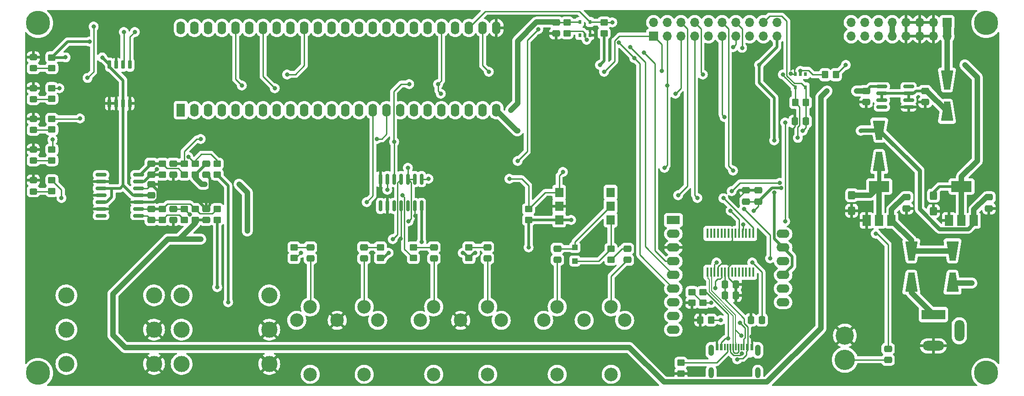
<source format=gbr>
%TF.GenerationSoftware,KiCad,Pcbnew,(6.0.2)*%
%TF.CreationDate,2022-03-06T22:29:26+01:00*%
%TF.ProjectId,xfm2,78666d32-2e6b-4696-9361-645f70636258,rev?*%
%TF.SameCoordinates,Original*%
%TF.FileFunction,Copper,L1,Top*%
%TF.FilePolarity,Positive*%
%FSLAX46Y46*%
G04 Gerber Fmt 4.6, Leading zero omitted, Abs format (unit mm)*
G04 Created by KiCad (PCBNEW (6.0.2)) date 2022-03-06 22:29:26*
%MOMM*%
%LPD*%
G01*
G04 APERTURE LIST*
G04 Aperture macros list*
%AMRoundRect*
0 Rectangle with rounded corners*
0 $1 Rounding radius*
0 $2 $3 $4 $5 $6 $7 $8 $9 X,Y pos of 4 corners*
0 Add a 4 corners polygon primitive as box body*
4,1,4,$2,$3,$4,$5,$6,$7,$8,$9,$2,$3,0*
0 Add four circle primitives for the rounded corners*
1,1,$1+$1,$2,$3*
1,1,$1+$1,$4,$5*
1,1,$1+$1,$6,$7*
1,1,$1+$1,$8,$9*
0 Add four rect primitives between the rounded corners*
20,1,$1+$1,$2,$3,$4,$5,0*
20,1,$1+$1,$4,$5,$6,$7,0*
20,1,$1+$1,$6,$7,$8,$9,0*
20,1,$1+$1,$8,$9,$2,$3,0*%
%AMOutline4P*
0 Free polygon, 4 corners , with rotation*
0 The origin of the aperture is its center*
0 number of corners: always 4*
0 $1 to $8 corner X, Y*
0 $9 Rotation angle, in degrees counterclockwise*
0 create outline with 4 corners*
4,1,4,$1,$2,$3,$4,$5,$6,$7,$8,$1,$2,$9*%
G04 Aperture macros list end*
%TA.AperFunction,SMDPad,CuDef*%
%ADD10RoundRect,0.249999X0.450001X-0.350001X0.450001X0.350001X-0.450001X0.350001X-0.450001X-0.350001X0*%
%TD*%
%TA.AperFunction,ComponentPad*%
%ADD11R,1.700000X1.700000*%
%TD*%
%TA.AperFunction,ComponentPad*%
%ADD12O,1.700000X1.700000*%
%TD*%
%TA.AperFunction,SMDPad,CuDef*%
%ADD13R,1.500000X2.000000*%
%TD*%
%TA.AperFunction,SMDPad,CuDef*%
%ADD14R,3.800000X2.000000*%
%TD*%
%TA.AperFunction,SMDPad,CuDef*%
%ADD15RoundRect,0.250000X-0.475000X0.337500X-0.475000X-0.337500X0.475000X-0.337500X0.475000X0.337500X0*%
%TD*%
%TA.AperFunction,SMDPad,CuDef*%
%ADD16R,1.000000X1.000000*%
%TD*%
%TA.AperFunction,ComponentPad*%
%ADD17R,4.400000X1.800000*%
%TD*%
%TA.AperFunction,ComponentPad*%
%ADD18O,4.000000X1.800000*%
%TD*%
%TA.AperFunction,ComponentPad*%
%ADD19O,1.800000X4.000000*%
%TD*%
%TA.AperFunction,SMDPad,CuDef*%
%ADD20RoundRect,0.249999X-0.450001X0.350001X-0.450001X-0.350001X0.450001X-0.350001X0.450001X0.350001X0*%
%TD*%
%TA.AperFunction,SMDPad,CuDef*%
%ADD21RoundRect,0.250000X0.475000X-0.337500X0.475000X0.337500X-0.475000X0.337500X-0.475000X-0.337500X0*%
%TD*%
%TA.AperFunction,ComponentPad*%
%ADD22C,2.500000*%
%TD*%
%TA.AperFunction,SMDPad,CuDef*%
%ADD23RoundRect,0.150000X0.150000X-0.650000X0.150000X0.650000X-0.150000X0.650000X-0.150000X-0.650000X0*%
%TD*%
%TA.AperFunction,SMDPad,CuDef*%
%ADD24R,1.500000X1.780000*%
%TD*%
%TA.AperFunction,SMDPad,CuDef*%
%ADD25RoundRect,0.150000X-0.150000X0.825000X-0.150000X-0.825000X0.150000X-0.825000X0.150000X0.825000X0*%
%TD*%
%TA.AperFunction,ComponentPad*%
%ADD26R,1.600000X2.400000*%
%TD*%
%TA.AperFunction,ComponentPad*%
%ADD27O,1.600000X2.400000*%
%TD*%
%TA.AperFunction,SMDPad,CuDef*%
%ADD28RoundRect,0.249999X-0.450001X0.325001X-0.450001X-0.325001X0.450001X-0.325001X0.450001X0.325001X0*%
%TD*%
%TA.AperFunction,SMDPad,CuDef*%
%ADD29RoundRect,0.150000X0.837500X0.150000X-0.837500X0.150000X-0.837500X-0.150000X0.837500X-0.150000X0*%
%TD*%
%TA.AperFunction,SMDPad,CuDef*%
%ADD30RoundRect,0.249999X-0.425001X0.537501X-0.425001X-0.537501X0.425001X-0.537501X0.425001X0.537501X0*%
%TD*%
%TA.AperFunction,SMDPad,CuDef*%
%ADD31RoundRect,0.150000X-0.825000X-0.150000X0.825000X-0.150000X0.825000X0.150000X-0.825000X0.150000X0*%
%TD*%
%TA.AperFunction,ComponentPad*%
%ADD32C,4.500000*%
%TD*%
%TA.AperFunction,ComponentPad*%
%ADD33C,3.000000*%
%TD*%
%TA.AperFunction,SMDPad,CuDef*%
%ADD34RoundRect,0.249999X-0.350001X-0.450001X0.350001X-0.450001X0.350001X0.450001X-0.350001X0.450001X0*%
%TD*%
%TA.AperFunction,SMDPad,CuDef*%
%ADD35Outline4P,-1.800000X-1.150000X1.800000X-0.550000X1.800000X0.550000X-1.800000X1.150000X270.000000*%
%TD*%
%TA.AperFunction,SMDPad,CuDef*%
%ADD36Outline4P,-1.800000X-1.150000X1.800000X-0.550000X1.800000X0.550000X-1.800000X1.150000X90.000000*%
%TD*%
%TA.AperFunction,SMDPad,CuDef*%
%ADD37RoundRect,0.250000X0.337500X0.475000X-0.337500X0.475000X-0.337500X-0.475000X0.337500X-0.475000X0*%
%TD*%
%TA.AperFunction,SMDPad,CuDef*%
%ADD38RoundRect,0.250000X-0.337500X-0.475000X0.337500X-0.475000X0.337500X0.475000X-0.337500X0.475000X0*%
%TD*%
%TA.AperFunction,SMDPad,CuDef*%
%ADD39R,0.450000X1.750000*%
%TD*%
%TA.AperFunction,ComponentPad*%
%ADD40R,2.400000X1.600000*%
%TD*%
%TA.AperFunction,ComponentPad*%
%ADD41O,2.400000X1.600000*%
%TD*%
%TA.AperFunction,SMDPad,CuDef*%
%ADD42RoundRect,0.249999X0.350001X0.450001X-0.350001X0.450001X-0.350001X-0.450001X0.350001X-0.450001X0*%
%TD*%
%TA.AperFunction,ComponentPad*%
%ADD43C,3.765000*%
%TD*%
%TA.AperFunction,ComponentPad*%
%ADD44C,3.360000*%
%TD*%
%TA.AperFunction,SMDPad,CuDef*%
%ADD45RoundRect,0.250000X-0.450000X0.350000X-0.450000X-0.350000X0.450000X-0.350000X0.450000X0.350000X0*%
%TD*%
%TA.AperFunction,SMDPad,CuDef*%
%ADD46R,0.600000X1.150000*%
%TD*%
%TA.AperFunction,SMDPad,CuDef*%
%ADD47R,0.300000X1.150000*%
%TD*%
%TA.AperFunction,ComponentPad*%
%ADD48O,1.050000X2.100000*%
%TD*%
%TA.AperFunction,ComponentPad*%
%ADD49O,1.000000X2.000000*%
%TD*%
%TA.AperFunction,SMDPad,CuDef*%
%ADD50R,0.550000X0.800000*%
%TD*%
%TA.AperFunction,ViaPad*%
%ADD51C,0.800000*%
%TD*%
%TA.AperFunction,Conductor*%
%ADD52C,0.250000*%
%TD*%
%TA.AperFunction,Conductor*%
%ADD53C,0.500000*%
%TD*%
%TA.AperFunction,Conductor*%
%ADD54C,1.000000*%
%TD*%
%TA.AperFunction,Conductor*%
%ADD55C,0.750000*%
%TD*%
%TA.AperFunction,Conductor*%
%ADD56C,1.500000*%
%TD*%
%TA.AperFunction,Conductor*%
%ADD57C,0.200000*%
%TD*%
G04 APERTURE END LIST*
D10*
%TO.P,R17,1*%
%TO.N,Net-(C6-Pad1)*%
X91440000Y-123428000D03*
%TO.P,R17,2*%
%TO.N,CV0_3.3V*%
X91440000Y-121428000D03*
%TD*%
%TO.P,R18,1*%
%TO.N,Net-(C7-Pad1)*%
X91440000Y-115046000D03*
%TO.P,R18,2*%
%TO.N,CV1_3.3V*%
X91440000Y-113046000D03*
%TD*%
D11*
%TO.P,J2,1*%
%TO.N,UART_TX_3.3V_FPGA*%
X178309010Y-89408000D03*
D12*
%TO.P,J2,2*%
%TO.N,UART_RX_3.3V_FPGA*%
X178309010Y-86868000D03*
%TO.P,J2,3*%
%TO.N,MIDI_IN*%
X180849010Y-89408000D03*
%TO.P,J2,4*%
%TO.N,MIDI_IN_INV*%
X180849010Y-86868000D03*
%TO.P,J2,5*%
%TO.N,MIDI_OUT*%
X183389010Y-89408000D03*
%TO.P,J2,6*%
%TO.N,MIDI_OUT_INV*%
X183389010Y-86868000D03*
%TO.P,J2,7*%
%TO.N,UART_TX_5V*%
X185929010Y-89408000D03*
%TO.P,J2,8*%
%TO.N,UART_RX_5V*%
X185929010Y-86868000D03*
%TO.P,J2,9*%
%TO.N,Net-(J2-Pad9)*%
X188469010Y-89408000D03*
%TO.P,J2,10*%
%TO.N,Net-(J2-Pad10)*%
X188469010Y-86868000D03*
%TO.P,J2,11*%
%TO.N,SPDIF_OUT*%
X191009010Y-89408000D03*
%TO.P,J2,12*%
%TO.N,I2S_MUTE*%
X191009010Y-86868000D03*
%TO.P,J2,13*%
%TO.N,I2S_SDA*%
X193549010Y-89408000D03*
%TO.P,J2,14*%
%TO.N,I2S_WS*%
X193549010Y-86868000D03*
%TO.P,J2,15*%
%TO.N,I2S_SCK*%
X196089010Y-89408000D03*
%TO.P,J2,16*%
%TO.N,Net-(J2-Pad16)*%
X196089010Y-86868000D03*
%TO.P,J2,17*%
%TO.N,Net-(J2-Pad17)*%
X198629010Y-89408000D03*
%TO.P,J2,18*%
%TO.N,+5V*%
X198629010Y-86868000D03*
%TO.P,J2,19*%
%TO.N,+3V3*%
X201169010Y-89408000D03*
%TO.P,J2,20*%
%TO.N,GND*%
X201169010Y-86868000D03*
%TD*%
D13*
%TO.P,U7,1*%
%TO.N,GND*%
X233031000Y-123546000D03*
%TO.P,U7,2*%
%TO.N,+3V3*%
X235331000Y-123546000D03*
D14*
X235331000Y-117246000D03*
D13*
%TO.P,U7,3*%
%TO.N,+5V*%
X237631000Y-123546000D03*
%TD*%
D15*
%TO.P,C3,1*%
%TO.N,Net-(C3-Pad1)*%
X225171000Y-119231500D03*
%TO.P,C3,2*%
%TO.N,GND*%
X225171000Y-121306500D03*
%TD*%
%TO.P,C2,1*%
%TO.N,+5V*%
X240411000Y-119251500D03*
%TO.P,C2,2*%
%TO.N,GND*%
X240411000Y-121326500D03*
%TD*%
D16*
%TO.P,D1,1*%
%TO.N,/MIDI_TX*%
X163766500Y-131044000D03*
%TO.P,D1,2*%
%TO.N,Net-(D1-Pad2)*%
X163766500Y-128544000D03*
%TD*%
D17*
%TO.P,J6,1*%
%TO.N,Net-(D9-Pad2)*%
X230124000Y-140970000D03*
D18*
%TO.P,J6,2*%
%TO.N,GND*%
X230124000Y-146770000D03*
D19*
%TO.P,J6,3*%
%TO.N,N/C*%
X234924000Y-143970000D03*
%TD*%
D10*
%TO.P,R2,1*%
%TO.N,+3V3*%
X155194000Y-123428000D03*
%TO.P,R2,2*%
%TO.N,MIDI_IN*%
X155194000Y-121428000D03*
%TD*%
D20*
%TO.P,R4,1*%
%TO.N,Net-(FB1-Pad2)*%
X144145000Y-128510000D03*
%TO.P,R4,2*%
%TO.N,+3V3*%
X144145000Y-130510000D03*
%TD*%
D10*
%TO.P,R10,1*%
%TO.N,MIDI_OUT_INV*%
X133858000Y-130510000D03*
%TO.P,R10,2*%
%TO.N,Net-(FB5-Pad1)*%
X133858000Y-128510000D03*
%TD*%
D20*
%TO.P,R9,1*%
%TO.N,Net-(FB2-Pad2)*%
X111760000Y-128510000D03*
%TO.P,R9,2*%
%TO.N,Net-(R9-Pad2)*%
X111760000Y-130510000D03*
%TD*%
D15*
%TO.P,FB6,1*%
%TO.N,Net-(FB6-Pad1)*%
X124714000Y-128502500D03*
%TO.P,FB6,2*%
%TO.N,Net-(FB6-Pad2)*%
X124714000Y-130577500D03*
%TD*%
%TO.P,FB5,1*%
%TO.N,Net-(FB5-Pad1)*%
X137668000Y-128502500D03*
%TO.P,FB5,2*%
%TO.N,Net-(FB5-Pad2)*%
X137668000Y-130577500D03*
%TD*%
D21*
%TO.P,FB4,1*%
%TO.N,/MIDI_TX_RETURN*%
X160528000Y-130831500D03*
%TO.P,FB4,2*%
%TO.N,Net-(D1-Pad2)*%
X160528000Y-128756500D03*
%TD*%
%TO.P,FB3,1*%
%TO.N,Net-(FB3-Pad1)*%
X173482000Y-130853000D03*
%TO.P,FB3,2*%
%TO.N,Net-(FB3-Pad2)*%
X173482000Y-128778000D03*
%TD*%
%TO.P,FB2,1*%
%TO.N,Net-(FB2-Pad1)*%
X114808000Y-130577500D03*
%TO.P,FB2,2*%
%TO.N,Net-(FB2-Pad2)*%
X114808000Y-128502500D03*
%TD*%
D10*
%TO.P,R1,1*%
%TO.N,Net-(FB3-Pad2)*%
X170434000Y-130794000D03*
%TO.P,R1,2*%
%TO.N,/MIDI_TX*%
X170434000Y-128794000D03*
%TD*%
D22*
%TO.P,J3,1*%
%TO.N,Net-(J3-Pad1)*%
X150121000Y-142034000D03*
%TO.P,J3,2*%
%TO.N,GND*%
X142621000Y-142034000D03*
%TO.P,J3,3*%
%TO.N,Net-(J3-Pad3)*%
X135121000Y-142034000D03*
%TO.P,J3,4*%
%TO.N,Net-(FB1-Pad1)*%
X147621000Y-139534000D03*
%TO.P,J3,5*%
%TO.N,Net-(FB5-Pad2)*%
X137621000Y-139534000D03*
%TO.P,J3,6*%
%TO.N,N/C*%
X147621000Y-152034000D03*
X137621000Y-152034000D03*
%TD*%
D23*
%TO.P,U3,1*%
%TO.N,GND*%
X77597000Y-101898000D03*
%TO.P,U3,2*%
X78867000Y-101898000D03*
%TO.P,U3,3*%
%TO.N,+3V3*%
X80137000Y-101898000D03*
%TO.P,U3,4*%
%TO.N,GND*%
X81407000Y-101898000D03*
%TO.P,U3,5*%
%TO.N,EEPROM_SDA*%
X81407000Y-94698000D03*
%TO.P,U3,6*%
%TO.N,EEPROM_SCL*%
X80137000Y-94698000D03*
%TO.P,U3,7*%
%TO.N,GND*%
X78867000Y-94698000D03*
%TO.P,U3,8*%
%TO.N,+3V3*%
X77597000Y-94698000D03*
%TD*%
D24*
%TO.P,U1,1*%
%TO.N,/MIDI_TX*%
X170373000Y-123444000D03*
%TO.P,U1,2*%
%TO.N,Net-(D1-Pad2)*%
X170373000Y-120904000D03*
%TO.P,U1,3*%
%TO.N,Net-(U1-Pad3)*%
X170373000Y-118364000D03*
%TO.P,U1,4*%
%TO.N,MIDI_IN*%
X160843000Y-118364000D03*
%TO.P,U1,5*%
%TO.N,GND*%
X160843000Y-120904000D03*
%TO.P,U1,6*%
%TO.N,+3V3*%
X160843000Y-123444000D03*
%TD*%
D25*
%TO.P,U5,1*%
%TO.N,MIDI_IN*%
X135382000Y-115889000D03*
%TO.P,U5,2*%
%TO.N,MIDI_IN_INV*%
X134112000Y-115889000D03*
%TO.P,U5,3*%
X132842000Y-115889000D03*
%TO.P,U5,4*%
%TO.N,Net-(R9-Pad2)*%
X131572000Y-115889000D03*
%TO.P,U5,5*%
%TO.N,MIDI_OUT*%
X130302000Y-115889000D03*
%TO.P,U5,6*%
%TO.N,MIDI_OUT_INV*%
X129032000Y-115889000D03*
%TO.P,U5,7*%
%TO.N,GND*%
X127762000Y-115889000D03*
%TO.P,U5,8*%
%TO.N,Net-(U5-Pad8)*%
X127762000Y-120839000D03*
%TO.P,U5,9*%
%TO.N,GND*%
X129032000Y-120839000D03*
%TO.P,U5,10*%
%TO.N,Net-(U5-Pad10)*%
X130302000Y-120839000D03*
%TO.P,U5,11*%
%TO.N,GND*%
X131572000Y-120839000D03*
%TO.P,U5,12*%
%TO.N,Net-(U5-Pad12)*%
X132842000Y-120839000D03*
%TO.P,U5,13*%
%TO.N,GND*%
X134112000Y-120839000D03*
%TO.P,U5,14*%
%TO.N,+3V3*%
X135382000Y-120839000D03*
%TD*%
D20*
%TO.P,R16,1*%
%TO.N,Net-(C7-Pad1)*%
X87376000Y-113046000D03*
%TO.P,R16,2*%
%TO.N,Net-(C7-Pad2)*%
X87376000Y-115046000D03*
%TD*%
%TO.P,R12,1*%
%TO.N,Net-(C7-Pad2)*%
X97536000Y-113046000D03*
%TO.P,R12,2*%
%TO.N,Net-(J9-PadT)*%
X97536000Y-115046000D03*
%TD*%
D15*
%TO.P,C7,1*%
%TO.N,Net-(C7-Pad1)*%
X85344000Y-113008500D03*
%TO.P,C7,2*%
%TO.N,Net-(C7-Pad2)*%
X85344000Y-115083500D03*
%TD*%
D20*
%TO.P,R11,1*%
%TO.N,Net-(C6-Pad2)*%
X97536000Y-121428000D03*
%TO.P,R11,2*%
%TO.N,Net-(J8-PadT)*%
X97536000Y-123428000D03*
%TD*%
%TO.P,R14,1*%
%TO.N,Net-(C7-Pad2)*%
X93472000Y-113046000D03*
%TO.P,R14,2*%
%TO.N,-5V*%
X93472000Y-115046000D03*
%TD*%
%TO.P,R13,1*%
%TO.N,Net-(C6-Pad2)*%
X93472000Y-121428000D03*
%TO.P,R13,2*%
%TO.N,-5V*%
X93472000Y-123428000D03*
%TD*%
D21*
%TO.P,C1,1*%
%TO.N,Net-(C1-Pad1)*%
X221742000Y-149373500D03*
%TO.P,C1,2*%
%TO.N,SPDIF_OUT*%
X221742000Y-147298500D03*
%TD*%
D26*
%TO.P,U2,1*%
%TO.N,Net-(U2-Pad1)*%
X90805000Y-103124000D03*
D27*
%TO.P,U2,2*%
%TO.N,Net-(U2-Pad2)*%
X93345000Y-103124000D03*
%TO.P,U2,3*%
%TO.N,Net-(U2-Pad3)*%
X95885000Y-103124000D03*
%TO.P,U2,4*%
%TO.N,Net-(U2-Pad4)*%
X98425000Y-103124000D03*
%TO.P,U2,5*%
%TO.N,Net-(U2-Pad5)*%
X100965000Y-103124000D03*
%TO.P,U2,6*%
%TO.N,Net-(U2-Pad6)*%
X103505000Y-103124000D03*
%TO.P,U2,7*%
%TO.N,Net-(U2-Pad7)*%
X106045000Y-103124000D03*
%TO.P,U2,8*%
%TO.N,Net-(U2-Pad8)*%
X108585000Y-103124000D03*
%TO.P,U2,9*%
%TO.N,Net-(U2-Pad9)*%
X111125000Y-103124000D03*
%TO.P,U2,10*%
%TO.N,Net-(U2-Pad10)*%
X113665000Y-103124000D03*
%TO.P,U2,11*%
%TO.N,Net-(U2-Pad11)*%
X116205000Y-103124000D03*
%TO.P,U2,12*%
%TO.N,Net-(U2-Pad12)*%
X118745000Y-103124000D03*
%TO.P,U2,13*%
%TO.N,Net-(U2-Pad13)*%
X121285000Y-103124000D03*
%TO.P,U2,14*%
%TO.N,Net-(U2-Pad14)*%
X123825000Y-103124000D03*
%TO.P,U2,15*%
%TO.N,CV0_3.3V*%
X126365000Y-103124000D03*
%TO.P,U2,16*%
%TO.N,CV1_3.3V*%
X128905000Y-103124000D03*
%TO.P,U2,17*%
%TO.N,Net-(U2-Pad17)*%
X131445000Y-103124000D03*
%TO.P,U2,18*%
%TO.N,Net-(U2-Pad18)*%
X133985000Y-103124000D03*
%TO.P,U2,19*%
%TO.N,Net-(U2-Pad19)*%
X136525000Y-103124000D03*
%TO.P,U2,20*%
%TO.N,Net-(U2-Pad20)*%
X139065000Y-103124000D03*
%TO.P,U2,21*%
%TO.N,Net-(U2-Pad21)*%
X141605000Y-103124000D03*
%TO.P,U2,22*%
%TO.N,Net-(U2-Pad22)*%
X144145000Y-103124000D03*
%TO.P,U2,23*%
%TO.N,Net-(U2-Pad23)*%
X146685000Y-103124000D03*
%TO.P,U2,24*%
%TO.N,+5V*%
X149225000Y-103124000D03*
%TO.P,U2,25*%
%TO.N,GND*%
X149225000Y-87884000D03*
%TO.P,U2,26*%
%TO.N,UART_TX_3.3V_FPGA*%
X146685000Y-87884000D03*
%TO.P,U2,27*%
%TO.N,UART_RX_3.3V_FPGA*%
X144145000Y-87884000D03*
%TO.P,U2,28*%
%TO.N,Net-(U2-Pad28)*%
X141605000Y-87884000D03*
%TO.P,U2,29*%
%TO.N,MIDI_OUT*%
X139065000Y-87884000D03*
%TO.P,U2,30*%
%TO.N,Net-(U2-Pad30)*%
X136525000Y-87884000D03*
%TO.P,U2,31*%
%TO.N,I2S_SCK*%
X133985000Y-87884000D03*
%TO.P,U2,32*%
%TO.N,I2S_SDA*%
X131445000Y-87884000D03*
%TO.P,U2,33*%
%TO.N,I2S_WS*%
X128905000Y-87884000D03*
%TO.P,U2,34*%
%TO.N,Net-(U2-Pad34)*%
X126365000Y-87884000D03*
%TO.P,U2,35*%
%TO.N,I2S_MUTE*%
X123825000Y-87884000D03*
%TO.P,U2,36*%
%TO.N,Net-(U2-Pad36)*%
X121285000Y-87884000D03*
%TO.P,U2,37*%
%TO.N,Net-(U2-Pad37)*%
X118745000Y-87884000D03*
%TO.P,U2,38*%
%TO.N,Net-(U2-Pad38)*%
X116205000Y-87884000D03*
%TO.P,U2,39*%
%TO.N,LED_AUDIO*%
X113665000Y-87884000D03*
%TO.P,U2,40*%
%TO.N,LED_CLIP*%
X111125000Y-87884000D03*
%TO.P,U2,41*%
%TO.N,Net-(U2-Pad41)*%
X108585000Y-87884000D03*
%TO.P,U2,42*%
%TO.N,MIDI_IN*%
X106045000Y-87884000D03*
%TO.P,U2,43*%
%TO.N,Net-(U2-Pad43)*%
X103505000Y-87884000D03*
%TO.P,U2,44*%
%TO.N,SPDIF_OUT*%
X100965000Y-87884000D03*
%TO.P,U2,45*%
%TO.N,Net-(U2-Pad45)*%
X98425000Y-87884000D03*
%TO.P,U2,46*%
%TO.N,Net-(U2-Pad46)*%
X95885000Y-87884000D03*
%TO.P,U2,47*%
%TO.N,EEPROM_SCL*%
X93345000Y-87884000D03*
%TO.P,U2,48*%
%TO.N,EEPROM_SDA*%
X90805000Y-87884000D03*
%TD*%
D10*
%TO.P,R7,1*%
%TO.N,Net-(D4-Pad2)*%
X66929000Y-106718666D03*
%TO.P,R7,2*%
%TO.N,LED_AUDIO*%
X66929000Y-104718666D03*
%TD*%
D28*
%TO.P,D5,1*%
%TO.N,GND*%
X63500000Y-99051000D03*
%TO.P,D5,2*%
%TO.N,Net-(D5-Pad2)*%
X63500000Y-101101000D03*
%TD*%
D10*
%TO.P,R6,1*%
%TO.N,Net-(D3-Pad2)*%
X66929000Y-112406332D03*
%TO.P,R6,2*%
%TO.N,MIDI_OUT*%
X66929000Y-110406332D03*
%TD*%
%TO.P,R5,1*%
%TO.N,Net-(D2-Pad2)*%
X66929000Y-118094000D03*
%TO.P,R5,2*%
%TO.N,MIDI_IN_INV*%
X66929000Y-116094000D03*
%TD*%
D28*
%TO.P,D4,1*%
%TO.N,GND*%
X63500000Y-104738666D03*
%TO.P,D4,2*%
%TO.N,Net-(D4-Pad2)*%
X63500000Y-106788666D03*
%TD*%
%TO.P,D2,1*%
%TO.N,GND*%
X63500000Y-116114000D03*
%TO.P,D2,2*%
%TO.N,Net-(D2-Pad2)*%
X63500000Y-118164000D03*
%TD*%
D22*
%TO.P,J1,1*%
%TO.N,Net-(J1-Pad1)*%
X172981000Y-142034000D03*
%TO.P,J1,2*%
%TO.N,Net-(J1-Pad2)*%
X165481000Y-142034000D03*
%TO.P,J1,3*%
%TO.N,Net-(J1-Pad3)*%
X157981000Y-142034000D03*
%TO.P,J1,4*%
%TO.N,Net-(FB3-Pad1)*%
X170481000Y-139534000D03*
%TO.P,J1,5*%
%TO.N,/MIDI_TX_RETURN*%
X160481000Y-139534000D03*
%TO.P,J1,6*%
%TO.N,N/C*%
X170481000Y-152034000D03*
X160481000Y-152034000D03*
%TD*%
%TO.P,J4,1*%
%TO.N,Net-(J4-Pad1)*%
X127261000Y-142034000D03*
%TO.P,J4,2*%
%TO.N,GND*%
X119761000Y-142034000D03*
%TO.P,J4,3*%
%TO.N,Net-(J4-Pad3)*%
X112261000Y-142034000D03*
%TO.P,J4,4*%
%TO.N,Net-(FB6-Pad2)*%
X124761000Y-139534000D03*
%TO.P,J4,5*%
%TO.N,Net-(FB2-Pad1)*%
X114761000Y-139534000D03*
%TO.P,J4,6*%
%TO.N,N/C*%
X114761000Y-152034000D03*
X124761000Y-152034000D03*
%TD*%
D21*
%TO.P,FB1,1*%
%TO.N,Net-(FB1-Pad1)*%
X147574000Y-130577500D03*
%TO.P,FB1,2*%
%TO.N,Net-(FB1-Pad2)*%
X147574000Y-128502500D03*
%TD*%
D29*
%TO.P,U8,1*%
%TO.N,Net-(C6-Pad1)*%
X82964500Y-122682000D03*
%TO.P,U8,2*%
%TO.N,Net-(C6-Pad2)*%
X82964500Y-121412000D03*
%TO.P,U8,3*%
%TO.N,GND*%
X82964500Y-120142000D03*
%TO.P,U8,4*%
%TO.N,+3V3*%
X82964500Y-118872000D03*
%TO.P,U8,5*%
%TO.N,GND*%
X82964500Y-117602000D03*
%TO.P,U8,6*%
%TO.N,Net-(C7-Pad2)*%
X82964500Y-116332000D03*
%TO.P,U8,7*%
%TO.N,Net-(C7-Pad1)*%
X82964500Y-115062000D03*
%TO.P,U8,8*%
%TO.N,Net-(U8-Pad8)*%
X76039500Y-115062000D03*
%TO.P,U8,9*%
%TO.N,GND*%
X76039500Y-116332000D03*
%TO.P,U8,10*%
%TO.N,+3V3*%
X76039500Y-117602000D03*
%TO.P,U8,11*%
%TO.N,GND*%
X76039500Y-118872000D03*
%TO.P,U8,12*%
%TO.N,+3V3*%
X76039500Y-120142000D03*
%TO.P,U8,13*%
%TO.N,GND*%
X76039500Y-121412000D03*
%TO.P,U8,14*%
%TO.N,Net-(U8-Pad14)*%
X76039500Y-122682000D03*
%TD*%
D28*
%TO.P,D3,1*%
%TO.N,GND*%
X63500000Y-110426332D03*
%TO.P,D3,2*%
%TO.N,Net-(D3-Pad2)*%
X63500000Y-112476332D03*
%TD*%
D30*
%TO.P,C5,1*%
%TO.N,+3V3*%
X230124000Y-118958500D03*
%TO.P,C5,2*%
%TO.N,GND*%
X230124000Y-121833500D03*
%TD*%
D10*
%TO.P,R8,1*%
%TO.N,Net-(D5-Pad2)*%
X66929000Y-101031000D03*
%TO.P,R8,2*%
%TO.N,LED_CLIP*%
X66929000Y-99031000D03*
%TD*%
%TO.P,R3,1*%
%TO.N,+3V3*%
X127762000Y-130510000D03*
%TO.P,R3,2*%
%TO.N,Net-(FB6-Pad1)*%
X127762000Y-128510000D03*
%TD*%
D13*
%TO.P,U6,1*%
%TO.N,GND*%
X217791000Y-123546000D03*
%TO.P,U6,2*%
%TO.N,Net-(C4-Pad1)*%
X220091000Y-123546000D03*
D14*
X220091000Y-117246000D03*
D13*
%TO.P,U6,3*%
%TO.N,Net-(C3-Pad1)*%
X222391000Y-123546000D03*
%TD*%
D28*
%TO.P,D7,1*%
%TO.N,GND*%
X63500000Y-93336000D03*
%TO.P,D7,2*%
%TO.N,Net-(D7-Pad2)*%
X63500000Y-95386000D03*
%TD*%
D10*
%TO.P,R19,1*%
%TO.N,Net-(D7-Pad2)*%
X66929000Y-95361000D03*
%TO.P,R19,2*%
%TO.N,+3V3*%
X66929000Y-93361000D03*
%TD*%
D31*
%TO.P,U9,1*%
%TO.N,-5V*%
X220579001Y-98737001D03*
%TO.P,U9,2*%
%TO.N,Net-(C8-Pad1)*%
X220579001Y-100007001D03*
%TO.P,U9,3*%
X220579001Y-101277001D03*
%TO.P,U9,4*%
%TO.N,Net-(U9-Pad4)*%
X220579001Y-102547001D03*
%TO.P,U9,5*%
%TO.N,GND*%
X225529001Y-102547001D03*
%TO.P,U9,6*%
%TO.N,Net-(C8-Pad1)*%
X225529001Y-101277001D03*
%TO.P,U9,7*%
X225529001Y-100007001D03*
%TO.P,U9,8*%
%TO.N,Net-(U9-Pad8)*%
X225529001Y-98737001D03*
%TD*%
D32*
%TO.P,REF\u002A\u002A,1*%
%TO.N,N/C*%
X64389000Y-86995000D03*
%TD*%
%TO.P,REF\u002A\u002A,1*%
%TO.N,N/C*%
X64389000Y-151765000D03*
%TD*%
%TO.P,REF\u002A\u002A,1*%
%TO.N,N/C*%
X239903000Y-151765000D03*
%TD*%
%TO.P,REF\u002A\u002A,1*%
%TO.N,N/C*%
X239903000Y-86995000D03*
%TD*%
D33*
%TO.P,J8,*%
%TO.N,*%
X90958000Y-137414000D03*
X90958000Y-150114000D03*
X90958000Y-143764000D03*
%TO.P,J8,S*%
%TO.N,GND*%
X107188000Y-143764000D03*
X107188000Y-150114000D03*
%TO.P,J8,T*%
%TO.N,Net-(J8-PadT)*%
X107188000Y-137414000D03*
%TD*%
%TO.P,J9,*%
%TO.N,*%
X69622000Y-137414000D03*
X69622000Y-143764000D03*
X69622000Y-150114000D03*
%TO.P,J9,S*%
%TO.N,GND*%
X85852000Y-150114000D03*
X85852000Y-143764000D03*
%TO.P,J9,T*%
%TO.N,Net-(J9-PadT)*%
X85852000Y-137414000D03*
%TD*%
D21*
%TO.P,C11,1*%
%TO.N,+3V3*%
X85344000Y-118893500D03*
%TO.P,C11,2*%
%TO.N,GND*%
X85344000Y-116818500D03*
%TD*%
D15*
%TO.P,C8,1*%
%TO.N,Net-(C8-Pad1)*%
X228600000Y-99546500D03*
%TO.P,C8,2*%
%TO.N,GND*%
X228600000Y-101621500D03*
%TD*%
%TO.P,C9,1*%
%TO.N,-5V*%
X217678000Y-99546500D03*
%TO.P,C9,2*%
%TO.N,GND*%
X217678000Y-101621500D03*
%TD*%
%TO.P,C14,1*%
%TO.N,GND*%
X95504000Y-121390500D03*
%TO.P,C14,2*%
%TO.N,-5V*%
X95504000Y-123465500D03*
%TD*%
D21*
%TO.P,C15,1*%
%TO.N,GND*%
X95504000Y-115083500D03*
%TO.P,C15,2*%
%TO.N,-5V*%
X95504000Y-113008500D03*
%TD*%
%TO.P,C13,1*%
%TO.N,GND*%
X89408000Y-123465500D03*
%TO.P,C13,2*%
%TO.N,CV0_3.3V*%
X89408000Y-121390500D03*
%TD*%
%TO.P,C12,1*%
%TO.N,GND*%
X89408000Y-115083500D03*
%TO.P,C12,2*%
%TO.N,CV1_3.3V*%
X89408000Y-113008500D03*
%TD*%
%TO.P,C6,1*%
%TO.N,Net-(C6-Pad1)*%
X85344000Y-123465500D03*
%TO.P,C6,2*%
%TO.N,Net-(C6-Pad2)*%
X85344000Y-121390500D03*
%TD*%
D10*
%TO.P,R15,1*%
%TO.N,Net-(C6-Pad1)*%
X87376000Y-123428000D03*
%TO.P,R15,2*%
%TO.N,Net-(C6-Pad2)*%
X87376000Y-121428000D03*
%TD*%
D34*
%TO.P,R21,1*%
%TO.N,UART_RX_5V*%
X204536800Y-101701600D03*
%TO.P,R21,2*%
%TO.N,+5V*%
X206536800Y-101701600D03*
%TD*%
D10*
%TO.P,R20,1*%
%TO.N,+3V3*%
X169164000Y-88884000D03*
%TO.P,R20,2*%
%TO.N,UART_RX_3.3V_FPGA*%
X169164000Y-86884000D03*
%TD*%
D20*
%TO.P,R22,1*%
%TO.N,+5V*%
X162306000Y-86884000D03*
%TO.P,R22,2*%
%TO.N,UART_TX_5V*%
X162306000Y-88884000D03*
%TD*%
D15*
%TO.P,C17,1*%
%TO.N,+5V*%
X160274000Y-86846500D03*
%TO.P,C17,2*%
%TO.N,GND*%
X160274000Y-88921500D03*
%TD*%
D35*
%TO.P,D6,1*%
%TO.N,Net-(C3-Pad1)*%
X233680000Y-129180000D03*
D36*
%TO.P,D6,2*%
%TO.N,+12V*%
X233680000Y-134980000D03*
%TD*%
D35*
%TO.P,D9,1*%
%TO.N,Net-(C3-Pad1)*%
X226060000Y-129180000D03*
D36*
%TO.P,D9,2*%
%TO.N,Net-(D9-Pad2)*%
X226060000Y-134980000D03*
%TD*%
D35*
%TO.P,D8,1*%
%TO.N,-12V*%
X232664000Y-97536000D03*
D36*
%TO.P,D8,2*%
%TO.N,Net-(C8-Pad1)*%
X232664000Y-103336000D03*
%TD*%
D37*
%TO.P,C10,1*%
%TO.N,Net-(C10-Pad1)*%
X198395500Y-141986000D03*
%TO.P,C10,2*%
%TO.N,GND*%
X196320500Y-141986000D03*
%TD*%
D38*
%TO.P,C16,1*%
%TO.N,/VBUS*%
X191494500Y-137414000D03*
%TO.P,C16,2*%
%TO.N,GND*%
X193569500Y-137414000D03*
%TD*%
%TO.P,C19,1*%
%TO.N,/VBUS*%
X191494500Y-135382000D03*
%TO.P,C19,2*%
%TO.N,GND*%
X193569500Y-135382000D03*
%TD*%
D34*
%TO.P,R24,1*%
%TO.N,GND*%
X186960000Y-141986000D03*
%TO.P,R24,2*%
%TO.N,Net-(J10-PadB5)*%
X188960000Y-141986000D03*
%TD*%
D10*
%TO.P,R25,1*%
%TO.N,GND*%
X183388000Y-151876000D03*
%TO.P,R25,2*%
%TO.N,Net-(J10-PadA5)*%
X183388000Y-149876000D03*
%TD*%
D39*
%TO.P,U10,1*%
%TO.N,UART_TX_5V*%
X196757000Y-125940000D03*
%TO.P,U10,2*%
%TO.N,Net-(U10-Pad2)*%
X196107000Y-125940000D03*
%TO.P,U10,3*%
%TO.N,Net-(U10-Pad3)*%
X195457000Y-125940000D03*
%TO.P,U10,4*%
%TO.N,+5V*%
X194807000Y-125940000D03*
%TO.P,U10,5*%
%TO.N,UART_RX_5V*%
X194157000Y-125940000D03*
%TO.P,U10,6*%
%TO.N,Net-(U10-Pad6)*%
X193507000Y-125940000D03*
%TO.P,U10,7*%
%TO.N,GND*%
X192857000Y-125940000D03*
%TO.P,U10,8*%
%TO.N,Net-(U10-Pad8)*%
X192207000Y-125940000D03*
%TO.P,U10,9*%
%TO.N,Net-(U10-Pad9)*%
X191557000Y-125940000D03*
%TO.P,U10,10*%
%TO.N,Net-(U10-Pad10)*%
X190907000Y-125940000D03*
%TO.P,U10,11*%
%TO.N,Net-(U10-Pad11)*%
X190257000Y-125940000D03*
%TO.P,U10,12*%
%TO.N,Net-(U10-Pad12)*%
X189607000Y-125940000D03*
%TO.P,U10,13*%
%TO.N,Net-(U10-Pad13)*%
X188957000Y-125940000D03*
%TO.P,U10,14*%
%TO.N,Net-(U10-Pad14)*%
X188307000Y-125940000D03*
%TO.P,U10,15*%
%TO.N,/D+*%
X188307000Y-133140000D03*
%TO.P,U10,16*%
%TO.N,/D-*%
X188957000Y-133140000D03*
%TO.P,U10,17*%
%TO.N,Net-(C10-Pad1)*%
X189607000Y-133140000D03*
%TO.P,U10,18*%
%TO.N,GND*%
X190257000Y-133140000D03*
%TO.P,U10,19*%
%TO.N,Net-(R26-Pad2)*%
X190907000Y-133140000D03*
%TO.P,U10,20*%
%TO.N,/VBUS*%
X191557000Y-133140000D03*
%TO.P,U10,21*%
%TO.N,GND*%
X192207000Y-133140000D03*
%TO.P,U10,22*%
%TO.N,Net-(U10-Pad22)*%
X192857000Y-133140000D03*
%TO.P,U10,23*%
%TO.N,Net-(U10-Pad23)*%
X193507000Y-133140000D03*
%TO.P,U10,24*%
%TO.N,Net-(U10-Pad24)*%
X194157000Y-133140000D03*
%TO.P,U10,25*%
%TO.N,Net-(U10-Pad25)*%
X194807000Y-133140000D03*
%TO.P,U10,26*%
%TO.N,Net-(U10-Pad26)*%
X195457000Y-133140000D03*
%TO.P,U10,27*%
%TO.N,Net-(U10-Pad27)*%
X196107000Y-133140000D03*
%TO.P,U10,28*%
%TO.N,Net-(U10-Pad28)*%
X196757000Y-133140000D03*
%TD*%
D40*
%TO.P,U4,1*%
%TO.N,+3V3*%
X181999000Y-123494000D03*
D41*
%TO.P,U4,2*%
%TO.N,Net-(U4-Pad2)*%
X181999000Y-126034000D03*
%TO.P,U4,3*%
%TO.N,GND*%
X181999000Y-128574000D03*
%TO.P,U4,4*%
%TO.N,I2S_WS*%
X181999000Y-131114000D03*
%TO.P,U4,5*%
%TO.N,I2S_SDA*%
X181999000Y-133604000D03*
%TO.P,U4,6*%
%TO.N,I2S_SCK*%
X181991000Y-136144000D03*
%TO.P,U4,7*%
%TO.N,Net-(U4-Pad7)*%
X181991000Y-138684000D03*
%TO.P,U4,8*%
%TO.N,Net-(U4-Pad8)*%
X181991000Y-141224000D03*
%TO.P,U4,9*%
%TO.N,Net-(U4-Pad9)*%
X181991000Y-143764000D03*
%TO.P,U4,10*%
%TO.N,Net-(U4-Pad10)*%
X202319000Y-126034000D03*
%TO.P,U4,11*%
%TO.N,+3V3*%
X202319000Y-128574000D03*
%TO.P,U4,12*%
%TO.N,I2S_MUTE*%
X202319000Y-131114000D03*
%TO.P,U4,13*%
%TO.N,+3V3*%
X202319000Y-133654000D03*
%TO.P,U4,14*%
%TO.N,Net-(U4-Pad14)*%
X202311000Y-136144000D03*
%TO.P,U4,15*%
%TO.N,Net-(U4-Pad15)*%
X202311000Y-138684000D03*
%TD*%
D11*
%TO.P,J7,1*%
%TO.N,-12V*%
X232664000Y-86868000D03*
D12*
%TO.P,J7,2*%
X232664000Y-89408000D03*
%TO.P,J7,3*%
%TO.N,GND*%
X230124000Y-86868000D03*
%TO.P,J7,4*%
X230124000Y-89408000D03*
%TO.P,J7,5*%
X227584000Y-86868000D03*
%TO.P,J7,6*%
X227584000Y-89408000D03*
%TO.P,J7,7*%
X225044000Y-86868000D03*
%TO.P,J7,8*%
X225044000Y-89408000D03*
%TO.P,J7,9*%
%TO.N,+12V*%
X222504000Y-86868000D03*
%TO.P,J7,10*%
X222504000Y-89408000D03*
%TO.P,J7,11*%
%TO.N,Net-(J7-Pad11)*%
X219964000Y-86868000D03*
%TO.P,J7,12*%
%TO.N,Net-(J7-Pad12)*%
X219964000Y-89408000D03*
%TO.P,J7,13*%
%TO.N,Net-(J7-Pad13)*%
X217424000Y-86868000D03*
%TO.P,J7,14*%
%TO.N,Net-(J7-Pad14)*%
X217424000Y-89408000D03*
%TO.P,J7,15*%
%TO.N,Net-(J7-Pad15)*%
X214884000Y-86868000D03*
%TO.P,J7,16*%
%TO.N,Net-(J7-Pad16)*%
X214884000Y-89408000D03*
%TD*%
D30*
%TO.P,C4,1*%
%TO.N,Net-(C4-Pad1)*%
X215011000Y-118871500D03*
%TO.P,C4,2*%
%TO.N,GND*%
X215011000Y-121746500D03*
%TD*%
D42*
%TO.P,R23,1*%
%TO.N,+3V3*%
X212074000Y-96570800D03*
%TO.P,R23,2*%
%TO.N,UART_TX_3.3V_FPGA*%
X210074000Y-96570800D03*
%TD*%
D37*
%TO.P,C18,1*%
%TO.N,+5V*%
X206523500Y-105206800D03*
%TO.P,C18,2*%
%TO.N,GND*%
X204448500Y-105206800D03*
%TD*%
D43*
%TO.P,J5,1*%
%TO.N,Net-(C1-Pad1)*%
X213741000Y-149352000D03*
D44*
%TO.P,J5,2*%
%TO.N,GND*%
X213741000Y-144852000D03*
%TD*%
D15*
%TO.P,C20,1*%
%TO.N,GND*%
X197739000Y-117961500D03*
%TO.P,C20,2*%
%TO.N,+5V*%
X197739000Y-120036500D03*
%TD*%
%TO.P,C21,1*%
%TO.N,GND*%
X195453000Y-117961500D03*
%TO.P,C21,2*%
%TO.N,+5V*%
X195453000Y-120036500D03*
%TD*%
D45*
%TO.P,R26,1*%
%TO.N,/VBUS*%
X187452000Y-136795000D03*
%TO.P,R26,2*%
%TO.N,Net-(R26-Pad2)*%
X187452000Y-138795000D03*
%TD*%
%TO.P,R27,1*%
%TO.N,Net-(R26-Pad2)*%
X185420000Y-136795000D03*
%TO.P,R27,2*%
%TO.N,GND*%
X185420000Y-138795000D03*
%TD*%
D46*
%TO.P,J10,A1_B12*%
%TO.N,GND*%
X190094000Y-147010000D03*
%TO.P,J10,A4_B9*%
%TO.N,/VBUS*%
X190894000Y-147010000D03*
D47*
%TO.P,J10,A5*%
%TO.N,Net-(J10-PadA5)*%
X192044000Y-147010000D03*
%TO.P,J10,A6*%
%TO.N,/D+*%
X193044000Y-147010000D03*
%TO.P,J10,A7*%
%TO.N,/D-*%
X193544000Y-147010000D03*
%TO.P,J10,A8*%
%TO.N,Net-(J10-PadA8)*%
X194544000Y-147010000D03*
D46*
%TO.P,J10,B1_A12*%
%TO.N,GND*%
X196494000Y-147010000D03*
%TO.P,J10,B4_A9*%
%TO.N,/VBUS*%
X195694000Y-147010000D03*
D47*
%TO.P,J10,B5*%
%TO.N,Net-(J10-PadB5)*%
X195044000Y-147010000D03*
%TO.P,J10,B6*%
%TO.N,/D+*%
X194044000Y-147010000D03*
%TO.P,J10,B7*%
%TO.N,/D-*%
X192544000Y-147010000D03*
%TO.P,J10,B8*%
%TO.N,Net-(J10-PadB8)*%
X191544000Y-147010000D03*
D48*
%TO.P,J10,S1*%
%TO.N,Net-(J10-PadS1)*%
X188974000Y-147585000D03*
D49*
%TO.P,J10,S2*%
%TO.N,Net-(J10-PadS2)*%
X188974000Y-151765000D03*
%TO.P,J10,S3*%
%TO.N,Net-(J10-PadS3)*%
X197614000Y-151765000D03*
D48*
%TO.P,J10,S4*%
%TO.N,Net-(J10-PadS4)*%
X197614000Y-147585000D03*
%TD*%
D35*
%TO.P,D10,1*%
%TO.N,+5V*%
X220091000Y-106828000D03*
D36*
%TO.P,D10,2*%
%TO.N,Net-(C4-Pad1)*%
X220091000Y-112628000D03*
%TD*%
D50*
%TO.P,IC1,5*%
%TO.N,+5V*%
X164658000Y-86811000D03*
%TO.P,IC1,4*%
%TO.N,UART_RX_3.3V_FPGA*%
X166558000Y-86811000D03*
%TO.P,IC1,3*%
%TO.N,GND*%
X166558000Y-89211000D03*
%TO.P,IC1,2*%
%TO.N,UART_TX_5V*%
X165608000Y-89211000D03*
%TO.P,IC1,1*%
%TO.N,Net-(IC1-Pad1)*%
X164658000Y-89211000D03*
%TD*%
%TO.P,IC2,1*%
%TO.N,Net-(IC2-Pad1)*%
X206436000Y-96463000D03*
%TO.P,IC2,2*%
%TO.N,UART_TX_3.3V_FPGA*%
X205486000Y-96463000D03*
%TO.P,IC2,3*%
%TO.N,GND*%
X204536000Y-96463000D03*
%TO.P,IC2,4*%
%TO.N,UART_RX_5V*%
X204536000Y-98863000D03*
%TO.P,IC2,5*%
%TO.N,+5V*%
X206436000Y-98863000D03*
%TD*%
D51*
%TO.N,UART_TX_5V*%
X165930288Y-90094527D03*
%TO.N,UART_TX_3.3V_FPGA*%
X169164000Y-96012000D03*
X147828000Y-96012000D03*
X179832000Y-95840500D03*
X205506988Y-95840500D03*
%TO.N,+3V3*%
X168402000Y-94742000D03*
%TO.N,UART_RX_3.3V_FPGA*%
X170688000Y-86868000D03*
%TO.N,I2S_SDA*%
X193040000Y-91440000D03*
%TO.N,I2S_SCK*%
X174752000Y-93472000D03*
%TO.N,I2S_WS*%
X194722521Y-91598521D03*
%TO.N,SPDIF_OUT*%
X191459021Y-104394000D03*
%TO.N,I2S_MUTE*%
X193040000Y-114300000D03*
%TO.N,UART_RX_5V*%
X202259499Y-96520000D03*
X187452000Y-96520000D03*
%TO.N,UART_TX_5V*%
X191262000Y-119409998D03*
X186436000Y-119380000D03*
%TO.N,MIDI_OUT_INV*%
X182880000Y-118872000D03*
%TO.N,MIDI_OUT*%
X182372000Y-100076000D03*
%TO.N,MIDI_IN*%
X180849010Y-98550990D03*
X180340000Y-113792000D03*
%TO.N,SPDIF_OUT*%
X202692000Y-123698000D03*
X219456000Y-125984000D03*
X102108000Y-98552000D03*
X202692000Y-105410000D03*
%TO.N,GND*%
X190119000Y-145161000D03*
X196469000Y-145034000D03*
X134192010Y-122682000D03*
X129032000Y-122682000D03*
X203708000Y-96393000D03*
X131491990Y-126954968D03*
X193802000Y-120523000D03*
%TO.N,MIDI_OUT*%
X133096000Y-98298000D03*
X130302000Y-108966000D03*
X67056000Y-108585000D03*
X138938000Y-100076000D03*
X138430000Y-98298000D03*
%TO.N,I2S_SCK*%
X171863001Y-90583001D03*
%TO.N,I2S_SDA*%
X173990000Y-91440000D03*
%TO.N,I2S_WS*%
X176530000Y-92456000D03*
%TO.N,I2S_MUTE*%
X199898000Y-130556000D03*
X195072000Y-121412000D03*
%TO.N,LED_CLIP*%
X74676000Y-87630000D03*
X73533000Y-97155000D03*
X68326000Y-99060000D03*
%TO.N,LED_AUDIO*%
X110490000Y-96520000D03*
X72136000Y-104648000D03*
%TO.N,MIDI_IN*%
X108204000Y-99060000D03*
X136652000Y-115824000D03*
X161544000Y-114554000D03*
X151638000Y-115824000D03*
%TO.N,Net-(R9-Pad2)*%
X113030000Y-129540000D03*
X130048000Y-127000000D03*
%TO.N,EEPROM_SCL*%
X80264000Y-88646000D03*
%TO.N,EEPROM_SDA*%
X82296000Y-88646000D03*
%TO.N,MIDI_IN_INV*%
X132842000Y-113792000D03*
X153162000Y-112522000D03*
X132941990Y-123698000D03*
X156972000Y-88138000D03*
X68707000Y-119380000D03*
%TO.N,+5V*%
X194882000Y-124333000D03*
X196850000Y-121793000D03*
X153162000Y-106934000D03*
X205943200Y-106934000D03*
X151892000Y-103124000D03*
X216662000Y-106934000D03*
X201950721Y-117547526D03*
%TO.N,+3V3*%
X200660000Y-118364000D03*
X76260000Y-93361000D03*
X129286000Y-129540000D03*
X155194000Y-128524000D03*
X213918800Y-94742000D03*
X163068000Y-123444000D03*
X145288000Y-129540000D03*
X135382000Y-127508000D03*
X69469000Y-93345000D03*
X143002000Y-129540000D03*
X73914000Y-90424000D03*
X200660000Y-108712000D03*
X197866000Y-94742000D03*
X235966000Y-94742000D03*
%TO.N,Net-(C7-Pad2)*%
X92202000Y-111760000D03*
X86360000Y-114046000D03*
%TO.N,-5V*%
X101600000Y-116840000D03*
X103124000Y-125476000D03*
X95250000Y-116840000D03*
X210439000Y-99568000D03*
X94488000Y-127000000D03*
X215900000Y-99568000D03*
%TO.N,CV0_3.3V*%
X92456000Y-122428000D03*
X125222000Y-120142000D03*
%TO.N,CV1_3.3V*%
X94488000Y-108458000D03*
X127090000Y-108458000D03*
%TO.N,MIDI_OUT_INV*%
X131826000Y-118872000D03*
X129032000Y-117856000D03*
%TO.N,Net-(J8-PadT)*%
X97536000Y-135890000D03*
%TO.N,Net-(J9-PadT)*%
X99568000Y-138684000D03*
%TO.N,UART_RX_5V*%
X205028800Y-108254800D03*
X192575848Y-121749152D03*
X192786000Y-118110000D03*
X201676000Y-116586000D03*
%TO.N,+12V*%
X237236000Y-135128000D03*
%TO.N,Net-(C10-Pad1)*%
X196596000Y-131318000D03*
X189992000Y-131318000D03*
%TO.N,/VBUS*%
X193802000Y-149257010D03*
X192151000Y-145415000D03*
%TO.N,/D-*%
X194564000Y-144907000D03*
X194663080Y-148212315D03*
%TO.N,Net-(J10-PadB5)*%
X190754000Y-141986000D03*
X194310000Y-142494000D03*
%TO.N,Net-(R26-Pad2)*%
X188976000Y-138811000D03*
X189781999Y-136089749D03*
%TD*%
D52*
%TO.N,UART_RX_3.3V_FPGA*%
X169164000Y-86884000D02*
X169091000Y-86811000D01*
X169091000Y-86811000D02*
X166558000Y-86811000D01*
%TO.N,UART_TX_5V*%
X165608000Y-89772239D02*
X165930288Y-90094527D01*
X165608000Y-89211000D02*
X165608000Y-89772239D01*
%TO.N,/VBUS*%
X195484479Y-148431521D02*
X195072000Y-148844000D01*
X195484479Y-147795248D02*
X195484479Y-148431521D01*
X195694000Y-147585727D02*
X195484479Y-147795248D01*
X195694000Y-147010000D02*
X195694000Y-147585727D01*
X193961010Y-149098000D02*
X193802000Y-149257010D01*
X194850397Y-149098000D02*
X193961010Y-149098000D01*
X195072000Y-148844000D02*
X194850397Y-149098000D01*
%TO.N,MIDI_OUT*%
X130212582Y-108876582D02*
X130302000Y-108966000D01*
X130212582Y-99657418D02*
X130212582Y-108876582D01*
X131572000Y-98298000D02*
X130212582Y-99657418D01*
X133096000Y-98298000D02*
X131572000Y-98298000D01*
%TO.N,UART_TX_3.3V_FPGA*%
X172014802Y-89408000D02*
X178309010Y-89408000D01*
X169164000Y-96012000D02*
X171139490Y-94036510D01*
X171139490Y-94036510D02*
X171139490Y-90283312D01*
X171139490Y-90283312D02*
X172014802Y-89408000D01*
X146685000Y-94869000D02*
X147828000Y-96012000D01*
X146685000Y-87884000D02*
X146685000Y-94869000D01*
%TO.N,UART_RX_3.3V_FPGA*%
X147193000Y-84836000D02*
X164583000Y-84836000D01*
X144145000Y-87884000D02*
X147193000Y-84836000D01*
%TO.N,UART_TX_3.3V_FPGA*%
X206991489Y-95739489D02*
X207822800Y-96570800D01*
X205506988Y-95840500D02*
X205607999Y-95739489D01*
X205607999Y-95739489D02*
X206991489Y-95739489D01*
X179832000Y-90930990D02*
X179832000Y-95840500D01*
X178309010Y-89408000D02*
X179832000Y-90930990D01*
D53*
%TO.N,+3V3*%
X169164000Y-93980000D02*
X168402000Y-94742000D01*
X169164000Y-88884000D02*
X169164000Y-93980000D01*
D52*
%TO.N,UART_TX_5V*%
X165608000Y-88900000D02*
X165608000Y-89211000D01*
X165195489Y-88487489D02*
X165608000Y-88900000D01*
X162702511Y-88487489D02*
X165195489Y-88487489D01*
X162306000Y-88884000D02*
X162702511Y-88487489D01*
%TO.N,UART_RX_3.3V_FPGA*%
X164583000Y-84836000D02*
X166558000Y-86811000D01*
D54*
%TO.N,+5V*%
X156664798Y-86817200D02*
X160244700Y-86817200D01*
X160244700Y-86817200D02*
X160274000Y-86846500D01*
X153162000Y-90319998D02*
X156664798Y-86817200D01*
X153162000Y-101854000D02*
X153162000Y-90319998D01*
X151892000Y-103124000D02*
X153162000Y-101854000D01*
D52*
X160311500Y-86884000D02*
X160274000Y-86846500D01*
X162306000Y-86884000D02*
X160311500Y-86884000D01*
X162379000Y-86811000D02*
X162306000Y-86884000D01*
X164658000Y-86811000D02*
X162379000Y-86811000D01*
%TO.N,UART_RX_3.3V_FPGA*%
X170672000Y-86884000D02*
X170688000Y-86868000D01*
X169164000Y-86884000D02*
X170672000Y-86884000D01*
%TO.N,I2S_SDA*%
X193549010Y-90930990D02*
X193040000Y-91440000D01*
X193549010Y-89408000D02*
X193549010Y-90930990D01*
%TO.N,I2S_SCK*%
X174752000Y-93472000D02*
X171863001Y-90583001D01*
X175768000Y-94488000D02*
X174752000Y-93472000D01*
%TO.N,I2S_WS*%
X194722521Y-88041511D02*
X194722521Y-91598521D01*
X193549010Y-86868000D02*
X194722521Y-88041511D01*
%TO.N,SPDIF_OUT*%
X191009010Y-103943989D02*
X191459021Y-104394000D01*
X191009010Y-89408000D02*
X191009010Y-103943989D01*
%TO.N,I2S_MUTE*%
X192182521Y-113442521D02*
X193040000Y-114300000D01*
X192182521Y-88041511D02*
X192182521Y-113442521D01*
X191009010Y-86868000D02*
X192182521Y-88041511D01*
%TO.N,UART_RX_5V*%
X202259499Y-96651804D02*
X202663848Y-97056153D01*
X187102521Y-96170521D02*
X187452000Y-96520000D01*
X202259499Y-96520000D02*
X202259499Y-96651804D01*
X187102521Y-88041511D02*
X187102521Y-96170521D01*
X185929010Y-86868000D02*
X187102521Y-88041511D01*
%TO.N,UART_TX_5V*%
X185929010Y-118873010D02*
X186436000Y-119380000D01*
X185929010Y-89408000D02*
X185929010Y-118873010D01*
%TO.N,MIDI_OUT_INV*%
X184562521Y-117189479D02*
X182880000Y-118872000D01*
X184562521Y-88041511D02*
X184562521Y-117189479D01*
X183389010Y-86868000D02*
X184562521Y-88041511D01*
%TO.N,MIDI_OUT*%
X183389010Y-89408000D02*
X183389010Y-99058990D01*
X183389010Y-99058990D02*
X182372000Y-100076000D01*
%TO.N,MIDI_IN*%
X180849010Y-89408000D02*
X180849010Y-98550990D01*
X180849010Y-98550990D02*
X180849010Y-113282990D01*
X180849010Y-113282990D02*
X180340000Y-113792000D01*
%TO.N,+5V*%
X202982999Y-86650999D02*
X202982999Y-96741001D01*
X202026489Y-85694489D02*
X202982999Y-86650999D01*
X199802521Y-85694489D02*
X202026489Y-85694489D01*
X198629010Y-86868000D02*
X199802521Y-85694489D01*
D53*
%TO.N,+3V3*%
X201169010Y-91438990D02*
X201169010Y-89408000D01*
X197866000Y-94742000D02*
X201169010Y-91438990D01*
D52*
%TO.N,Net-(C1-Pad1)*%
X221720500Y-149352000D02*
X221742000Y-149373500D01*
X213741000Y-149352000D02*
X221720500Y-149352000D01*
%TO.N,SPDIF_OUT*%
X100965000Y-97409000D02*
X102108000Y-98552000D01*
X221742000Y-128016000D02*
X221742000Y-147298500D01*
X219710000Y-125984000D02*
X219456000Y-125984000D01*
X202692000Y-123698000D02*
X202692000Y-105410000D01*
X221742000Y-128016000D02*
X219710000Y-125984000D01*
X100965000Y-87884000D02*
X100965000Y-97409000D01*
%TO.N,/MIDI_TX*%
X170434000Y-128794000D02*
X170434000Y-123505000D01*
X170434000Y-123505000D02*
X170373000Y-123444000D01*
X163766500Y-131044000D02*
X168184000Y-131044000D01*
X168184000Y-131044000D02*
X170434000Y-128794000D01*
%TO.N,/MIDI_TX_RETURN*%
X160481000Y-139534000D02*
X160481000Y-130878500D01*
X160481000Y-130878500D02*
X160528000Y-130831500D01*
%TO.N,Net-(D2-Pad2)*%
X63500000Y-118164000D02*
X66859000Y-118164000D01*
X66859000Y-118164000D02*
X66929000Y-118094000D01*
D53*
%TO.N,GND*%
X225171000Y-121306500D02*
X225171000Y-121539000D01*
D52*
X134112000Y-120839000D02*
X134112000Y-122601990D01*
X193413998Y-135382000D02*
X192207000Y-134175002D01*
X204448500Y-106193500D02*
X203962000Y-106680000D01*
D53*
X85897966Y-120142000D02*
X86519010Y-119520956D01*
X86519010Y-117993510D02*
X86519010Y-119520956D01*
D52*
X134112000Y-122601990D02*
X134192010Y-122682000D01*
X195453000Y-117961500D02*
X193802000Y-119612500D01*
X204448500Y-105206800D02*
X204448500Y-106193500D01*
X204536000Y-96463000D02*
X203778000Y-96463000D01*
X131572000Y-126874958D02*
X131491990Y-126954968D01*
X193569500Y-135382000D02*
X193413998Y-135382000D01*
X131572000Y-120839000D02*
X131572000Y-126874958D01*
D53*
X85897966Y-120142000D02*
X82964500Y-120142000D01*
X93634456Y-119520956D02*
X95504000Y-121390500D01*
X96200010Y-120694490D02*
X96200010Y-115779510D01*
D52*
X190257000Y-133140000D02*
X190257000Y-132126002D01*
X192207000Y-134175002D02*
X192207000Y-133140000D01*
X192857000Y-131454998D02*
X192207000Y-132104998D01*
D53*
X85344000Y-116818500D02*
X86519010Y-117993510D01*
D52*
X196494000Y-145059000D02*
X196469000Y-145034000D01*
X190094000Y-145186000D02*
X190119000Y-145161000D01*
D53*
X95504000Y-121390500D02*
X95504000Y-121396000D01*
D52*
X192207000Y-132104998D02*
X192207000Y-133140000D01*
X190257000Y-132126002D02*
X192857000Y-129526002D01*
X190094000Y-147010000D02*
X190094000Y-145186000D01*
X82964500Y-117602000D02*
X84560500Y-117602000D01*
D53*
X86519010Y-119520956D02*
X93634456Y-119520956D01*
D52*
X196494000Y-147010000D02*
X196494000Y-145059000D01*
X193802000Y-119612500D02*
X193802000Y-120523000D01*
X203778000Y-96463000D02*
X203708000Y-96393000D01*
X192857000Y-125940000D02*
X192857000Y-131454998D01*
X84560500Y-117602000D02*
X85344000Y-116818500D01*
D53*
X96200010Y-115779510D02*
X95504000Y-115083500D01*
D52*
X129032000Y-120839000D02*
X129032000Y-122682000D01*
D53*
X95504000Y-121390500D02*
X96200010Y-120694490D01*
D52*
%TO.N,Net-(D3-Pad2)*%
X66859000Y-112476332D02*
X66929000Y-112406332D01*
X63500000Y-112476332D02*
X66859000Y-112476332D01*
%TO.N,Net-(D4-Pad2)*%
X63500000Y-106788666D02*
X66859000Y-106788666D01*
X66859000Y-106788666D02*
X66929000Y-106718666D01*
%TO.N,Net-(D5-Pad2)*%
X63500000Y-101101000D02*
X66859000Y-101101000D01*
X66859000Y-101101000D02*
X66929000Y-101031000D01*
%TO.N,MIDI_OUT*%
X139065000Y-97663000D02*
X138430000Y-98298000D01*
X130302000Y-108966000D02*
X130302000Y-115889000D01*
X138430000Y-99568000D02*
X138938000Y-100076000D01*
X138430000Y-98298000D02*
X138430000Y-99568000D01*
X139065000Y-87884000D02*
X139065000Y-97663000D01*
X67056000Y-108585000D02*
X67056000Y-110279332D01*
X67056000Y-110279332D02*
X66929000Y-110406332D01*
%TO.N,I2S_SCK*%
X181991000Y-136144000D02*
X175768000Y-129921000D01*
X175768000Y-129921000D02*
X175768000Y-94488000D01*
%TO.N,I2S_SDA*%
X176784000Y-128389000D02*
X176784000Y-94234000D01*
X181999000Y-133604000D02*
X176784000Y-128389000D01*
X176784000Y-94234000D02*
X173990000Y-91440000D01*
%TO.N,I2S_WS*%
X178562000Y-129127000D02*
X178562000Y-94488000D01*
X181999000Y-131114000D02*
X180549000Y-131114000D01*
X178562000Y-94488000D02*
X176530000Y-92456000D01*
X180549000Y-131114000D02*
X178562000Y-129127000D01*
%TO.N,I2S_MUTE*%
X199898000Y-130556000D02*
X199898000Y-126238000D01*
X195072000Y-121412000D02*
X199898000Y-126238000D01*
%TO.N,LED_CLIP*%
X68297000Y-99031000D02*
X68326000Y-99060000D01*
X74676000Y-96012000D02*
X73533000Y-97155000D01*
X66929000Y-99031000D02*
X68297000Y-99031000D01*
X74676000Y-87630000D02*
X74676000Y-96012000D01*
%TO.N,LED_AUDIO*%
X72065334Y-104718666D02*
X72136000Y-104648000D01*
X66929000Y-104718666D02*
X72065334Y-104718666D01*
X110490000Y-96520000D02*
X112014000Y-96520000D01*
X112014000Y-96520000D02*
X113665000Y-94869000D01*
X113665000Y-94869000D02*
X113665000Y-87884000D01*
%TO.N,MIDI_IN*%
X153924000Y-115824000D02*
X155194000Y-117094000D01*
X108204000Y-99060000D02*
X106045000Y-96901000D01*
X151638000Y-115824000D02*
X153924000Y-115824000D01*
X160843000Y-118364000D02*
X158258000Y-118364000D01*
X160843000Y-118364000D02*
X160843000Y-115255000D01*
X160843000Y-115255000D02*
X161544000Y-114554000D01*
X155194000Y-117094000D02*
X155194000Y-121428000D01*
X106045000Y-96901000D02*
X106045000Y-87884000D01*
X135382000Y-115889000D02*
X136587000Y-115889000D01*
X158258000Y-118364000D02*
X155194000Y-121428000D01*
X136587000Y-115889000D02*
X136652000Y-115824000D01*
%TO.N,Net-(D1-Pad2)*%
X163554000Y-128756500D02*
X163766500Y-128544000D01*
X160528000Y-128756500D02*
X163554000Y-128756500D01*
X163766500Y-127510500D02*
X163766500Y-128544000D01*
X170373000Y-120904000D02*
X163766500Y-127510500D01*
%TO.N,Net-(FB3-Pad1)*%
X170481000Y-133854000D02*
X173482000Y-130853000D01*
X170481000Y-139534000D02*
X170481000Y-133854000D01*
%TO.N,Net-(FB5-Pad2)*%
X137668000Y-139487000D02*
X137621000Y-139534000D01*
X137668000Y-130577500D02*
X137668000Y-139487000D01*
%TO.N,Net-(FB1-Pad1)*%
X147574000Y-130577500D02*
X147574000Y-139487000D01*
X147574000Y-139487000D02*
X147621000Y-139534000D01*
%TO.N,Net-(FB2-Pad1)*%
X114808000Y-139487000D02*
X114761000Y-139534000D01*
X114808000Y-130577500D02*
X114808000Y-139487000D01*
%TO.N,Net-(FB6-Pad2)*%
X124761000Y-139534000D02*
X124761000Y-130624500D01*
X124761000Y-130624500D02*
X124714000Y-130577500D01*
%TO.N,Net-(FB3-Pad2)*%
X173482000Y-128778000D02*
X172450000Y-128778000D01*
X172450000Y-128778000D02*
X170434000Y-130794000D01*
%TO.N,Net-(FB2-Pad2)*%
X114800500Y-128510000D02*
X114808000Y-128502500D01*
X111760000Y-128510000D02*
X114800500Y-128510000D01*
%TO.N,Net-(FB1-Pad2)*%
X147574000Y-128502500D02*
X144152500Y-128502500D01*
X144152500Y-128502500D02*
X144145000Y-128510000D01*
%TO.N,Net-(FB5-Pad1)*%
X137660500Y-128510000D02*
X137668000Y-128502500D01*
X133858000Y-128510000D02*
X137660500Y-128510000D01*
%TO.N,Net-(FB6-Pad1)*%
X127762000Y-128510000D02*
X124721500Y-128510000D01*
X124721500Y-128510000D02*
X124714000Y-128502500D01*
%TO.N,Net-(R9-Pad2)*%
X130927010Y-126120990D02*
X130927010Y-116533990D01*
X112060000Y-130510000D02*
X113030000Y-129540000D01*
X130048000Y-127000000D02*
X130927010Y-126120990D01*
X111760000Y-130510000D02*
X112060000Y-130510000D01*
X130927010Y-116533990D02*
X131572000Y-115889000D01*
%TO.N,EEPROM_SCL*%
X80264000Y-88646000D02*
X80264000Y-94571000D01*
X80264000Y-94571000D02*
X80137000Y-94698000D01*
%TO.N,EEPROM_SDA*%
X81407000Y-89535000D02*
X81407000Y-94698000D01*
X82296000Y-88646000D02*
X81407000Y-89535000D01*
%TO.N,MIDI_IN_INV*%
X154940000Y-90170000D02*
X154940000Y-110744000D01*
X66929000Y-116094000D02*
X68707000Y-117872000D01*
X133467010Y-123172980D02*
X133467010Y-116514010D01*
X132941990Y-123698000D02*
X133467010Y-123172980D01*
X156972000Y-88138000D02*
X154940000Y-90170000D01*
X132842000Y-113792000D02*
X132842000Y-115889000D01*
X134112000Y-115889000D02*
X132842000Y-115889000D01*
X154940000Y-110744000D02*
X153162000Y-112522000D01*
X133467010Y-116514010D02*
X132842000Y-115889000D01*
X68707000Y-117872000D02*
X68707000Y-119380000D01*
%TO.N,+5V*%
X206536800Y-101701600D02*
X206536800Y-98963800D01*
D55*
X227584000Y-114321000D02*
X227584000Y-121422744D01*
D52*
X205710999Y-98137999D02*
X204379997Y-98137999D01*
D55*
X231282257Y-125121001D02*
X236541001Y-125121001D01*
D53*
X201917194Y-117513999D02*
X201950721Y-117547526D01*
D52*
X194882000Y-125314991D02*
X194707001Y-125489990D01*
X206523500Y-106353700D02*
X205943200Y-106934000D01*
D54*
X239925500Y-119251500D02*
X240411000Y-119251500D01*
D52*
X194882000Y-124333000D02*
X194882000Y-125314991D01*
D54*
X153162000Y-106934000D02*
X153035000Y-106934000D01*
D55*
X220091000Y-106828000D02*
X216768000Y-106828000D01*
D54*
X153035000Y-106934000D02*
X149225000Y-103124000D01*
D52*
X206536800Y-105193500D02*
X206523500Y-105206800D01*
D53*
X237631000Y-124319000D02*
X237631000Y-123546000D01*
D55*
X236541001Y-125121001D02*
X237631000Y-124031002D01*
X216768000Y-106828000D02*
X216662000Y-106934000D01*
D52*
X197739000Y-120904000D02*
X196850000Y-121793000D01*
X206536800Y-101701600D02*
X206536800Y-105193500D01*
X204379997Y-98137999D02*
X202982999Y-96741001D01*
X197739000Y-120036500D02*
X197739000Y-120904000D01*
D55*
X237631000Y-124031002D02*
X237631000Y-123546000D01*
D52*
X206436000Y-98863000D02*
X205710999Y-98137999D01*
D54*
X237631000Y-123546000D02*
X237631000Y-121546000D01*
D55*
X220091000Y-106828000D02*
X227584000Y-114321000D01*
D54*
X237631000Y-121546000D02*
X239925500Y-119251500D01*
D53*
X237631000Y-123806002D02*
X237631000Y-123546000D01*
D55*
X227584000Y-121422744D02*
X231282257Y-125121001D01*
D52*
X237617000Y-123560000D02*
X237631000Y-123546000D01*
X237631000Y-123581002D02*
X237631000Y-123546000D01*
X206523500Y-105206800D02*
X206523500Y-106353700D01*
D53*
X200261501Y-117513999D02*
X201917194Y-117513999D01*
D52*
X197739000Y-120036500D02*
X195453000Y-120036500D01*
D53*
X197739000Y-120036500D02*
X200261501Y-117513999D01*
D52*
X206536800Y-98963800D02*
X206436000Y-98863000D01*
D53*
%TO.N,+3V3*%
X143175000Y-129540000D02*
X144145000Y-130510000D01*
X81977000Y-118872000D02*
X80137000Y-117032000D01*
X145115000Y-129540000D02*
X145288000Y-129540000D01*
X163068000Y-123444000D02*
X160843000Y-123444000D01*
X82964500Y-118872000D02*
X81977000Y-118872000D01*
X230124000Y-118364000D02*
X231242000Y-117246000D01*
X200660000Y-118364000D02*
X200660000Y-126915000D01*
X73914000Y-90424000D02*
X69866000Y-90424000D01*
X128316000Y-130510000D02*
X129286000Y-129540000D01*
X80137000Y-101898000D02*
X80137000Y-97616544D01*
X197866000Y-98026020D02*
X197866000Y-94742000D01*
X76039500Y-117602000D02*
X77978000Y-117602000D01*
X127762000Y-130510000D02*
X128316000Y-130510000D01*
X155194000Y-128524000D02*
X155194000Y-123428000D01*
D54*
X238252000Y-112522000D02*
X238252000Y-97028000D01*
D53*
X66929000Y-93361000D02*
X69453000Y-93361000D01*
X203969010Y-132003990D02*
X202319000Y-133654000D01*
X144145000Y-130510000D02*
X145115000Y-129540000D01*
X202319000Y-128574000D02*
X200668990Y-126923990D01*
X76260000Y-93361000D02*
X77597000Y-94698000D01*
X200668990Y-108703010D02*
X200660000Y-108712000D01*
X79567000Y-117602000D02*
X80137000Y-117032000D01*
X77597000Y-95076544D02*
X77597000Y-94698000D01*
D52*
X212090000Y-96570800D02*
X213918800Y-94742000D01*
D53*
X76039500Y-120142000D02*
X77027000Y-120142000D01*
X82964500Y-118872000D02*
X85322500Y-118872000D01*
X80137000Y-117032000D02*
X80137000Y-101898000D01*
X200668990Y-100829010D02*
X197866000Y-98026020D01*
D54*
X235331000Y-117246000D02*
X235331000Y-123546000D01*
D53*
X80137000Y-97616544D02*
X77597000Y-95076544D01*
X69866000Y-90424000D02*
X66929000Y-93361000D01*
X155210000Y-123444000D02*
X155194000Y-123428000D01*
D54*
X235331000Y-115443000D02*
X238252000Y-112522000D01*
D52*
X212074000Y-96570800D02*
X212090000Y-96570800D01*
D53*
X77027000Y-120142000D02*
X77978000Y-119191000D01*
X77978000Y-119191000D02*
X77978000Y-117602000D01*
X230124000Y-118958500D02*
X230124000Y-118364000D01*
X143002000Y-129540000D02*
X143175000Y-129540000D01*
X135382000Y-120839000D02*
X135382000Y-127508000D01*
X200668990Y-100829010D02*
X200668990Y-108703010D01*
X85322500Y-118872000D02*
X85344000Y-118893500D01*
X160843000Y-123444000D02*
X155210000Y-123444000D01*
X69453000Y-93361000D02*
X69469000Y-93345000D01*
X200660000Y-126915000D02*
X200668990Y-126923990D01*
D54*
X235331000Y-117246000D02*
X235331000Y-115443000D01*
D53*
X77978000Y-117602000D02*
X79567000Y-117602000D01*
X203969010Y-130224010D02*
X203969010Y-132003990D01*
D54*
X238252000Y-97028000D02*
X235966000Y-94742000D01*
D53*
X231242000Y-117246000D02*
X235331000Y-117246000D01*
X202319000Y-128574000D02*
X203969010Y-130224010D01*
D52*
%TO.N,Net-(C6-Pad1)*%
X88251010Y-122552990D02*
X90564990Y-122552990D01*
X87376000Y-123428000D02*
X88251010Y-122552990D01*
X87338500Y-123465500D02*
X87376000Y-123428000D01*
X84560500Y-122682000D02*
X85344000Y-123465500D01*
X90564990Y-122552990D02*
X91440000Y-123428000D01*
X82964500Y-122682000D02*
X84560500Y-122682000D01*
X85344000Y-123465500D02*
X87338500Y-123465500D01*
D53*
%TO.N,Net-(C6-Pad2)*%
X87338500Y-121390500D02*
X87376000Y-121428000D01*
D52*
X85322500Y-121412000D02*
X85344000Y-121390500D01*
X97536000Y-121428000D02*
X96660990Y-122303010D01*
X88326010Y-120477990D02*
X92521990Y-120477990D01*
X92521990Y-120477990D02*
X93472000Y-121428000D01*
D53*
X85344000Y-121390500D02*
X87338500Y-121390500D01*
D52*
X87376000Y-121428000D02*
X88326010Y-120477990D01*
X94347010Y-122303010D02*
X93472000Y-121428000D01*
X82964500Y-121412000D02*
X85322500Y-121412000D01*
X96660990Y-122303010D02*
X94347010Y-122303010D01*
%TO.N,Net-(C7-Pad2)*%
X96378999Y-111288999D02*
X94629001Y-111288999D01*
X93472000Y-112446000D02*
X93472000Y-113046000D01*
X97536000Y-113046000D02*
X97536000Y-112446000D01*
X94629001Y-111288999D02*
X93472000Y-112446000D01*
D53*
X87338500Y-115083500D02*
X87376000Y-115046000D01*
X84028034Y-116332000D02*
X85276534Y-115083500D01*
D52*
X97536000Y-112446000D02*
X96378999Y-111288999D01*
X93472000Y-113030000D02*
X92202000Y-111760000D01*
X86360000Y-114067500D02*
X85344000Y-115083500D01*
X86360000Y-114046000D02*
X86360000Y-114067500D01*
D53*
X85344000Y-115083500D02*
X87338500Y-115083500D01*
X85276534Y-115083500D02*
X85344000Y-115083500D01*
X82964500Y-116332000D02*
X84028034Y-116332000D01*
%TO.N,Net-(C7-Pad1)*%
X83290500Y-115062000D02*
X85344000Y-113008500D01*
D52*
X90315010Y-113921010D02*
X88251010Y-113921010D01*
D53*
X85344000Y-113008500D02*
X87338500Y-113008500D01*
X87338500Y-113008500D02*
X87376000Y-113046000D01*
D52*
X88251010Y-113921010D02*
X87376000Y-113046000D01*
X91440000Y-115046000D02*
X90315010Y-113921010D01*
D53*
X82964500Y-115062000D02*
X83290500Y-115062000D01*
D54*
%TO.N,-5V*%
X210439000Y-99568000D02*
X209296000Y-100711000D01*
X93472000Y-115627685D02*
X93472000Y-115046000D01*
X103124000Y-125476000D02*
X103124000Y-118364000D01*
X199340990Y-153465010D02*
X180262010Y-153465010D01*
X78232000Y-137160000D02*
X88392000Y-127000000D01*
X90500000Y-127000000D02*
X93472000Y-124028000D01*
X94684315Y-116840000D02*
X93472000Y-115627685D01*
X209296000Y-100711000D02*
X209296000Y-143510000D01*
D53*
X95466500Y-123428000D02*
X95504000Y-123465500D01*
D54*
X95250000Y-116840000D02*
X94684315Y-116840000D01*
X103124000Y-118364000D02*
X101600000Y-116840000D01*
X93472000Y-124028000D02*
X93472000Y-123428000D01*
D53*
X218487499Y-98737001D02*
X217678000Y-99546500D01*
X93472000Y-123428000D02*
X95466500Y-123428000D01*
D54*
X80518000Y-147066000D02*
X78232000Y-144780000D01*
X180262010Y-153465010D02*
X173863000Y-147066000D01*
X217678000Y-99546500D02*
X215921500Y-99546500D01*
X215921500Y-99546500D02*
X215900000Y-99568000D01*
X173863000Y-147066000D02*
X80518000Y-147066000D01*
D53*
X95504000Y-113008500D02*
X95504000Y-113014000D01*
D54*
X209296000Y-143510000D02*
X199340990Y-153465010D01*
X78232000Y-144780000D02*
X78232000Y-137160000D01*
X88392000Y-127000000D02*
X94488000Y-127000000D01*
D53*
X95504000Y-113014000D02*
X93472000Y-115046000D01*
X220579001Y-98737001D02*
X218487499Y-98737001D01*
D56*
%TO.N,-12V*%
X232664000Y-86868000D02*
X232664000Y-89408000D01*
D54*
X232664000Y-89408000D02*
X232664000Y-97536000D01*
D52*
%TO.N,CV0_3.3V*%
X89445500Y-121428000D02*
X89408000Y-121390500D01*
X91440000Y-121428000D02*
X89445500Y-121428000D01*
X126365000Y-118999000D02*
X126365000Y-103124000D01*
X126365000Y-118999000D02*
X125222000Y-120142000D01*
X91440000Y-121428000D02*
X91456000Y-121428000D01*
X91456000Y-121428000D02*
X92456000Y-122428000D01*
%TO.N,CV1_3.3V*%
X128905000Y-107569000D02*
X128905000Y-103124000D01*
X91440000Y-110744000D02*
X91440000Y-113046000D01*
D53*
X89408000Y-113008500D02*
X91402500Y-113008500D01*
D52*
X94488000Y-108458000D02*
X93726000Y-108458000D01*
X128016000Y-108458000D02*
X128905000Y-107569000D01*
X93726000Y-108458000D02*
X91440000Y-110744000D01*
X127090000Y-108458000D02*
X128016000Y-108458000D01*
D53*
X91402500Y-113008500D02*
X91440000Y-113046000D01*
D52*
%TO.N,Net-(D7-Pad2)*%
X66904000Y-95386000D02*
X66929000Y-95361000D01*
X63500000Y-95386000D02*
X66904000Y-95386000D01*
%TO.N,MIDI_OUT_INV*%
X129032000Y-117856000D02*
X129032000Y-115889000D01*
X132216990Y-119262990D02*
X131826000Y-118872000D01*
X132216990Y-128868990D02*
X133858000Y-130510000D01*
X132216990Y-128868990D02*
X132216990Y-119262990D01*
D54*
%TO.N,Net-(C3-Pad1)*%
X233680000Y-129180000D02*
X226060000Y-129180000D01*
X226060000Y-127215000D02*
X222391000Y-123546000D01*
X222391000Y-121546000D02*
X224705500Y-119231500D01*
X224705500Y-119231500D02*
X225171000Y-119231500D01*
X222391000Y-123546000D02*
X222391000Y-121546000D01*
X226060000Y-129180000D02*
X226060000Y-127215000D01*
D53*
%TO.N,Net-(J8-PadT)*%
X97536000Y-135890000D02*
X97536000Y-123428000D01*
%TO.N,Net-(J9-PadT)*%
X99568000Y-117078000D02*
X97536000Y-115046000D01*
X99568000Y-138684000D02*
X99568000Y-117078000D01*
%TO.N,Net-(C8-Pad1)*%
X226504001Y-100007001D02*
X226954011Y-99556991D01*
X225529001Y-100007001D02*
X220579001Y-100007001D01*
X220579001Y-100007001D02*
X220579001Y-101277001D01*
X226954011Y-99556991D02*
X228589509Y-99556991D01*
X225529001Y-100007001D02*
X226504001Y-100007001D01*
X225529001Y-100007001D02*
X225529001Y-101277001D01*
X228589509Y-99556991D02*
X228600000Y-99546500D01*
D54*
X228600000Y-99546500D02*
X228874500Y-99546500D01*
X228874500Y-99546500D02*
X232664000Y-103336000D01*
D52*
%TO.N,UART_RX_5V*%
X194310000Y-116586000D02*
X201676000Y-116586000D01*
X194157000Y-123330304D02*
X192575848Y-121749152D01*
X194157000Y-125940000D02*
X194157000Y-123330304D01*
X204379009Y-98588009D02*
X204193596Y-98588008D01*
X204536000Y-98863000D02*
X204536000Y-98745000D01*
X204536800Y-101701600D02*
X204536800Y-98863800D01*
X205361010Y-105919980D02*
X205028800Y-106252190D01*
X204536000Y-98745000D02*
X204379009Y-98588009D01*
X192786000Y-118110000D02*
X194310000Y-116586000D01*
X205028800Y-106252190D02*
X205028800Y-108254800D01*
X205361010Y-102525810D02*
X205361010Y-105919980D01*
X204193596Y-98588008D02*
X202532989Y-96927401D01*
X204536800Y-101701600D02*
X205361010Y-102525810D01*
X204536800Y-98863800D02*
X204536000Y-98863000D01*
%TO.N,UART_TX_5V*%
X196757000Y-124904998D02*
X191262000Y-119409998D01*
X196757000Y-125940000D02*
X196757000Y-124904998D01*
D54*
%TO.N,Net-(D9-Pad2)*%
X226060000Y-134980000D02*
X226060000Y-136906000D01*
X226060000Y-136906000D02*
X230124000Y-140970000D01*
%TO.N,+12V*%
X233828000Y-135128000D02*
X233680000Y-134980000D01*
X237236000Y-135128000D02*
X233828000Y-135128000D01*
X222504000Y-86868000D02*
X222504000Y-89408000D01*
D52*
%TO.N,Net-(C10-Pad1)*%
X196677992Y-131375990D02*
X198395500Y-133093498D01*
X189607000Y-131703000D02*
X189992000Y-131318000D01*
X198395500Y-133093498D02*
X198395500Y-141986000D01*
X189607000Y-133140000D02*
X189607000Y-131703000D01*
%TO.N,/VBUS*%
X191494500Y-135382000D02*
X191494500Y-137414000D01*
X191557000Y-133140000D02*
X191557000Y-135319500D01*
X195072000Y-142619590D02*
X195739011Y-143286601D01*
X195739011Y-146964989D02*
X195694000Y-147010000D01*
X191494500Y-137414000D02*
X191494500Y-138139000D01*
X191585315Y-145415000D02*
X190894000Y-146106315D01*
X195739011Y-143286601D02*
X195739011Y-146964989D01*
X188033002Y-136795000D02*
X192151000Y-140912998D01*
X187452000Y-136795000D02*
X188033002Y-136795000D01*
X192151000Y-140912998D02*
X192151000Y-145415000D01*
X190894000Y-146106315D02*
X190894000Y-147010000D01*
X195072000Y-141716500D02*
X195072000Y-142619590D01*
X192151000Y-145415000D02*
X191585315Y-145415000D01*
X191494500Y-138139000D02*
X195072000Y-141716500D01*
X191557000Y-135319500D02*
X191494500Y-135382000D01*
%TO.N,Net-(J10-PadA5)*%
X192044000Y-147820002D02*
X192044000Y-147010000D01*
X189988002Y-149876000D02*
X192044000Y-147820002D01*
X183388000Y-149876000D02*
X189988002Y-149876000D01*
%TO.N,/D+*%
X193305998Y-148082000D02*
X193044000Y-147820002D01*
X193797000Y-148082000D02*
X193305998Y-148082000D01*
D57*
X188632008Y-136778225D02*
X193069000Y-141215217D01*
X193069000Y-146122499D02*
X193044000Y-146147499D01*
X193069000Y-141215217D02*
X193069000Y-146122499D01*
X193044000Y-146147499D02*
X193044000Y-147010000D01*
X188431999Y-133264999D02*
X188431999Y-134255001D01*
X188632008Y-134455010D02*
X188632008Y-136778225D01*
D52*
X193044000Y-147820002D02*
X193044000Y-147010000D01*
D57*
X188431999Y-134255001D02*
X188632008Y-134455010D01*
D52*
X194044000Y-147010000D02*
X194044000Y-147835000D01*
D57*
X188307000Y-133140000D02*
X188431999Y-133264999D01*
D52*
X194044000Y-147835000D02*
X193797000Y-148082000D01*
D57*
%TO.N,/D-*%
X193519000Y-141028834D02*
X193519000Y-143862000D01*
D52*
X194343385Y-148532010D02*
X194663080Y-148212315D01*
D57*
X189081999Y-133278602D02*
X189081999Y-136591833D01*
X193519000Y-146122499D02*
X193544000Y-146147499D01*
X188957000Y-133153603D02*
X189081999Y-133278602D01*
D52*
X193119598Y-148532010D02*
X194343385Y-148532010D01*
D57*
X188957000Y-133140000D02*
X188957000Y-133153603D01*
D52*
X192544000Y-147010000D02*
X192544000Y-147956412D01*
X194564000Y-144907000D02*
X193519000Y-143862000D01*
D57*
X193519000Y-143862000D02*
X193519000Y-146122499D01*
X189081999Y-136591833D02*
X193519000Y-141028834D01*
X193544000Y-146147499D02*
X193544000Y-147010000D01*
D52*
X192544000Y-147956412D02*
X193119598Y-148532010D01*
%TO.N,Net-(J10-PadB5)*%
X190754000Y-141986000D02*
X188960000Y-141986000D01*
X195289001Y-145255001D02*
X195289001Y-143473001D01*
X195044000Y-145500002D02*
X195289001Y-145255001D01*
X195044000Y-147010000D02*
X195044000Y-145500002D01*
X195289001Y-143473001D02*
X194310000Y-142494000D01*
%TO.N,UART_TX_3.3V_FPGA*%
X210074000Y-96570800D02*
X207822800Y-96570800D01*
X205486000Y-96463000D02*
X205486000Y-95813000D01*
D54*
%TO.N,Net-(C4-Pad1)*%
X215011000Y-118871500D02*
X218465500Y-118871500D01*
X218465500Y-118871500D02*
X220091000Y-117246000D01*
D55*
X220091000Y-112628000D02*
X220091000Y-117246000D01*
D54*
X220091000Y-117246000D02*
X220091000Y-123546000D01*
D52*
%TO.N,Net-(R26-Pad2)*%
X185420000Y-136795000D02*
X185452000Y-136795000D01*
X190907000Y-133140000D02*
X190907000Y-134084590D01*
X188976000Y-138811000D02*
X187468000Y-138811000D01*
X190907000Y-134084590D02*
X190588591Y-134402999D01*
X190151999Y-134402999D02*
X189774999Y-134779999D01*
X189774999Y-136082749D02*
X189781999Y-136089749D01*
X190588591Y-134402999D02*
X190151999Y-134402999D01*
X185452000Y-136795000D02*
X187452000Y-138795000D01*
X187468000Y-138811000D02*
X187452000Y-138795000D01*
X189774999Y-134779999D02*
X189774999Y-136082749D01*
%TD*%
%TA.AperFunction,Conductor*%
%TO.N,GND*%
G36*
X146315027Y-84602002D02*
G01*
X146361520Y-84655658D01*
X146371624Y-84725932D01*
X146342130Y-84790512D01*
X146336003Y-84797093D01*
X145594663Y-85538432D01*
X144853815Y-86279280D01*
X144791503Y-86313306D01*
X144720687Y-86308241D01*
X144711483Y-86304386D01*
X144615517Y-86259636D01*
X144599225Y-86252039D01*
X144599224Y-86252039D01*
X144594243Y-86249716D01*
X144588935Y-86248294D01*
X144588933Y-86248293D01*
X144378402Y-86191881D01*
X144378400Y-86191881D01*
X144373087Y-86190457D01*
X144145000Y-86170502D01*
X143916913Y-86190457D01*
X143911600Y-86191881D01*
X143911598Y-86191881D01*
X143701067Y-86248293D01*
X143701065Y-86248294D01*
X143695757Y-86249716D01*
X143690776Y-86252039D01*
X143690775Y-86252039D01*
X143493238Y-86344151D01*
X143493233Y-86344154D01*
X143488251Y-86346477D01*
X143408532Y-86402297D01*
X143305211Y-86474643D01*
X143305208Y-86474645D01*
X143300700Y-86477802D01*
X143138802Y-86639700D01*
X143135645Y-86644208D01*
X143135643Y-86644211D01*
X143107338Y-86684635D01*
X143007477Y-86827251D01*
X143005154Y-86832233D01*
X143005151Y-86832238D01*
X142989195Y-86866457D01*
X142942278Y-86919742D01*
X142874001Y-86939203D01*
X142806041Y-86918661D01*
X142760805Y-86866457D01*
X142744849Y-86832238D01*
X142744846Y-86832233D01*
X142742523Y-86827251D01*
X142642662Y-86684635D01*
X142614357Y-86644211D01*
X142614355Y-86644208D01*
X142611198Y-86639700D01*
X142449300Y-86477802D01*
X142444792Y-86474645D01*
X142444789Y-86474643D01*
X142341468Y-86402297D01*
X142261749Y-86346477D01*
X142256767Y-86344154D01*
X142256762Y-86344151D01*
X142059225Y-86252039D01*
X142059224Y-86252039D01*
X142054243Y-86249716D01*
X142048935Y-86248294D01*
X142048933Y-86248293D01*
X141838402Y-86191881D01*
X141838400Y-86191881D01*
X141833087Y-86190457D01*
X141605000Y-86170502D01*
X141376913Y-86190457D01*
X141371600Y-86191881D01*
X141371598Y-86191881D01*
X141161067Y-86248293D01*
X141161065Y-86248294D01*
X141155757Y-86249716D01*
X141150776Y-86252039D01*
X141150775Y-86252039D01*
X140953238Y-86344151D01*
X140953233Y-86344154D01*
X140948251Y-86346477D01*
X140868532Y-86402297D01*
X140765211Y-86474643D01*
X140765208Y-86474645D01*
X140760700Y-86477802D01*
X140598802Y-86639700D01*
X140595645Y-86644208D01*
X140595643Y-86644211D01*
X140567338Y-86684635D01*
X140467477Y-86827251D01*
X140465154Y-86832233D01*
X140465151Y-86832238D01*
X140449195Y-86866457D01*
X140402278Y-86919742D01*
X140334001Y-86939203D01*
X140266041Y-86918661D01*
X140220805Y-86866457D01*
X140204849Y-86832238D01*
X140204846Y-86832233D01*
X140202523Y-86827251D01*
X140102662Y-86684635D01*
X140074357Y-86644211D01*
X140074355Y-86644208D01*
X140071198Y-86639700D01*
X139909300Y-86477802D01*
X139904792Y-86474645D01*
X139904789Y-86474643D01*
X139801468Y-86402297D01*
X139721749Y-86346477D01*
X139716767Y-86344154D01*
X139716762Y-86344151D01*
X139519225Y-86252039D01*
X139519224Y-86252039D01*
X139514243Y-86249716D01*
X139508935Y-86248294D01*
X139508933Y-86248293D01*
X139298402Y-86191881D01*
X139298400Y-86191881D01*
X139293087Y-86190457D01*
X139065000Y-86170502D01*
X138836913Y-86190457D01*
X138831600Y-86191881D01*
X138831598Y-86191881D01*
X138621067Y-86248293D01*
X138621065Y-86248294D01*
X138615757Y-86249716D01*
X138610776Y-86252039D01*
X138610775Y-86252039D01*
X138413238Y-86344151D01*
X138413233Y-86344154D01*
X138408251Y-86346477D01*
X138328532Y-86402297D01*
X138225211Y-86474643D01*
X138225208Y-86474645D01*
X138220700Y-86477802D01*
X138058802Y-86639700D01*
X138055645Y-86644208D01*
X138055643Y-86644211D01*
X138027338Y-86684635D01*
X137927477Y-86827251D01*
X137925154Y-86832233D01*
X137925151Y-86832238D01*
X137909195Y-86866457D01*
X137862278Y-86919742D01*
X137794001Y-86939203D01*
X137726041Y-86918661D01*
X137680805Y-86866457D01*
X137664849Y-86832238D01*
X137664846Y-86832233D01*
X137662523Y-86827251D01*
X137562662Y-86684635D01*
X137534357Y-86644211D01*
X137534355Y-86644208D01*
X137531198Y-86639700D01*
X137369300Y-86477802D01*
X137364792Y-86474645D01*
X137364789Y-86474643D01*
X137261468Y-86402297D01*
X137181749Y-86346477D01*
X137176767Y-86344154D01*
X137176762Y-86344151D01*
X136979225Y-86252039D01*
X136979224Y-86252039D01*
X136974243Y-86249716D01*
X136968935Y-86248294D01*
X136968933Y-86248293D01*
X136758402Y-86191881D01*
X136758400Y-86191881D01*
X136753087Y-86190457D01*
X136525000Y-86170502D01*
X136296913Y-86190457D01*
X136291600Y-86191881D01*
X136291598Y-86191881D01*
X136081067Y-86248293D01*
X136081065Y-86248294D01*
X136075757Y-86249716D01*
X136070776Y-86252039D01*
X136070775Y-86252039D01*
X135873238Y-86344151D01*
X135873233Y-86344154D01*
X135868251Y-86346477D01*
X135788532Y-86402297D01*
X135685211Y-86474643D01*
X135685208Y-86474645D01*
X135680700Y-86477802D01*
X135518802Y-86639700D01*
X135515645Y-86644208D01*
X135515643Y-86644211D01*
X135487338Y-86684635D01*
X135387477Y-86827251D01*
X135385154Y-86832233D01*
X135385151Y-86832238D01*
X135369195Y-86866457D01*
X135322278Y-86919742D01*
X135254001Y-86939203D01*
X135186041Y-86918661D01*
X135140805Y-86866457D01*
X135124849Y-86832238D01*
X135124846Y-86832233D01*
X135122523Y-86827251D01*
X135022662Y-86684635D01*
X134994357Y-86644211D01*
X134994355Y-86644208D01*
X134991198Y-86639700D01*
X134829300Y-86477802D01*
X134824792Y-86474645D01*
X134824789Y-86474643D01*
X134721468Y-86402297D01*
X134641749Y-86346477D01*
X134636767Y-86344154D01*
X134636762Y-86344151D01*
X134439225Y-86252039D01*
X134439224Y-86252039D01*
X134434243Y-86249716D01*
X134428935Y-86248294D01*
X134428933Y-86248293D01*
X134218402Y-86191881D01*
X134218400Y-86191881D01*
X134213087Y-86190457D01*
X133985000Y-86170502D01*
X133756913Y-86190457D01*
X133751600Y-86191881D01*
X133751598Y-86191881D01*
X133541067Y-86248293D01*
X133541065Y-86248294D01*
X133535757Y-86249716D01*
X133530776Y-86252039D01*
X133530775Y-86252039D01*
X133333238Y-86344151D01*
X133333233Y-86344154D01*
X133328251Y-86346477D01*
X133248532Y-86402297D01*
X133145211Y-86474643D01*
X133145208Y-86474645D01*
X133140700Y-86477802D01*
X132978802Y-86639700D01*
X132975645Y-86644208D01*
X132975643Y-86644211D01*
X132947338Y-86684635D01*
X132847477Y-86827251D01*
X132845154Y-86832233D01*
X132845151Y-86832238D01*
X132829195Y-86866457D01*
X132782278Y-86919742D01*
X132714001Y-86939203D01*
X132646041Y-86918661D01*
X132600805Y-86866457D01*
X132584849Y-86832238D01*
X132584846Y-86832233D01*
X132582523Y-86827251D01*
X132482662Y-86684635D01*
X132454357Y-86644211D01*
X132454355Y-86644208D01*
X132451198Y-86639700D01*
X132289300Y-86477802D01*
X132284792Y-86474645D01*
X132284789Y-86474643D01*
X132181468Y-86402297D01*
X132101749Y-86346477D01*
X132096767Y-86344154D01*
X132096762Y-86344151D01*
X131899225Y-86252039D01*
X131899224Y-86252039D01*
X131894243Y-86249716D01*
X131888935Y-86248294D01*
X131888933Y-86248293D01*
X131678402Y-86191881D01*
X131678400Y-86191881D01*
X131673087Y-86190457D01*
X131445000Y-86170502D01*
X131216913Y-86190457D01*
X131211600Y-86191881D01*
X131211598Y-86191881D01*
X131001067Y-86248293D01*
X131001065Y-86248294D01*
X130995757Y-86249716D01*
X130990776Y-86252039D01*
X130990775Y-86252039D01*
X130793238Y-86344151D01*
X130793233Y-86344154D01*
X130788251Y-86346477D01*
X130708532Y-86402297D01*
X130605211Y-86474643D01*
X130605208Y-86474645D01*
X130600700Y-86477802D01*
X130438802Y-86639700D01*
X130435645Y-86644208D01*
X130435643Y-86644211D01*
X130407338Y-86684635D01*
X130307477Y-86827251D01*
X130305154Y-86832233D01*
X130305151Y-86832238D01*
X130289195Y-86866457D01*
X130242278Y-86919742D01*
X130174001Y-86939203D01*
X130106041Y-86918661D01*
X130060805Y-86866457D01*
X130044849Y-86832238D01*
X130044846Y-86832233D01*
X130042523Y-86827251D01*
X129942662Y-86684635D01*
X129914357Y-86644211D01*
X129914355Y-86644208D01*
X129911198Y-86639700D01*
X129749300Y-86477802D01*
X129744792Y-86474645D01*
X129744789Y-86474643D01*
X129641468Y-86402297D01*
X129561749Y-86346477D01*
X129556767Y-86344154D01*
X129556762Y-86344151D01*
X129359225Y-86252039D01*
X129359224Y-86252039D01*
X129354243Y-86249716D01*
X129348935Y-86248294D01*
X129348933Y-86248293D01*
X129138402Y-86191881D01*
X129138400Y-86191881D01*
X129133087Y-86190457D01*
X128905000Y-86170502D01*
X128676913Y-86190457D01*
X128671600Y-86191881D01*
X128671598Y-86191881D01*
X128461067Y-86248293D01*
X128461065Y-86248294D01*
X128455757Y-86249716D01*
X128450776Y-86252039D01*
X128450775Y-86252039D01*
X128253238Y-86344151D01*
X128253233Y-86344154D01*
X128248251Y-86346477D01*
X128168532Y-86402297D01*
X128065211Y-86474643D01*
X128065208Y-86474645D01*
X128060700Y-86477802D01*
X127898802Y-86639700D01*
X127895645Y-86644208D01*
X127895643Y-86644211D01*
X127867338Y-86684635D01*
X127767477Y-86827251D01*
X127765154Y-86832233D01*
X127765151Y-86832238D01*
X127749195Y-86866457D01*
X127702278Y-86919742D01*
X127634001Y-86939203D01*
X127566041Y-86918661D01*
X127520805Y-86866457D01*
X127504849Y-86832238D01*
X127504846Y-86832233D01*
X127502523Y-86827251D01*
X127402662Y-86684635D01*
X127374357Y-86644211D01*
X127374355Y-86644208D01*
X127371198Y-86639700D01*
X127209300Y-86477802D01*
X127204792Y-86474645D01*
X127204789Y-86474643D01*
X127101468Y-86402297D01*
X127021749Y-86346477D01*
X127016767Y-86344154D01*
X127016762Y-86344151D01*
X126819225Y-86252039D01*
X126819224Y-86252039D01*
X126814243Y-86249716D01*
X126808935Y-86248294D01*
X126808933Y-86248293D01*
X126598402Y-86191881D01*
X126598400Y-86191881D01*
X126593087Y-86190457D01*
X126365000Y-86170502D01*
X126136913Y-86190457D01*
X126131600Y-86191881D01*
X126131598Y-86191881D01*
X125921067Y-86248293D01*
X125921065Y-86248294D01*
X125915757Y-86249716D01*
X125910776Y-86252039D01*
X125910775Y-86252039D01*
X125713238Y-86344151D01*
X125713233Y-86344154D01*
X125708251Y-86346477D01*
X125628532Y-86402297D01*
X125525211Y-86474643D01*
X125525208Y-86474645D01*
X125520700Y-86477802D01*
X125358802Y-86639700D01*
X125355645Y-86644208D01*
X125355643Y-86644211D01*
X125327338Y-86684635D01*
X125227477Y-86827251D01*
X125225154Y-86832233D01*
X125225151Y-86832238D01*
X125209195Y-86866457D01*
X125162278Y-86919742D01*
X125094001Y-86939203D01*
X125026041Y-86918661D01*
X124980805Y-86866457D01*
X124964849Y-86832238D01*
X124964846Y-86832233D01*
X124962523Y-86827251D01*
X124862662Y-86684635D01*
X124834357Y-86644211D01*
X124834355Y-86644208D01*
X124831198Y-86639700D01*
X124669300Y-86477802D01*
X124664792Y-86474645D01*
X124664789Y-86474643D01*
X124561468Y-86402297D01*
X124481749Y-86346477D01*
X124476767Y-86344154D01*
X124476762Y-86344151D01*
X124279225Y-86252039D01*
X124279224Y-86252039D01*
X124274243Y-86249716D01*
X124268935Y-86248294D01*
X124268933Y-86248293D01*
X124058402Y-86191881D01*
X124058400Y-86191881D01*
X124053087Y-86190457D01*
X123825000Y-86170502D01*
X123596913Y-86190457D01*
X123591600Y-86191881D01*
X123591598Y-86191881D01*
X123381067Y-86248293D01*
X123381065Y-86248294D01*
X123375757Y-86249716D01*
X123370776Y-86252039D01*
X123370775Y-86252039D01*
X123173238Y-86344151D01*
X123173233Y-86344154D01*
X123168251Y-86346477D01*
X123088532Y-86402297D01*
X122985211Y-86474643D01*
X122985208Y-86474645D01*
X122980700Y-86477802D01*
X122818802Y-86639700D01*
X122815645Y-86644208D01*
X122815643Y-86644211D01*
X122787338Y-86684635D01*
X122687477Y-86827251D01*
X122685154Y-86832233D01*
X122685151Y-86832238D01*
X122669195Y-86866457D01*
X122622278Y-86919742D01*
X122554001Y-86939203D01*
X122486041Y-86918661D01*
X122440805Y-86866457D01*
X122424849Y-86832238D01*
X122424846Y-86832233D01*
X122422523Y-86827251D01*
X122322662Y-86684635D01*
X122294357Y-86644211D01*
X122294355Y-86644208D01*
X122291198Y-86639700D01*
X122129300Y-86477802D01*
X122124792Y-86474645D01*
X122124789Y-86474643D01*
X122021468Y-86402297D01*
X121941749Y-86346477D01*
X121936767Y-86344154D01*
X121936762Y-86344151D01*
X121739225Y-86252039D01*
X121739224Y-86252039D01*
X121734243Y-86249716D01*
X121728935Y-86248294D01*
X121728933Y-86248293D01*
X121518402Y-86191881D01*
X121518400Y-86191881D01*
X121513087Y-86190457D01*
X121285000Y-86170502D01*
X121056913Y-86190457D01*
X121051600Y-86191881D01*
X121051598Y-86191881D01*
X120841067Y-86248293D01*
X120841065Y-86248294D01*
X120835757Y-86249716D01*
X120830776Y-86252039D01*
X120830775Y-86252039D01*
X120633238Y-86344151D01*
X120633233Y-86344154D01*
X120628251Y-86346477D01*
X120548532Y-86402297D01*
X120445211Y-86474643D01*
X120445208Y-86474645D01*
X120440700Y-86477802D01*
X120278802Y-86639700D01*
X120275645Y-86644208D01*
X120275643Y-86644211D01*
X120247338Y-86684635D01*
X120147477Y-86827251D01*
X120145154Y-86832233D01*
X120145151Y-86832238D01*
X120129195Y-86866457D01*
X120082278Y-86919742D01*
X120014001Y-86939203D01*
X119946041Y-86918661D01*
X119900805Y-86866457D01*
X119884849Y-86832238D01*
X119884846Y-86832233D01*
X119882523Y-86827251D01*
X119782662Y-86684635D01*
X119754357Y-86644211D01*
X119754355Y-86644208D01*
X119751198Y-86639700D01*
X119589300Y-86477802D01*
X119584792Y-86474645D01*
X119584789Y-86474643D01*
X119481468Y-86402297D01*
X119401749Y-86346477D01*
X119396767Y-86344154D01*
X119396762Y-86344151D01*
X119199225Y-86252039D01*
X119199224Y-86252039D01*
X119194243Y-86249716D01*
X119188935Y-86248294D01*
X119188933Y-86248293D01*
X118978402Y-86191881D01*
X118978400Y-86191881D01*
X118973087Y-86190457D01*
X118745000Y-86170502D01*
X118516913Y-86190457D01*
X118511600Y-86191881D01*
X118511598Y-86191881D01*
X118301067Y-86248293D01*
X118301065Y-86248294D01*
X118295757Y-86249716D01*
X118290776Y-86252039D01*
X118290775Y-86252039D01*
X118093238Y-86344151D01*
X118093233Y-86344154D01*
X118088251Y-86346477D01*
X118008532Y-86402297D01*
X117905211Y-86474643D01*
X117905208Y-86474645D01*
X117900700Y-86477802D01*
X117738802Y-86639700D01*
X117735645Y-86644208D01*
X117735643Y-86644211D01*
X117707338Y-86684635D01*
X117607477Y-86827251D01*
X117605154Y-86832233D01*
X117605151Y-86832238D01*
X117589195Y-86866457D01*
X117542278Y-86919742D01*
X117474001Y-86939203D01*
X117406041Y-86918661D01*
X117360805Y-86866457D01*
X117344849Y-86832238D01*
X117344846Y-86832233D01*
X117342523Y-86827251D01*
X117242662Y-86684635D01*
X117214357Y-86644211D01*
X117214355Y-86644208D01*
X117211198Y-86639700D01*
X117049300Y-86477802D01*
X117044792Y-86474645D01*
X117044789Y-86474643D01*
X116941468Y-86402297D01*
X116861749Y-86346477D01*
X116856767Y-86344154D01*
X116856762Y-86344151D01*
X116659225Y-86252039D01*
X116659224Y-86252039D01*
X116654243Y-86249716D01*
X116648935Y-86248294D01*
X116648933Y-86248293D01*
X116438402Y-86191881D01*
X116438400Y-86191881D01*
X116433087Y-86190457D01*
X116205000Y-86170502D01*
X115976913Y-86190457D01*
X115971600Y-86191881D01*
X115971598Y-86191881D01*
X115761067Y-86248293D01*
X115761065Y-86248294D01*
X115755757Y-86249716D01*
X115750776Y-86252039D01*
X115750775Y-86252039D01*
X115553238Y-86344151D01*
X115553233Y-86344154D01*
X115548251Y-86346477D01*
X115468532Y-86402297D01*
X115365211Y-86474643D01*
X115365208Y-86474645D01*
X115360700Y-86477802D01*
X115198802Y-86639700D01*
X115195645Y-86644208D01*
X115195643Y-86644211D01*
X115167338Y-86684635D01*
X115067477Y-86827251D01*
X115065154Y-86832233D01*
X115065151Y-86832238D01*
X115049195Y-86866457D01*
X115002278Y-86919742D01*
X114934001Y-86939203D01*
X114866041Y-86918661D01*
X114820805Y-86866457D01*
X114804849Y-86832238D01*
X114804846Y-86832233D01*
X114802523Y-86827251D01*
X114702662Y-86684635D01*
X114674357Y-86644211D01*
X114674355Y-86644208D01*
X114671198Y-86639700D01*
X114509300Y-86477802D01*
X114504792Y-86474645D01*
X114504789Y-86474643D01*
X114401468Y-86402297D01*
X114321749Y-86346477D01*
X114316767Y-86344154D01*
X114316762Y-86344151D01*
X114119225Y-86252039D01*
X114119224Y-86252039D01*
X114114243Y-86249716D01*
X114108935Y-86248294D01*
X114108933Y-86248293D01*
X113898402Y-86191881D01*
X113898400Y-86191881D01*
X113893087Y-86190457D01*
X113665000Y-86170502D01*
X113436913Y-86190457D01*
X113431600Y-86191881D01*
X113431598Y-86191881D01*
X113221067Y-86248293D01*
X113221065Y-86248294D01*
X113215757Y-86249716D01*
X113210776Y-86252039D01*
X113210775Y-86252039D01*
X113013238Y-86344151D01*
X113013233Y-86344154D01*
X113008251Y-86346477D01*
X112928532Y-86402297D01*
X112825211Y-86474643D01*
X112825208Y-86474645D01*
X112820700Y-86477802D01*
X112658802Y-86639700D01*
X112655645Y-86644208D01*
X112655643Y-86644211D01*
X112627338Y-86684635D01*
X112527477Y-86827251D01*
X112525154Y-86832233D01*
X112525151Y-86832238D01*
X112509195Y-86866457D01*
X112462278Y-86919742D01*
X112394001Y-86939203D01*
X112326041Y-86918661D01*
X112280805Y-86866457D01*
X112264849Y-86832238D01*
X112264846Y-86832233D01*
X112262523Y-86827251D01*
X112162662Y-86684635D01*
X112134357Y-86644211D01*
X112134355Y-86644208D01*
X112131198Y-86639700D01*
X111969300Y-86477802D01*
X111964792Y-86474645D01*
X111964789Y-86474643D01*
X111861468Y-86402297D01*
X111781749Y-86346477D01*
X111776767Y-86344154D01*
X111776762Y-86344151D01*
X111579225Y-86252039D01*
X111579224Y-86252039D01*
X111574243Y-86249716D01*
X111568935Y-86248294D01*
X111568933Y-86248293D01*
X111358402Y-86191881D01*
X111358400Y-86191881D01*
X111353087Y-86190457D01*
X111125000Y-86170502D01*
X110896913Y-86190457D01*
X110891600Y-86191881D01*
X110891598Y-86191881D01*
X110681067Y-86248293D01*
X110681065Y-86248294D01*
X110675757Y-86249716D01*
X110670776Y-86252039D01*
X110670775Y-86252039D01*
X110473238Y-86344151D01*
X110473233Y-86344154D01*
X110468251Y-86346477D01*
X110388532Y-86402297D01*
X110285211Y-86474643D01*
X110285208Y-86474645D01*
X110280700Y-86477802D01*
X110118802Y-86639700D01*
X110115645Y-86644208D01*
X110115643Y-86644211D01*
X110087338Y-86684635D01*
X109987477Y-86827251D01*
X109985154Y-86832233D01*
X109985151Y-86832238D01*
X109969195Y-86866457D01*
X109922278Y-86919742D01*
X109854001Y-86939203D01*
X109786041Y-86918661D01*
X109740805Y-86866457D01*
X109724849Y-86832238D01*
X109724846Y-86832233D01*
X109722523Y-86827251D01*
X109622662Y-86684635D01*
X109594357Y-86644211D01*
X109594355Y-86644208D01*
X109591198Y-86639700D01*
X109429300Y-86477802D01*
X109424792Y-86474645D01*
X109424789Y-86474643D01*
X109321468Y-86402297D01*
X109241749Y-86346477D01*
X109236767Y-86344154D01*
X109236762Y-86344151D01*
X109039225Y-86252039D01*
X109039224Y-86252039D01*
X109034243Y-86249716D01*
X109028935Y-86248294D01*
X109028933Y-86248293D01*
X108818402Y-86191881D01*
X108818400Y-86191881D01*
X108813087Y-86190457D01*
X108585000Y-86170502D01*
X108356913Y-86190457D01*
X108351600Y-86191881D01*
X108351598Y-86191881D01*
X108141067Y-86248293D01*
X108141065Y-86248294D01*
X108135757Y-86249716D01*
X108130776Y-86252039D01*
X108130775Y-86252039D01*
X107933238Y-86344151D01*
X107933233Y-86344154D01*
X107928251Y-86346477D01*
X107848532Y-86402297D01*
X107745211Y-86474643D01*
X107745208Y-86474645D01*
X107740700Y-86477802D01*
X107578802Y-86639700D01*
X107575645Y-86644208D01*
X107575643Y-86644211D01*
X107547338Y-86684635D01*
X107447477Y-86827251D01*
X107445154Y-86832233D01*
X107445151Y-86832238D01*
X107429195Y-86866457D01*
X107382278Y-86919742D01*
X107314001Y-86939203D01*
X107246041Y-86918661D01*
X107200805Y-86866457D01*
X107184849Y-86832238D01*
X107184846Y-86832233D01*
X107182523Y-86827251D01*
X107082662Y-86684635D01*
X107054357Y-86644211D01*
X107054355Y-86644208D01*
X107051198Y-86639700D01*
X106889300Y-86477802D01*
X106884792Y-86474645D01*
X106884789Y-86474643D01*
X106781468Y-86402297D01*
X106701749Y-86346477D01*
X106696767Y-86344154D01*
X106696762Y-86344151D01*
X106499225Y-86252039D01*
X106499224Y-86252039D01*
X106494243Y-86249716D01*
X106488935Y-86248294D01*
X106488933Y-86248293D01*
X106278402Y-86191881D01*
X106278400Y-86191881D01*
X106273087Y-86190457D01*
X106045000Y-86170502D01*
X105816913Y-86190457D01*
X105811600Y-86191881D01*
X105811598Y-86191881D01*
X105601067Y-86248293D01*
X105601065Y-86248294D01*
X105595757Y-86249716D01*
X105590776Y-86252039D01*
X105590775Y-86252039D01*
X105393238Y-86344151D01*
X105393233Y-86344154D01*
X105388251Y-86346477D01*
X105308532Y-86402297D01*
X105205211Y-86474643D01*
X105205208Y-86474645D01*
X105200700Y-86477802D01*
X105038802Y-86639700D01*
X105035645Y-86644208D01*
X105035643Y-86644211D01*
X105007338Y-86684635D01*
X104907477Y-86827251D01*
X104905154Y-86832233D01*
X104905151Y-86832238D01*
X104889195Y-86866457D01*
X104842278Y-86919742D01*
X104774001Y-86939203D01*
X104706041Y-86918661D01*
X104660805Y-86866457D01*
X104644849Y-86832238D01*
X104644846Y-86832233D01*
X104642523Y-86827251D01*
X104542662Y-86684635D01*
X104514357Y-86644211D01*
X104514355Y-86644208D01*
X104511198Y-86639700D01*
X104349300Y-86477802D01*
X104344792Y-86474645D01*
X104344789Y-86474643D01*
X104241468Y-86402297D01*
X104161749Y-86346477D01*
X104156767Y-86344154D01*
X104156762Y-86344151D01*
X103959225Y-86252039D01*
X103959224Y-86252039D01*
X103954243Y-86249716D01*
X103948935Y-86248294D01*
X103948933Y-86248293D01*
X103738402Y-86191881D01*
X103738400Y-86191881D01*
X103733087Y-86190457D01*
X103505000Y-86170502D01*
X103276913Y-86190457D01*
X103271600Y-86191881D01*
X103271598Y-86191881D01*
X103061067Y-86248293D01*
X103061065Y-86248294D01*
X103055757Y-86249716D01*
X103050776Y-86252039D01*
X103050775Y-86252039D01*
X102853238Y-86344151D01*
X102853233Y-86344154D01*
X102848251Y-86346477D01*
X102768532Y-86402297D01*
X102665211Y-86474643D01*
X102665208Y-86474645D01*
X102660700Y-86477802D01*
X102498802Y-86639700D01*
X102495645Y-86644208D01*
X102495643Y-86644211D01*
X102467338Y-86684635D01*
X102367477Y-86827251D01*
X102365154Y-86832233D01*
X102365151Y-86832238D01*
X102349195Y-86866457D01*
X102302278Y-86919742D01*
X102234001Y-86939203D01*
X102166041Y-86918661D01*
X102120805Y-86866457D01*
X102104849Y-86832238D01*
X102104846Y-86832233D01*
X102102523Y-86827251D01*
X102002662Y-86684635D01*
X101974357Y-86644211D01*
X101974355Y-86644208D01*
X101971198Y-86639700D01*
X101809300Y-86477802D01*
X101804792Y-86474645D01*
X101804789Y-86474643D01*
X101701468Y-86402297D01*
X101621749Y-86346477D01*
X101616767Y-86344154D01*
X101616762Y-86344151D01*
X101419225Y-86252039D01*
X101419224Y-86252039D01*
X101414243Y-86249716D01*
X101408935Y-86248294D01*
X101408933Y-86248293D01*
X101198402Y-86191881D01*
X101198400Y-86191881D01*
X101193087Y-86190457D01*
X100965000Y-86170502D01*
X100736913Y-86190457D01*
X100731600Y-86191881D01*
X100731598Y-86191881D01*
X100521067Y-86248293D01*
X100521065Y-86248294D01*
X100515757Y-86249716D01*
X100510776Y-86252039D01*
X100510775Y-86252039D01*
X100313238Y-86344151D01*
X100313233Y-86344154D01*
X100308251Y-86346477D01*
X100228532Y-86402297D01*
X100125211Y-86474643D01*
X100125208Y-86474645D01*
X100120700Y-86477802D01*
X99958802Y-86639700D01*
X99955645Y-86644208D01*
X99955643Y-86644211D01*
X99927338Y-86684635D01*
X99827477Y-86827251D01*
X99825154Y-86832233D01*
X99825151Y-86832238D01*
X99809195Y-86866457D01*
X99762278Y-86919742D01*
X99694001Y-86939203D01*
X99626041Y-86918661D01*
X99580805Y-86866457D01*
X99564849Y-86832238D01*
X99564846Y-86832233D01*
X99562523Y-86827251D01*
X99462662Y-86684635D01*
X99434357Y-86644211D01*
X99434355Y-86644208D01*
X99431198Y-86639700D01*
X99269300Y-86477802D01*
X99264792Y-86474645D01*
X99264789Y-86474643D01*
X99161468Y-86402297D01*
X99081749Y-86346477D01*
X99076767Y-86344154D01*
X99076762Y-86344151D01*
X98879225Y-86252039D01*
X98879224Y-86252039D01*
X98874243Y-86249716D01*
X98868935Y-86248294D01*
X98868933Y-86248293D01*
X98658402Y-86191881D01*
X98658400Y-86191881D01*
X98653087Y-86190457D01*
X98425000Y-86170502D01*
X98196913Y-86190457D01*
X98191600Y-86191881D01*
X98191598Y-86191881D01*
X97981067Y-86248293D01*
X97981065Y-86248294D01*
X97975757Y-86249716D01*
X97970776Y-86252039D01*
X97970775Y-86252039D01*
X97773238Y-86344151D01*
X97773233Y-86344154D01*
X97768251Y-86346477D01*
X97688532Y-86402297D01*
X97585211Y-86474643D01*
X97585208Y-86474645D01*
X97580700Y-86477802D01*
X97418802Y-86639700D01*
X97415645Y-86644208D01*
X97415643Y-86644211D01*
X97387338Y-86684635D01*
X97287477Y-86827251D01*
X97285154Y-86832233D01*
X97285151Y-86832238D01*
X97269195Y-86866457D01*
X97222278Y-86919742D01*
X97154001Y-86939203D01*
X97086041Y-86918661D01*
X97040805Y-86866457D01*
X97024849Y-86832238D01*
X97024846Y-86832233D01*
X97022523Y-86827251D01*
X96922662Y-86684635D01*
X96894357Y-86644211D01*
X96894355Y-86644208D01*
X96891198Y-86639700D01*
X96729300Y-86477802D01*
X96724792Y-86474645D01*
X96724789Y-86474643D01*
X96621468Y-86402297D01*
X96541749Y-86346477D01*
X96536767Y-86344154D01*
X96536762Y-86344151D01*
X96339225Y-86252039D01*
X96339224Y-86252039D01*
X96334243Y-86249716D01*
X96328935Y-86248294D01*
X96328933Y-86248293D01*
X96118402Y-86191881D01*
X96118400Y-86191881D01*
X96113087Y-86190457D01*
X95885000Y-86170502D01*
X95656913Y-86190457D01*
X95651600Y-86191881D01*
X95651598Y-86191881D01*
X95441067Y-86248293D01*
X95441065Y-86248294D01*
X95435757Y-86249716D01*
X95430776Y-86252039D01*
X95430775Y-86252039D01*
X95233238Y-86344151D01*
X95233233Y-86344154D01*
X95228251Y-86346477D01*
X95148532Y-86402297D01*
X95045211Y-86474643D01*
X95045208Y-86474645D01*
X95040700Y-86477802D01*
X94878802Y-86639700D01*
X94875645Y-86644208D01*
X94875643Y-86644211D01*
X94847338Y-86684635D01*
X94747477Y-86827251D01*
X94745154Y-86832233D01*
X94745151Y-86832238D01*
X94729195Y-86866457D01*
X94682278Y-86919742D01*
X94614001Y-86939203D01*
X94546041Y-86918661D01*
X94500805Y-86866457D01*
X94484849Y-86832238D01*
X94484846Y-86832233D01*
X94482523Y-86827251D01*
X94382662Y-86684635D01*
X94354357Y-86644211D01*
X94354355Y-86644208D01*
X94351198Y-86639700D01*
X94189300Y-86477802D01*
X94184792Y-86474645D01*
X94184789Y-86474643D01*
X94081468Y-86402297D01*
X94001749Y-86346477D01*
X93996767Y-86344154D01*
X93996762Y-86344151D01*
X93799225Y-86252039D01*
X93799224Y-86252039D01*
X93794243Y-86249716D01*
X93788935Y-86248294D01*
X93788933Y-86248293D01*
X93578402Y-86191881D01*
X93578400Y-86191881D01*
X93573087Y-86190457D01*
X93345000Y-86170502D01*
X93116913Y-86190457D01*
X93111600Y-86191881D01*
X93111598Y-86191881D01*
X92901067Y-86248293D01*
X92901065Y-86248294D01*
X92895757Y-86249716D01*
X92890776Y-86252039D01*
X92890775Y-86252039D01*
X92693238Y-86344151D01*
X92693233Y-86344154D01*
X92688251Y-86346477D01*
X92608532Y-86402297D01*
X92505211Y-86474643D01*
X92505208Y-86474645D01*
X92500700Y-86477802D01*
X92338802Y-86639700D01*
X92335645Y-86644208D01*
X92335643Y-86644211D01*
X92307338Y-86684635D01*
X92207477Y-86827251D01*
X92205154Y-86832233D01*
X92205151Y-86832238D01*
X92189195Y-86866457D01*
X92142278Y-86919742D01*
X92074001Y-86939203D01*
X92006041Y-86918661D01*
X91960805Y-86866457D01*
X91944849Y-86832238D01*
X91944846Y-86832233D01*
X91942523Y-86827251D01*
X91842662Y-86684635D01*
X91814357Y-86644211D01*
X91814355Y-86644208D01*
X91811198Y-86639700D01*
X91649300Y-86477802D01*
X91644792Y-86474645D01*
X91644789Y-86474643D01*
X91541468Y-86402297D01*
X91461749Y-86346477D01*
X91456767Y-86344154D01*
X91456762Y-86344151D01*
X91259225Y-86252039D01*
X91259224Y-86252039D01*
X91254243Y-86249716D01*
X91248935Y-86248294D01*
X91248933Y-86248293D01*
X91038402Y-86191881D01*
X91038400Y-86191881D01*
X91033087Y-86190457D01*
X90805000Y-86170502D01*
X90576913Y-86190457D01*
X90571600Y-86191881D01*
X90571598Y-86191881D01*
X90361067Y-86248293D01*
X90361065Y-86248294D01*
X90355757Y-86249716D01*
X90350776Y-86252039D01*
X90350775Y-86252039D01*
X90153238Y-86344151D01*
X90153233Y-86344154D01*
X90148251Y-86346477D01*
X90068532Y-86402297D01*
X89965211Y-86474643D01*
X89965208Y-86474645D01*
X89960700Y-86477802D01*
X89798802Y-86639700D01*
X89795645Y-86644208D01*
X89795643Y-86644211D01*
X89767338Y-86684635D01*
X89667477Y-86827251D01*
X89665154Y-86832233D01*
X89665151Y-86832238D01*
X89590286Y-86992789D01*
X89570716Y-87034757D01*
X89569294Y-87040065D01*
X89569293Y-87040067D01*
X89543709Y-87135548D01*
X89511457Y-87255913D01*
X89505735Y-87321316D01*
X89498419Y-87404944D01*
X89496500Y-87426873D01*
X89496500Y-88341127D01*
X89496738Y-88343844D01*
X89496738Y-88343851D01*
X89500424Y-88385977D01*
X89511457Y-88512087D01*
X89512881Y-88517400D01*
X89512881Y-88517402D01*
X89563285Y-88705509D01*
X89570716Y-88733243D01*
X89573039Y-88738224D01*
X89573039Y-88738225D01*
X89665151Y-88935762D01*
X89665154Y-88935767D01*
X89667477Y-88940749D01*
X89714683Y-89008166D01*
X89793683Y-89120989D01*
X89798802Y-89128300D01*
X89960700Y-89290198D01*
X89965208Y-89293355D01*
X89965211Y-89293357D01*
X89966885Y-89294529D01*
X90148251Y-89421523D01*
X90153233Y-89423846D01*
X90153238Y-89423849D01*
X90350775Y-89515961D01*
X90355757Y-89518284D01*
X90361065Y-89519706D01*
X90361067Y-89519707D01*
X90571598Y-89576119D01*
X90571600Y-89576119D01*
X90576913Y-89577543D01*
X90805000Y-89597498D01*
X91033087Y-89577543D01*
X91038400Y-89576119D01*
X91038402Y-89576119D01*
X91248933Y-89519707D01*
X91248935Y-89519706D01*
X91254243Y-89518284D01*
X91259225Y-89515961D01*
X91456762Y-89423849D01*
X91456767Y-89423846D01*
X91461749Y-89421523D01*
X91643115Y-89294529D01*
X91644789Y-89293357D01*
X91644792Y-89293355D01*
X91649300Y-89290198D01*
X91811198Y-89128300D01*
X91816318Y-89120989D01*
X91895317Y-89008166D01*
X91942523Y-88940749D01*
X91944846Y-88935767D01*
X91944849Y-88935762D01*
X91960805Y-88901543D01*
X92007722Y-88848258D01*
X92075999Y-88828797D01*
X92143959Y-88849339D01*
X92189195Y-88901543D01*
X92205151Y-88935762D01*
X92205154Y-88935767D01*
X92207477Y-88940749D01*
X92254683Y-89008166D01*
X92333683Y-89120989D01*
X92338802Y-89128300D01*
X92500700Y-89290198D01*
X92505208Y-89293355D01*
X92505211Y-89293357D01*
X92506885Y-89294529D01*
X92688251Y-89421523D01*
X92693233Y-89423846D01*
X92693238Y-89423849D01*
X92890775Y-89515961D01*
X92895757Y-89518284D01*
X92901065Y-89519706D01*
X92901067Y-89519707D01*
X93111598Y-89576119D01*
X93111600Y-89576119D01*
X93116913Y-89577543D01*
X93345000Y-89597498D01*
X93573087Y-89577543D01*
X93578400Y-89576119D01*
X93578402Y-89576119D01*
X93788933Y-89519707D01*
X93788935Y-89519706D01*
X93794243Y-89518284D01*
X93799225Y-89515961D01*
X93996762Y-89423849D01*
X93996767Y-89423846D01*
X94001749Y-89421523D01*
X94183115Y-89294529D01*
X94184789Y-89293357D01*
X94184792Y-89293355D01*
X94189300Y-89290198D01*
X94351198Y-89128300D01*
X94356318Y-89120989D01*
X94435317Y-89008166D01*
X94482523Y-88940749D01*
X94484846Y-88935767D01*
X94484849Y-88935762D01*
X94500805Y-88901543D01*
X94547722Y-88848258D01*
X94615999Y-88828797D01*
X94683959Y-88849339D01*
X94729195Y-88901543D01*
X94745151Y-88935762D01*
X94745154Y-88935767D01*
X94747477Y-88940749D01*
X94794683Y-89008166D01*
X94873683Y-89120989D01*
X94878802Y-89128300D01*
X95040700Y-89290198D01*
X95045208Y-89293355D01*
X95045211Y-89293357D01*
X95046885Y-89294529D01*
X95228251Y-89421523D01*
X95233233Y-89423846D01*
X95233238Y-89423849D01*
X95430775Y-89515961D01*
X95435757Y-89518284D01*
X95441065Y-89519706D01*
X95441067Y-89519707D01*
X95651598Y-89576119D01*
X95651600Y-89576119D01*
X95656913Y-89577543D01*
X95885000Y-89597498D01*
X96113087Y-89577543D01*
X96118400Y-89576119D01*
X96118402Y-89576119D01*
X96328933Y-89519707D01*
X96328935Y-89519706D01*
X96334243Y-89518284D01*
X96339225Y-89515961D01*
X96536762Y-89423849D01*
X96536767Y-89423846D01*
X96541749Y-89421523D01*
X96723115Y-89294529D01*
X96724789Y-89293357D01*
X96724792Y-89293355D01*
X96729300Y-89290198D01*
X96891198Y-89128300D01*
X96896318Y-89120989D01*
X96975317Y-89008166D01*
X97022523Y-88940749D01*
X97024846Y-88935767D01*
X97024849Y-88935762D01*
X97040805Y-88901543D01*
X97087722Y-88848258D01*
X97155999Y-88828797D01*
X97223959Y-88849339D01*
X97269195Y-88901543D01*
X97285151Y-88935762D01*
X97285154Y-88935767D01*
X97287477Y-88940749D01*
X97334683Y-89008166D01*
X97413683Y-89120989D01*
X97418802Y-89128300D01*
X97580700Y-89290198D01*
X97585208Y-89293355D01*
X97585211Y-89293357D01*
X97586885Y-89294529D01*
X97768251Y-89421523D01*
X97773233Y-89423846D01*
X97773238Y-89423849D01*
X97970775Y-89515961D01*
X97975757Y-89518284D01*
X97981065Y-89519706D01*
X97981067Y-89519707D01*
X98191598Y-89576119D01*
X98191600Y-89576119D01*
X98196913Y-89577543D01*
X98425000Y-89597498D01*
X98653087Y-89577543D01*
X98658400Y-89576119D01*
X98658402Y-89576119D01*
X98868933Y-89519707D01*
X98868935Y-89519706D01*
X98874243Y-89518284D01*
X98879225Y-89515961D01*
X99076762Y-89423849D01*
X99076767Y-89423846D01*
X99081749Y-89421523D01*
X99263115Y-89294529D01*
X99264789Y-89293357D01*
X99264792Y-89293355D01*
X99269300Y-89290198D01*
X99431198Y-89128300D01*
X99436318Y-89120989D01*
X99515317Y-89008166D01*
X99562523Y-88940749D01*
X99564846Y-88935767D01*
X99564849Y-88935762D01*
X99580805Y-88901543D01*
X99627722Y-88848258D01*
X99695999Y-88828797D01*
X99763959Y-88849339D01*
X99809195Y-88901543D01*
X99825151Y-88935762D01*
X99825154Y-88935767D01*
X99827477Y-88940749D01*
X99874683Y-89008166D01*
X99953683Y-89120989D01*
X99958802Y-89128300D01*
X100120700Y-89290198D01*
X100125208Y-89293355D01*
X100125211Y-89293357D01*
X100277771Y-89400181D01*
X100322099Y-89455638D01*
X100331500Y-89503394D01*
X100331500Y-97330233D01*
X100330973Y-97341416D01*
X100329298Y-97348909D01*
X100329547Y-97356835D01*
X100329547Y-97356836D01*
X100331438Y-97416986D01*
X100331500Y-97420945D01*
X100331500Y-97448856D01*
X100331997Y-97452790D01*
X100331997Y-97452791D01*
X100332005Y-97452856D01*
X100332938Y-97464693D01*
X100334327Y-97508889D01*
X100337634Y-97520271D01*
X100339978Y-97528339D01*
X100343987Y-97547700D01*
X100346526Y-97567797D01*
X100349445Y-97575168D01*
X100349445Y-97575170D01*
X100362804Y-97608912D01*
X100366649Y-97620142D01*
X100373435Y-97643500D01*
X100378982Y-97662593D01*
X100383015Y-97669412D01*
X100383017Y-97669417D01*
X100389293Y-97680028D01*
X100397988Y-97697776D01*
X100405448Y-97716617D01*
X100410110Y-97723033D01*
X100410110Y-97723034D01*
X100431436Y-97752387D01*
X100437952Y-97762307D01*
X100456375Y-97793458D01*
X100460458Y-97800362D01*
X100474779Y-97814683D01*
X100487619Y-97829716D01*
X100499528Y-97846107D01*
X100505634Y-97851158D01*
X100533605Y-97874298D01*
X100542384Y-97882288D01*
X101160878Y-98500782D01*
X101194904Y-98563094D01*
X101197092Y-98576703D01*
X101202208Y-98625373D01*
X101213604Y-98733798D01*
X101214458Y-98741928D01*
X101273473Y-98923556D01*
X101276776Y-98929278D01*
X101276777Y-98929279D01*
X101304252Y-98976866D01*
X101368960Y-99088944D01*
X101373378Y-99093851D01*
X101373379Y-99093852D01*
X101378208Y-99099215D01*
X101496747Y-99230866D01*
X101559306Y-99276318D01*
X101611902Y-99314531D01*
X101651248Y-99343118D01*
X101657276Y-99345802D01*
X101657278Y-99345803D01*
X101813635Y-99415417D01*
X101825712Y-99420794D01*
X101919112Y-99440647D01*
X102006056Y-99459128D01*
X102006061Y-99459128D01*
X102012513Y-99460500D01*
X102203487Y-99460500D01*
X102209939Y-99459128D01*
X102209944Y-99459128D01*
X102296888Y-99440647D01*
X102390288Y-99420794D01*
X102402365Y-99415417D01*
X102558722Y-99345803D01*
X102558724Y-99345802D01*
X102564752Y-99343118D01*
X102604099Y-99314531D01*
X102656694Y-99276318D01*
X102719253Y-99230866D01*
X102837792Y-99099215D01*
X102842621Y-99093852D01*
X102842622Y-99093851D01*
X102847040Y-99088944D01*
X102911748Y-98976866D01*
X102939223Y-98929279D01*
X102939224Y-98929278D01*
X102942527Y-98923556D01*
X103001542Y-98741928D01*
X103002397Y-98733798D01*
X103020814Y-98558565D01*
X103021504Y-98552000D01*
X103015969Y-98499336D01*
X103002232Y-98368635D01*
X103002232Y-98368633D01*
X103001542Y-98362072D01*
X102942527Y-98180444D01*
X102918094Y-98138124D01*
X102883767Y-98078669D01*
X102847040Y-98015056D01*
X102832916Y-97999369D01*
X102723675Y-97878045D01*
X102723674Y-97878044D01*
X102719253Y-97873134D01*
X102574998Y-97768326D01*
X102570094Y-97764763D01*
X102570093Y-97764762D01*
X102564752Y-97760882D01*
X102558724Y-97758198D01*
X102558722Y-97758197D01*
X102396319Y-97685891D01*
X102396318Y-97685891D01*
X102390288Y-97683206D01*
X102291929Y-97662299D01*
X102209944Y-97644872D01*
X102209939Y-97644872D01*
X102203487Y-97643500D01*
X102147595Y-97643500D01*
X102079474Y-97623498D01*
X102058499Y-97606595D01*
X101635404Y-97183499D01*
X101601379Y-97121187D01*
X101598500Y-97094404D01*
X101598500Y-89503394D01*
X101618502Y-89435273D01*
X101652229Y-89400181D01*
X101804789Y-89293357D01*
X101804792Y-89293355D01*
X101809300Y-89290198D01*
X101971198Y-89128300D01*
X101976318Y-89120989D01*
X102055317Y-89008166D01*
X102102523Y-88940749D01*
X102104846Y-88935767D01*
X102104849Y-88935762D01*
X102120805Y-88901543D01*
X102167722Y-88848258D01*
X102235999Y-88828797D01*
X102303959Y-88849339D01*
X102349195Y-88901543D01*
X102365151Y-88935762D01*
X102365154Y-88935767D01*
X102367477Y-88940749D01*
X102414683Y-89008166D01*
X102493683Y-89120989D01*
X102498802Y-89128300D01*
X102660700Y-89290198D01*
X102665208Y-89293355D01*
X102665211Y-89293357D01*
X102666885Y-89294529D01*
X102848251Y-89421523D01*
X102853233Y-89423846D01*
X102853238Y-89423849D01*
X103050775Y-89515961D01*
X103055757Y-89518284D01*
X103061065Y-89519706D01*
X103061067Y-89519707D01*
X103271598Y-89576119D01*
X103271600Y-89576119D01*
X103276913Y-89577543D01*
X103505000Y-89597498D01*
X103733087Y-89577543D01*
X103738400Y-89576119D01*
X103738402Y-89576119D01*
X103948933Y-89519707D01*
X103948935Y-89519706D01*
X103954243Y-89518284D01*
X103959225Y-89515961D01*
X104156762Y-89423849D01*
X104156767Y-89423846D01*
X104161749Y-89421523D01*
X104343115Y-89294529D01*
X104344789Y-89293357D01*
X104344792Y-89293355D01*
X104349300Y-89290198D01*
X104511198Y-89128300D01*
X104516318Y-89120989D01*
X104595317Y-89008166D01*
X104642523Y-88940749D01*
X104644846Y-88935767D01*
X104644849Y-88935762D01*
X104660805Y-88901543D01*
X104707722Y-88848258D01*
X104775999Y-88828797D01*
X104843959Y-88849339D01*
X104889195Y-88901543D01*
X104905151Y-88935762D01*
X104905154Y-88935767D01*
X104907477Y-88940749D01*
X104954683Y-89008166D01*
X105033683Y-89120989D01*
X105038802Y-89128300D01*
X105200700Y-89290198D01*
X105205208Y-89293355D01*
X105205211Y-89293357D01*
X105357771Y-89400181D01*
X105402099Y-89455638D01*
X105411500Y-89503394D01*
X105411500Y-96822233D01*
X105410973Y-96833416D01*
X105409298Y-96840909D01*
X105409547Y-96848835D01*
X105409547Y-96848836D01*
X105411438Y-96908986D01*
X105411500Y-96912945D01*
X105411500Y-96940856D01*
X105411997Y-96944790D01*
X105411997Y-96944791D01*
X105412005Y-96944856D01*
X105412938Y-96956693D01*
X105414327Y-97000889D01*
X105418415Y-97014959D01*
X105419978Y-97020339D01*
X105423987Y-97039700D01*
X105425298Y-97050073D01*
X105426526Y-97059797D01*
X105429445Y-97067168D01*
X105429445Y-97067170D01*
X105442804Y-97100912D01*
X105446649Y-97112142D01*
X105450876Y-97126692D01*
X105458982Y-97154593D01*
X105463015Y-97161412D01*
X105463017Y-97161417D01*
X105469293Y-97172028D01*
X105477988Y-97189776D01*
X105485448Y-97208617D01*
X105490110Y-97215033D01*
X105490110Y-97215034D01*
X105511436Y-97244387D01*
X105517952Y-97254307D01*
X105529958Y-97274607D01*
X105540458Y-97292362D01*
X105554779Y-97306683D01*
X105567619Y-97321716D01*
X105579528Y-97338107D01*
X105608375Y-97361971D01*
X105613605Y-97366298D01*
X105622384Y-97374288D01*
X107256878Y-99008783D01*
X107290904Y-99071095D01*
X107293093Y-99084706D01*
X107293432Y-99087934D01*
X107309503Y-99240837D01*
X107310458Y-99249928D01*
X107369473Y-99431556D01*
X107372776Y-99437278D01*
X107372777Y-99437279D01*
X107392174Y-99470876D01*
X107464960Y-99596944D01*
X107469378Y-99601851D01*
X107469379Y-99601852D01*
X107574925Y-99719073D01*
X107592747Y-99738866D01*
X107691843Y-99810864D01*
X107735746Y-99842761D01*
X107747248Y-99851118D01*
X107753276Y-99853802D01*
X107753278Y-99853803D01*
X107915681Y-99926109D01*
X107921712Y-99928794D01*
X107989755Y-99943257D01*
X108102056Y-99967128D01*
X108102061Y-99967128D01*
X108108513Y-99968500D01*
X108299487Y-99968500D01*
X108305939Y-99967128D01*
X108305944Y-99967128D01*
X108418245Y-99943257D01*
X108486288Y-99928794D01*
X108492319Y-99926109D01*
X108654722Y-99853803D01*
X108654724Y-99853802D01*
X108660752Y-99851118D01*
X108672255Y-99842761D01*
X108716157Y-99810864D01*
X108815253Y-99738866D01*
X108833075Y-99719073D01*
X108938621Y-99601852D01*
X108938622Y-99601851D01*
X108943040Y-99596944D01*
X109015826Y-99470876D01*
X109035223Y-99437279D01*
X109035224Y-99437278D01*
X109038527Y-99431556D01*
X109097542Y-99249928D01*
X109098498Y-99240837D01*
X109116814Y-99066565D01*
X109117504Y-99060000D01*
X109109561Y-98984422D01*
X109098232Y-98876635D01*
X109098232Y-98876633D01*
X109097542Y-98870072D01*
X109038527Y-98688444D01*
X109029257Y-98672387D01*
X108992008Y-98607871D01*
X108943040Y-98523056D01*
X108937993Y-98517450D01*
X108819675Y-98386045D01*
X108819674Y-98386044D01*
X108815253Y-98381134D01*
X108700829Y-98298000D01*
X108666094Y-98272763D01*
X108666093Y-98272762D01*
X108660752Y-98268882D01*
X108654724Y-98266198D01*
X108654722Y-98266197D01*
X108492319Y-98193891D01*
X108492318Y-98193891D01*
X108486288Y-98191206D01*
X108370795Y-98166657D01*
X108305944Y-98152872D01*
X108305939Y-98152872D01*
X108299487Y-98151500D01*
X108243594Y-98151500D01*
X108175473Y-98131498D01*
X108154499Y-98114595D01*
X106715405Y-96675500D01*
X106681379Y-96613188D01*
X106678500Y-96586405D01*
X106678500Y-89503394D01*
X106698502Y-89435273D01*
X106732229Y-89400181D01*
X106884789Y-89293357D01*
X106884792Y-89293355D01*
X106889300Y-89290198D01*
X107051198Y-89128300D01*
X107056318Y-89120989D01*
X107135317Y-89008166D01*
X107182523Y-88940749D01*
X107184846Y-88935767D01*
X107184849Y-88935762D01*
X107200805Y-88901543D01*
X107247722Y-88848258D01*
X107315999Y-88828797D01*
X107383959Y-88849339D01*
X107429195Y-88901543D01*
X107445151Y-88935762D01*
X107445154Y-88935767D01*
X107447477Y-88940749D01*
X107494683Y-89008166D01*
X107573683Y-89120989D01*
X107578802Y-89128300D01*
X107740700Y-89290198D01*
X107745208Y-89293355D01*
X107745211Y-89293357D01*
X107746885Y-89294529D01*
X107928251Y-89421523D01*
X107933233Y-89423846D01*
X107933238Y-89423849D01*
X108130775Y-89515961D01*
X108135757Y-89518284D01*
X108141065Y-89519706D01*
X108141067Y-89519707D01*
X108351598Y-89576119D01*
X108351600Y-89576119D01*
X108356913Y-89577543D01*
X108585000Y-89597498D01*
X108813087Y-89577543D01*
X108818400Y-89576119D01*
X108818402Y-89576119D01*
X109028933Y-89519707D01*
X109028935Y-89519706D01*
X109034243Y-89518284D01*
X109039225Y-89515961D01*
X109236762Y-89423849D01*
X109236767Y-89423846D01*
X109241749Y-89421523D01*
X109423115Y-89294529D01*
X109424789Y-89293357D01*
X109424792Y-89293355D01*
X109429300Y-89290198D01*
X109591198Y-89128300D01*
X109596318Y-89120989D01*
X109675317Y-89008166D01*
X109722523Y-88940749D01*
X109724846Y-88935767D01*
X109724849Y-88935762D01*
X109740805Y-88901543D01*
X109787722Y-88848258D01*
X109855999Y-88828797D01*
X109923959Y-88849339D01*
X109969195Y-88901543D01*
X109985151Y-88935762D01*
X109985154Y-88935767D01*
X109987477Y-88940749D01*
X110034683Y-89008166D01*
X110113683Y-89120989D01*
X110118802Y-89128300D01*
X110280700Y-89290198D01*
X110285208Y-89293355D01*
X110285211Y-89293357D01*
X110286885Y-89294529D01*
X110468251Y-89421523D01*
X110473233Y-89423846D01*
X110473238Y-89423849D01*
X110670775Y-89515961D01*
X110675757Y-89518284D01*
X110681065Y-89519706D01*
X110681067Y-89519707D01*
X110891598Y-89576119D01*
X110891600Y-89576119D01*
X110896913Y-89577543D01*
X111125000Y-89597498D01*
X111353087Y-89577543D01*
X111358400Y-89576119D01*
X111358402Y-89576119D01*
X111568933Y-89519707D01*
X111568935Y-89519706D01*
X111574243Y-89518284D01*
X111579225Y-89515961D01*
X111776762Y-89423849D01*
X111776767Y-89423846D01*
X111781749Y-89421523D01*
X111963115Y-89294529D01*
X111964789Y-89293357D01*
X111964792Y-89293355D01*
X111969300Y-89290198D01*
X112131198Y-89128300D01*
X112136318Y-89120989D01*
X112215317Y-89008166D01*
X112262523Y-88940749D01*
X112264846Y-88935767D01*
X112264849Y-88935762D01*
X112280805Y-88901543D01*
X112327722Y-88848258D01*
X112395999Y-88828797D01*
X112463959Y-88849339D01*
X112509195Y-88901543D01*
X112525151Y-88935762D01*
X112525154Y-88935767D01*
X112527477Y-88940749D01*
X112574683Y-89008166D01*
X112653683Y-89120989D01*
X112658802Y-89128300D01*
X112820700Y-89290198D01*
X112825208Y-89293355D01*
X112825211Y-89293357D01*
X112977771Y-89400181D01*
X113022099Y-89455638D01*
X113031500Y-89503394D01*
X113031500Y-94554406D01*
X113011498Y-94622527D01*
X112994595Y-94643501D01*
X111788500Y-95849595D01*
X111726188Y-95883621D01*
X111699405Y-95886500D01*
X111198200Y-95886500D01*
X111130079Y-95866498D01*
X111110853Y-95850157D01*
X111110580Y-95850460D01*
X111105668Y-95846037D01*
X111101253Y-95841134D01*
X111026274Y-95786658D01*
X110952094Y-95732763D01*
X110952093Y-95732762D01*
X110946752Y-95728882D01*
X110940724Y-95726198D01*
X110940722Y-95726197D01*
X110778319Y-95653891D01*
X110778318Y-95653891D01*
X110772288Y-95651206D01*
X110678888Y-95631353D01*
X110591944Y-95612872D01*
X110591939Y-95612872D01*
X110585487Y-95611500D01*
X110394513Y-95611500D01*
X110388061Y-95612872D01*
X110388056Y-95612872D01*
X110301112Y-95631353D01*
X110207712Y-95651206D01*
X110201682Y-95653891D01*
X110201681Y-95653891D01*
X110039278Y-95726197D01*
X110039276Y-95726198D01*
X110033248Y-95728882D01*
X110027907Y-95732762D01*
X110027906Y-95732763D01*
X110007006Y-95747948D01*
X109878747Y-95841134D01*
X109874326Y-95846044D01*
X109874325Y-95846045D01*
X109771016Y-95960782D01*
X109750960Y-95983056D01*
X109655473Y-96148444D01*
X109596458Y-96330072D01*
X109595768Y-96336633D01*
X109595768Y-96336635D01*
X109583695Y-96451507D01*
X109576496Y-96520000D01*
X109577186Y-96526565D01*
X109594863Y-96694749D01*
X109596458Y-96709928D01*
X109655473Y-96891556D01*
X109658776Y-96897278D01*
X109658777Y-96897279D01*
X109690021Y-96951395D01*
X109750960Y-97056944D01*
X109755378Y-97061851D01*
X109755379Y-97061852D01*
X109866463Y-97185223D01*
X109878747Y-97198866D01*
X109913757Y-97224302D01*
X110027144Y-97306683D01*
X110033248Y-97311118D01*
X110039276Y-97313802D01*
X110039278Y-97313803D01*
X110191253Y-97381466D01*
X110207712Y-97388794D01*
X110292894Y-97406900D01*
X110388056Y-97427128D01*
X110388061Y-97427128D01*
X110394513Y-97428500D01*
X110585487Y-97428500D01*
X110591939Y-97427128D01*
X110591944Y-97427128D01*
X110687106Y-97406900D01*
X110772288Y-97388794D01*
X110788747Y-97381466D01*
X110940722Y-97313803D01*
X110940724Y-97313802D01*
X110946752Y-97311118D01*
X110952857Y-97306683D01*
X111093774Y-97204300D01*
X111101253Y-97198866D01*
X111105668Y-97193963D01*
X111110580Y-97189540D01*
X111111705Y-97190789D01*
X111165014Y-97157949D01*
X111198200Y-97153500D01*
X111935233Y-97153500D01*
X111946416Y-97154027D01*
X111953909Y-97155702D01*
X111961835Y-97155453D01*
X111961836Y-97155453D01*
X112021986Y-97153562D01*
X112025945Y-97153500D01*
X112053856Y-97153500D01*
X112057791Y-97153003D01*
X112057856Y-97152995D01*
X112069693Y-97152062D01*
X112101951Y-97151048D01*
X112105970Y-97150922D01*
X112113889Y-97150673D01*
X112133343Y-97145021D01*
X112152700Y-97141013D01*
X112164930Y-97139468D01*
X112164931Y-97139468D01*
X112172797Y-97138474D01*
X112180168Y-97135555D01*
X112180170Y-97135555D01*
X112213912Y-97122196D01*
X112225142Y-97118351D01*
X112259983Y-97108229D01*
X112259984Y-97108229D01*
X112267593Y-97106018D01*
X112274412Y-97101985D01*
X112274417Y-97101983D01*
X112285028Y-97095707D01*
X112302776Y-97087012D01*
X112321617Y-97079552D01*
X112333112Y-97071201D01*
X112357387Y-97053564D01*
X112367307Y-97047048D01*
X112398535Y-97028580D01*
X112398538Y-97028578D01*
X112405362Y-97024542D01*
X112419683Y-97010221D01*
X112434717Y-96997380D01*
X112444694Y-96990131D01*
X112451107Y-96985472D01*
X112479298Y-96951395D01*
X112487288Y-96942616D01*
X114057247Y-95372657D01*
X114065537Y-95365113D01*
X114072018Y-95361000D01*
X114118659Y-95311332D01*
X114121413Y-95308491D01*
X114141135Y-95288769D01*
X114143612Y-95285576D01*
X114151317Y-95276555D01*
X114163713Y-95263354D01*
X114181586Y-95244321D01*
X114189083Y-95230684D01*
X114191346Y-95226568D01*
X114202202Y-95210041D01*
X114209757Y-95200302D01*
X114209758Y-95200300D01*
X114214614Y-95194040D01*
X114232174Y-95153460D01*
X114237391Y-95142812D01*
X114254875Y-95111009D01*
X114254876Y-95111007D01*
X114258695Y-95104060D01*
X114263733Y-95084437D01*
X114270137Y-95065734D01*
X114275033Y-95054420D01*
X114275033Y-95054419D01*
X114278181Y-95047145D01*
X114279420Y-95039322D01*
X114279423Y-95039312D01*
X114285099Y-95003476D01*
X114287505Y-94991856D01*
X114296528Y-94956711D01*
X114296528Y-94956710D01*
X114298500Y-94949030D01*
X114298500Y-94928776D01*
X114300051Y-94909065D01*
X114301980Y-94896886D01*
X114303220Y-94889057D01*
X114299059Y-94845038D01*
X114298500Y-94833181D01*
X114298500Y-89503394D01*
X114318502Y-89435273D01*
X114352229Y-89400181D01*
X114504789Y-89293357D01*
X114504792Y-89293355D01*
X114509300Y-89290198D01*
X114671198Y-89128300D01*
X114676318Y-89120989D01*
X114755317Y-89008166D01*
X114802523Y-88940749D01*
X114804846Y-88935767D01*
X114804849Y-88935762D01*
X114820805Y-88901543D01*
X114867722Y-88848258D01*
X114935999Y-88828797D01*
X115003959Y-88849339D01*
X115049195Y-88901543D01*
X115065151Y-88935762D01*
X115065154Y-88935767D01*
X115067477Y-88940749D01*
X115114683Y-89008166D01*
X115193683Y-89120989D01*
X115198802Y-89128300D01*
X115360700Y-89290198D01*
X115365208Y-89293355D01*
X115365211Y-89293357D01*
X115366885Y-89294529D01*
X115548251Y-89421523D01*
X115553233Y-89423846D01*
X115553238Y-89423849D01*
X115750775Y-89515961D01*
X115755757Y-89518284D01*
X115761065Y-89519706D01*
X115761067Y-89519707D01*
X115971598Y-89576119D01*
X115971600Y-89576119D01*
X115976913Y-89577543D01*
X116205000Y-89597498D01*
X116433087Y-89577543D01*
X116438400Y-89576119D01*
X116438402Y-89576119D01*
X116648933Y-89519707D01*
X116648935Y-89519706D01*
X116654243Y-89518284D01*
X116659225Y-89515961D01*
X116856762Y-89423849D01*
X116856767Y-89423846D01*
X116861749Y-89421523D01*
X117043115Y-89294529D01*
X117044789Y-89293357D01*
X117044792Y-89293355D01*
X117049300Y-89290198D01*
X117211198Y-89128300D01*
X117216318Y-89120989D01*
X117295317Y-89008166D01*
X117342523Y-88940749D01*
X117344846Y-88935767D01*
X117344849Y-88935762D01*
X117360805Y-88901543D01*
X117407722Y-88848258D01*
X117475999Y-88828797D01*
X117543959Y-88849339D01*
X117589195Y-88901543D01*
X117605151Y-88935762D01*
X117605154Y-88935767D01*
X117607477Y-88940749D01*
X117654683Y-89008166D01*
X117733683Y-89120989D01*
X117738802Y-89128300D01*
X117900700Y-89290198D01*
X117905208Y-89293355D01*
X117905211Y-89293357D01*
X117906885Y-89294529D01*
X118088251Y-89421523D01*
X118093233Y-89423846D01*
X118093238Y-89423849D01*
X118290775Y-89515961D01*
X118295757Y-89518284D01*
X118301065Y-89519706D01*
X118301067Y-89519707D01*
X118511598Y-89576119D01*
X118511600Y-89576119D01*
X118516913Y-89577543D01*
X118745000Y-89597498D01*
X118973087Y-89577543D01*
X118978400Y-89576119D01*
X118978402Y-89576119D01*
X119188933Y-89519707D01*
X119188935Y-89519706D01*
X119194243Y-89518284D01*
X119199225Y-89515961D01*
X119396762Y-89423849D01*
X119396767Y-89423846D01*
X119401749Y-89421523D01*
X119583115Y-89294529D01*
X119584789Y-89293357D01*
X119584792Y-89293355D01*
X119589300Y-89290198D01*
X119751198Y-89128300D01*
X119756318Y-89120989D01*
X119835317Y-89008166D01*
X119882523Y-88940749D01*
X119884846Y-88935767D01*
X119884849Y-88935762D01*
X119900805Y-88901543D01*
X119947722Y-88848258D01*
X120015999Y-88828797D01*
X120083959Y-88849339D01*
X120129195Y-88901543D01*
X120145151Y-88935762D01*
X120145154Y-88935767D01*
X120147477Y-88940749D01*
X120194683Y-89008166D01*
X120273683Y-89120989D01*
X120278802Y-89128300D01*
X120440700Y-89290198D01*
X120445208Y-89293355D01*
X120445211Y-89293357D01*
X120446885Y-89294529D01*
X120628251Y-89421523D01*
X120633233Y-89423846D01*
X120633238Y-89423849D01*
X120830775Y-89515961D01*
X120835757Y-89518284D01*
X120841065Y-89519706D01*
X120841067Y-89519707D01*
X121051598Y-89576119D01*
X121051600Y-89576119D01*
X121056913Y-89577543D01*
X121285000Y-89597498D01*
X121513087Y-89577543D01*
X121518400Y-89576119D01*
X121518402Y-89576119D01*
X121728933Y-89519707D01*
X121728935Y-89519706D01*
X121734243Y-89518284D01*
X121739225Y-89515961D01*
X121936762Y-89423849D01*
X121936767Y-89423846D01*
X121941749Y-89421523D01*
X122123115Y-89294529D01*
X122124789Y-89293357D01*
X122124792Y-89293355D01*
X122129300Y-89290198D01*
X122291198Y-89128300D01*
X122296318Y-89120989D01*
X122375317Y-89008166D01*
X122422523Y-88940749D01*
X122424846Y-88935767D01*
X122424849Y-88935762D01*
X122440805Y-88901543D01*
X122487722Y-88848258D01*
X122555999Y-88828797D01*
X122623959Y-88849339D01*
X122669195Y-88901543D01*
X122685151Y-88935762D01*
X122685154Y-88935767D01*
X122687477Y-88940749D01*
X122734683Y-89008166D01*
X122813683Y-89120989D01*
X122818802Y-89128300D01*
X122980700Y-89290198D01*
X122985208Y-89293355D01*
X122985211Y-89293357D01*
X122986885Y-89294529D01*
X123168251Y-89421523D01*
X123173233Y-89423846D01*
X123173238Y-89423849D01*
X123370775Y-89515961D01*
X123375757Y-89518284D01*
X123381065Y-89519706D01*
X123381067Y-89519707D01*
X123591598Y-89576119D01*
X123591600Y-89576119D01*
X123596913Y-89577543D01*
X123825000Y-89597498D01*
X124053087Y-89577543D01*
X124058400Y-89576119D01*
X124058402Y-89576119D01*
X124268933Y-89519707D01*
X124268935Y-89519706D01*
X124274243Y-89518284D01*
X124279225Y-89515961D01*
X124476762Y-89423849D01*
X124476767Y-89423846D01*
X124481749Y-89421523D01*
X124663115Y-89294529D01*
X124664789Y-89293357D01*
X124664792Y-89293355D01*
X124669300Y-89290198D01*
X124831198Y-89128300D01*
X124836318Y-89120989D01*
X124915317Y-89008166D01*
X124962523Y-88940749D01*
X124964846Y-88935767D01*
X124964849Y-88935762D01*
X124980805Y-88901543D01*
X125027722Y-88848258D01*
X125095999Y-88828797D01*
X125163959Y-88849339D01*
X125209195Y-88901543D01*
X125225151Y-88935762D01*
X125225154Y-88935767D01*
X125227477Y-88940749D01*
X125274683Y-89008166D01*
X125353683Y-89120989D01*
X125358802Y-89128300D01*
X125520700Y-89290198D01*
X125525208Y-89293355D01*
X125525211Y-89293357D01*
X125526885Y-89294529D01*
X125708251Y-89421523D01*
X125713233Y-89423846D01*
X125713238Y-89423849D01*
X125910775Y-89515961D01*
X125915757Y-89518284D01*
X125921065Y-89519706D01*
X125921067Y-89519707D01*
X126131598Y-89576119D01*
X126131600Y-89576119D01*
X126136913Y-89577543D01*
X126365000Y-89597498D01*
X126593087Y-89577543D01*
X126598400Y-89576119D01*
X126598402Y-89576119D01*
X126808933Y-89519707D01*
X126808935Y-89519706D01*
X126814243Y-89518284D01*
X126819225Y-89515961D01*
X127016762Y-89423849D01*
X127016767Y-89423846D01*
X127021749Y-89421523D01*
X127203115Y-89294529D01*
X127204789Y-89293357D01*
X127204792Y-89293355D01*
X127209300Y-89290198D01*
X127371198Y-89128300D01*
X127376318Y-89120989D01*
X127455317Y-89008166D01*
X127502523Y-88940749D01*
X127504846Y-88935767D01*
X127504849Y-88935762D01*
X127520805Y-88901543D01*
X127567722Y-88848258D01*
X127635999Y-88828797D01*
X127703959Y-88849339D01*
X127749195Y-88901543D01*
X127765151Y-88935762D01*
X127765154Y-88935767D01*
X127767477Y-88940749D01*
X127814683Y-89008166D01*
X127893683Y-89120989D01*
X127898802Y-89128300D01*
X128060700Y-89290198D01*
X128065208Y-89293355D01*
X128065211Y-89293357D01*
X128066885Y-89294529D01*
X128248251Y-89421523D01*
X128253233Y-89423846D01*
X128253238Y-89423849D01*
X128450775Y-89515961D01*
X128455757Y-89518284D01*
X128461065Y-89519706D01*
X128461067Y-89519707D01*
X128671598Y-89576119D01*
X128671600Y-89576119D01*
X128676913Y-89577543D01*
X128905000Y-89597498D01*
X129133087Y-89577543D01*
X129138400Y-89576119D01*
X129138402Y-89576119D01*
X129348933Y-89519707D01*
X129348935Y-89519706D01*
X129354243Y-89518284D01*
X129359225Y-89515961D01*
X129556762Y-89423849D01*
X129556767Y-89423846D01*
X129561749Y-89421523D01*
X129743115Y-89294529D01*
X129744789Y-89293357D01*
X129744792Y-89293355D01*
X129749300Y-89290198D01*
X129911198Y-89128300D01*
X129916318Y-89120989D01*
X129995317Y-89008166D01*
X130042523Y-88940749D01*
X130044846Y-88935767D01*
X130044849Y-88935762D01*
X130060805Y-88901543D01*
X130107722Y-88848258D01*
X130175999Y-88828797D01*
X130243959Y-88849339D01*
X130289195Y-88901543D01*
X130305151Y-88935762D01*
X130305154Y-88935767D01*
X130307477Y-88940749D01*
X130354683Y-89008166D01*
X130433683Y-89120989D01*
X130438802Y-89128300D01*
X130600700Y-89290198D01*
X130605208Y-89293355D01*
X130605211Y-89293357D01*
X130606885Y-89294529D01*
X130788251Y-89421523D01*
X130793233Y-89423846D01*
X130793238Y-89423849D01*
X130990775Y-89515961D01*
X130995757Y-89518284D01*
X131001065Y-89519706D01*
X131001067Y-89519707D01*
X131211598Y-89576119D01*
X131211600Y-89576119D01*
X131216913Y-89577543D01*
X131445000Y-89597498D01*
X131673087Y-89577543D01*
X131678400Y-89576119D01*
X131678402Y-89576119D01*
X131888933Y-89519707D01*
X131888935Y-89519706D01*
X131894243Y-89518284D01*
X131899225Y-89515961D01*
X132096762Y-89423849D01*
X132096767Y-89423846D01*
X132101749Y-89421523D01*
X132283115Y-89294529D01*
X132284789Y-89293357D01*
X132284792Y-89293355D01*
X132289300Y-89290198D01*
X132451198Y-89128300D01*
X132456318Y-89120989D01*
X132535317Y-89008166D01*
X132582523Y-88940749D01*
X132584846Y-88935767D01*
X132584849Y-88935762D01*
X132600805Y-88901543D01*
X132647722Y-88848258D01*
X132715999Y-88828797D01*
X132783959Y-88849339D01*
X132829195Y-88901543D01*
X132845151Y-88935762D01*
X132845154Y-88935767D01*
X132847477Y-88940749D01*
X132894683Y-89008166D01*
X132973683Y-89120989D01*
X132978802Y-89128300D01*
X133140700Y-89290198D01*
X133145208Y-89293355D01*
X133145211Y-89293357D01*
X133146885Y-89294529D01*
X133328251Y-89421523D01*
X133333233Y-89423846D01*
X133333238Y-89423849D01*
X133530775Y-89515961D01*
X133535757Y-89518284D01*
X133541065Y-89519706D01*
X133541067Y-89519707D01*
X133751598Y-89576119D01*
X133751600Y-89576119D01*
X133756913Y-89577543D01*
X133985000Y-89597498D01*
X134213087Y-89577543D01*
X134218400Y-89576119D01*
X134218402Y-89576119D01*
X134428933Y-89519707D01*
X134428935Y-89519706D01*
X134434243Y-89518284D01*
X134439225Y-89515961D01*
X134636762Y-89423849D01*
X134636767Y-89423846D01*
X134641749Y-89421523D01*
X134823115Y-89294529D01*
X134824789Y-89293357D01*
X134824792Y-89293355D01*
X134829300Y-89290198D01*
X134991198Y-89128300D01*
X134996318Y-89120989D01*
X135075317Y-89008166D01*
X135122523Y-88940749D01*
X135124846Y-88935767D01*
X135124849Y-88935762D01*
X135140805Y-88901543D01*
X135187722Y-88848258D01*
X135255999Y-88828797D01*
X135323959Y-88849339D01*
X135369195Y-88901543D01*
X135385151Y-88935762D01*
X135385154Y-88935767D01*
X135387477Y-88940749D01*
X135434683Y-89008166D01*
X135513683Y-89120989D01*
X135518802Y-89128300D01*
X135680700Y-89290198D01*
X135685208Y-89293355D01*
X135685211Y-89293357D01*
X135686885Y-89294529D01*
X135868251Y-89421523D01*
X135873233Y-89423846D01*
X135873238Y-89423849D01*
X136070775Y-89515961D01*
X136075757Y-89518284D01*
X136081065Y-89519706D01*
X136081067Y-89519707D01*
X136291598Y-89576119D01*
X136291600Y-89576119D01*
X136296913Y-89577543D01*
X136525000Y-89597498D01*
X136753087Y-89577543D01*
X136758400Y-89576119D01*
X136758402Y-89576119D01*
X136968933Y-89519707D01*
X136968935Y-89519706D01*
X136974243Y-89518284D01*
X136979225Y-89515961D01*
X137176762Y-89423849D01*
X137176767Y-89423846D01*
X137181749Y-89421523D01*
X137363115Y-89294529D01*
X137364789Y-89293357D01*
X137364792Y-89293355D01*
X137369300Y-89290198D01*
X137531198Y-89128300D01*
X137536318Y-89120989D01*
X137615317Y-89008166D01*
X137662523Y-88940749D01*
X137664846Y-88935767D01*
X137664849Y-88935762D01*
X137680805Y-88901543D01*
X137727722Y-88848258D01*
X137795999Y-88828797D01*
X137863959Y-88849339D01*
X137909195Y-88901543D01*
X137925151Y-88935762D01*
X137925154Y-88935767D01*
X137927477Y-88940749D01*
X137974683Y-89008166D01*
X138053683Y-89120989D01*
X138058802Y-89128300D01*
X138220700Y-89290198D01*
X138225208Y-89293355D01*
X138225211Y-89293357D01*
X138377771Y-89400181D01*
X138422099Y-89455638D01*
X138431500Y-89503394D01*
X138431500Y-97266852D01*
X138411498Y-97334973D01*
X138357842Y-97381466D01*
X138331701Y-97390098D01*
X138147712Y-97429206D01*
X138141682Y-97431891D01*
X138141681Y-97431891D01*
X137979278Y-97504197D01*
X137979276Y-97504198D01*
X137973248Y-97506882D01*
X137967907Y-97510762D01*
X137967906Y-97510763D01*
X137930609Y-97537861D01*
X137818747Y-97619134D01*
X137814326Y-97624044D01*
X137814325Y-97624045D01*
X137698766Y-97752387D01*
X137690960Y-97761056D01*
X137633988Y-97859734D01*
X137607849Y-97905009D01*
X137595473Y-97926444D01*
X137536458Y-98108072D01*
X137535768Y-98114633D01*
X137535768Y-98114635D01*
X137527850Y-98189970D01*
X137516496Y-98298000D01*
X137517186Y-98304565D01*
X137535309Y-98476993D01*
X137536458Y-98487928D01*
X137595473Y-98669556D01*
X137598776Y-98675278D01*
X137598777Y-98675279D01*
X137612847Y-98699649D01*
X137690960Y-98834944D01*
X137764137Y-98916215D01*
X137794853Y-98980221D01*
X137796500Y-99000524D01*
X137796500Y-99489233D01*
X137795973Y-99500416D01*
X137794298Y-99507909D01*
X137794547Y-99515835D01*
X137794547Y-99515836D01*
X137796438Y-99575986D01*
X137796500Y-99579945D01*
X137796500Y-99607856D01*
X137796997Y-99611790D01*
X137796997Y-99611791D01*
X137797005Y-99611856D01*
X137797938Y-99623693D01*
X137799327Y-99667889D01*
X137804978Y-99687339D01*
X137808987Y-99706700D01*
X137809415Y-99710084D01*
X137811526Y-99726797D01*
X137814445Y-99734168D01*
X137814445Y-99734170D01*
X137827804Y-99767912D01*
X137831649Y-99779142D01*
X137841771Y-99813983D01*
X137843982Y-99821593D01*
X137848015Y-99828412D01*
X137848017Y-99828417D01*
X137854293Y-99839028D01*
X137862988Y-99856776D01*
X137870448Y-99875617D01*
X137875110Y-99882033D01*
X137875110Y-99882034D01*
X137896436Y-99911387D01*
X137902952Y-99921307D01*
X137915062Y-99941783D01*
X137925458Y-99959362D01*
X137939779Y-99973683D01*
X137952619Y-99988716D01*
X137964528Y-100005107D01*
X137970632Y-100010156D01*
X137970636Y-100010161D01*
X137982425Y-100019913D01*
X138022164Y-100078747D01*
X138027421Y-100103829D01*
X138043249Y-100254422D01*
X138044458Y-100265928D01*
X138103473Y-100447556D01*
X138106776Y-100453278D01*
X138106777Y-100453279D01*
X138122754Y-100480952D01*
X138198960Y-100612944D01*
X138203378Y-100617851D01*
X138203379Y-100617852D01*
X138303953Y-100729551D01*
X138326747Y-100754866D01*
X138385975Y-100797898D01*
X138455378Y-100848322D01*
X138481248Y-100867118D01*
X138487276Y-100869802D01*
X138487278Y-100869803D01*
X138632811Y-100934598D01*
X138655712Y-100944794D01*
X138749112Y-100964647D01*
X138836056Y-100983128D01*
X138836061Y-100983128D01*
X138842513Y-100984500D01*
X139033487Y-100984500D01*
X139039939Y-100983128D01*
X139039944Y-100983128D01*
X139126888Y-100964647D01*
X139220288Y-100944794D01*
X139243189Y-100934598D01*
X139388722Y-100869803D01*
X139388724Y-100869802D01*
X139394752Y-100867118D01*
X139420623Y-100848322D01*
X139490025Y-100797898D01*
X139549253Y-100754866D01*
X139572047Y-100729551D01*
X139672621Y-100617852D01*
X139672622Y-100617851D01*
X139677040Y-100612944D01*
X139753246Y-100480952D01*
X139769223Y-100453279D01*
X139769224Y-100453278D01*
X139772527Y-100447556D01*
X139831542Y-100265928D01*
X139832752Y-100254422D01*
X139850814Y-100082565D01*
X139851504Y-100076000D01*
X139846773Y-100030991D01*
X139832232Y-99892635D01*
X139832232Y-99892633D01*
X139831542Y-99886072D01*
X139772527Y-99704444D01*
X139762652Y-99687339D01*
X139725909Y-99623699D01*
X139677040Y-99539056D01*
X139657084Y-99516892D01*
X139553675Y-99402045D01*
X139553674Y-99402044D01*
X139549253Y-99397134D01*
X139428601Y-99309475D01*
X139400094Y-99288763D01*
X139400093Y-99288762D01*
X139394752Y-99284882D01*
X139388724Y-99282198D01*
X139388722Y-99282197D01*
X139241156Y-99216497D01*
X139220288Y-99207206D01*
X139163302Y-99195093D01*
X139100829Y-99161365D01*
X139066508Y-99099215D01*
X139063500Y-99071847D01*
X139063500Y-99000524D01*
X139083502Y-98932403D01*
X139095858Y-98916221D01*
X139169040Y-98834944D01*
X139247153Y-98699649D01*
X139261223Y-98675279D01*
X139261224Y-98675278D01*
X139264527Y-98669556D01*
X139323542Y-98487928D01*
X139326323Y-98461474D01*
X139337536Y-98354784D01*
X139340907Y-98322706D01*
X139367920Y-98257050D01*
X139377122Y-98246782D01*
X139457247Y-98166657D01*
X139465537Y-98159113D01*
X139472018Y-98155000D01*
X139487866Y-98138124D01*
X139509923Y-98114635D01*
X139518659Y-98105332D01*
X139521413Y-98102491D01*
X139541135Y-98082769D01*
X139543612Y-98079576D01*
X139551317Y-98070555D01*
X139568705Y-98052038D01*
X139581586Y-98038321D01*
X139589572Y-98023794D01*
X139591346Y-98020568D01*
X139602202Y-98004041D01*
X139609757Y-97994302D01*
X139609758Y-97994300D01*
X139614614Y-97988040D01*
X139632174Y-97947460D01*
X139637391Y-97936812D01*
X139654875Y-97905009D01*
X139654876Y-97905007D01*
X139658695Y-97898060D01*
X139663733Y-97878437D01*
X139670137Y-97859734D01*
X139675033Y-97848420D01*
X139675033Y-97848419D01*
X139678181Y-97841145D01*
X139679420Y-97833322D01*
X139679423Y-97833312D01*
X139685099Y-97797476D01*
X139687505Y-97785856D01*
X139696528Y-97750711D01*
X139696528Y-97750710D01*
X139698500Y-97743030D01*
X139698500Y-97722776D01*
X139700051Y-97703065D01*
X139701980Y-97690886D01*
X139703220Y-97683057D01*
X139699059Y-97639038D01*
X139698500Y-97627181D01*
X139698500Y-89503394D01*
X139718502Y-89435273D01*
X139752229Y-89400181D01*
X139904789Y-89293357D01*
X139904792Y-89293355D01*
X139909300Y-89290198D01*
X140071198Y-89128300D01*
X140076318Y-89120989D01*
X140155317Y-89008166D01*
X140202523Y-88940749D01*
X140204846Y-88935767D01*
X140204849Y-88935762D01*
X140220805Y-88901543D01*
X140267722Y-88848258D01*
X140335999Y-88828797D01*
X140403959Y-88849339D01*
X140449195Y-88901543D01*
X140465151Y-88935762D01*
X140465154Y-88935767D01*
X140467477Y-88940749D01*
X140514683Y-89008166D01*
X140593683Y-89120989D01*
X140598802Y-89128300D01*
X140760700Y-89290198D01*
X140765208Y-89293355D01*
X140765211Y-89293357D01*
X140766885Y-89294529D01*
X140948251Y-89421523D01*
X140953233Y-89423846D01*
X140953238Y-89423849D01*
X141150775Y-89515961D01*
X141155757Y-89518284D01*
X141161065Y-89519706D01*
X141161067Y-89519707D01*
X141371598Y-89576119D01*
X141371600Y-89576119D01*
X141376913Y-89577543D01*
X141605000Y-89597498D01*
X141833087Y-89577543D01*
X141838400Y-89576119D01*
X141838402Y-89576119D01*
X142048933Y-89519707D01*
X142048935Y-89519706D01*
X142054243Y-89518284D01*
X142059225Y-89515961D01*
X142256762Y-89423849D01*
X142256767Y-89423846D01*
X142261749Y-89421523D01*
X142443115Y-89294529D01*
X142444789Y-89293357D01*
X142444792Y-89293355D01*
X142449300Y-89290198D01*
X142611198Y-89128300D01*
X142616318Y-89120989D01*
X142695317Y-89008166D01*
X142742523Y-88940749D01*
X142744846Y-88935767D01*
X142744849Y-88935762D01*
X142760805Y-88901543D01*
X142807722Y-88848258D01*
X142875999Y-88828797D01*
X142943959Y-88849339D01*
X142989195Y-88901543D01*
X143005151Y-88935762D01*
X143005154Y-88935767D01*
X143007477Y-88940749D01*
X143054683Y-89008166D01*
X143133683Y-89120989D01*
X143138802Y-89128300D01*
X143300700Y-89290198D01*
X143305208Y-89293355D01*
X143305211Y-89293357D01*
X143306885Y-89294529D01*
X143488251Y-89421523D01*
X143493233Y-89423846D01*
X143493238Y-89423849D01*
X143690775Y-89515961D01*
X143695757Y-89518284D01*
X143701065Y-89519706D01*
X143701067Y-89519707D01*
X143911598Y-89576119D01*
X143911600Y-89576119D01*
X143916913Y-89577543D01*
X144145000Y-89597498D01*
X144373087Y-89577543D01*
X144378400Y-89576119D01*
X144378402Y-89576119D01*
X144588933Y-89519707D01*
X144588935Y-89519706D01*
X144594243Y-89518284D01*
X144599225Y-89515961D01*
X144796762Y-89423849D01*
X144796767Y-89423846D01*
X144801749Y-89421523D01*
X144983115Y-89294529D01*
X144984789Y-89293357D01*
X144984792Y-89293355D01*
X144989300Y-89290198D01*
X145151198Y-89128300D01*
X145156318Y-89120989D01*
X145235317Y-89008166D01*
X145282523Y-88940749D01*
X145284846Y-88935767D01*
X145284849Y-88935762D01*
X145300805Y-88901543D01*
X145347722Y-88848258D01*
X145415999Y-88828797D01*
X145483959Y-88849339D01*
X145529195Y-88901543D01*
X145545151Y-88935762D01*
X145545154Y-88935767D01*
X145547477Y-88940749D01*
X145594683Y-89008166D01*
X145673683Y-89120989D01*
X145678802Y-89128300D01*
X145840700Y-89290198D01*
X145845208Y-89293355D01*
X145845211Y-89293357D01*
X145997771Y-89400181D01*
X146042099Y-89455638D01*
X146051500Y-89503394D01*
X146051500Y-94790233D01*
X146050973Y-94801416D01*
X146049298Y-94808909D01*
X146049547Y-94816835D01*
X146049547Y-94816836D01*
X146051438Y-94876986D01*
X146051500Y-94880945D01*
X146051500Y-94908856D01*
X146051997Y-94912790D01*
X146051997Y-94912791D01*
X146052005Y-94912856D01*
X146052938Y-94924693D01*
X146054327Y-94968889D01*
X146059978Y-94988339D01*
X146063987Y-95007700D01*
X146066526Y-95027797D01*
X146069445Y-95035168D01*
X146069445Y-95035170D01*
X146082804Y-95068912D01*
X146086649Y-95080142D01*
X146096771Y-95114983D01*
X146098982Y-95122593D01*
X146103015Y-95129412D01*
X146103017Y-95129417D01*
X146109293Y-95140028D01*
X146117988Y-95157776D01*
X146125448Y-95176617D01*
X146130110Y-95183033D01*
X146130110Y-95183034D01*
X146151436Y-95212387D01*
X146157952Y-95222307D01*
X146171514Y-95245238D01*
X146180458Y-95260362D01*
X146194779Y-95274683D01*
X146207619Y-95289716D01*
X146219528Y-95306107D01*
X146244839Y-95327046D01*
X146253605Y-95334298D01*
X146262384Y-95342288D01*
X146880878Y-95960782D01*
X146914904Y-96023094D01*
X146917093Y-96036707D01*
X146933220Y-96190145D01*
X146934458Y-96201928D01*
X146993473Y-96383556D01*
X146996776Y-96389278D01*
X146996777Y-96389279D01*
X147002216Y-96398699D01*
X147088960Y-96548944D01*
X147093378Y-96553851D01*
X147093379Y-96553852D01*
X147181448Y-96651663D01*
X147216747Y-96690866D01*
X147264459Y-96725531D01*
X147352820Y-96789729D01*
X147371248Y-96803118D01*
X147377276Y-96805802D01*
X147377278Y-96805803D01*
X147506653Y-96863404D01*
X147545712Y-96880794D01*
X147639112Y-96900647D01*
X147726056Y-96919128D01*
X147726061Y-96919128D01*
X147732513Y-96920500D01*
X147923487Y-96920500D01*
X147929939Y-96919128D01*
X147929944Y-96919128D01*
X148016888Y-96900647D01*
X148110288Y-96880794D01*
X148149347Y-96863404D01*
X148278722Y-96805803D01*
X148278724Y-96805802D01*
X148284752Y-96803118D01*
X148303181Y-96789729D01*
X148391541Y-96725531D01*
X148439253Y-96690866D01*
X148474552Y-96651663D01*
X148562621Y-96553852D01*
X148562622Y-96553851D01*
X148567040Y-96548944D01*
X148653784Y-96398699D01*
X148659223Y-96389279D01*
X148659224Y-96389278D01*
X148662527Y-96383556D01*
X148721542Y-96201928D01*
X148722781Y-96190145D01*
X148740814Y-96018565D01*
X148741504Y-96012000D01*
X148733653Y-95937300D01*
X148722232Y-95828635D01*
X148722232Y-95828633D01*
X148721542Y-95822072D01*
X148662527Y-95640444D01*
X148649816Y-95618427D01*
X148596835Y-95526662D01*
X148567040Y-95475056D01*
X148525288Y-95428685D01*
X148443675Y-95338045D01*
X148443674Y-95338044D01*
X148439253Y-95333134D01*
X148297976Y-95230490D01*
X148290094Y-95224763D01*
X148290093Y-95224762D01*
X148284752Y-95220882D01*
X148278724Y-95218198D01*
X148278722Y-95218197D01*
X148116319Y-95145891D01*
X148116318Y-95145891D01*
X148110288Y-95143206D01*
X148013312Y-95122593D01*
X147929944Y-95104872D01*
X147929939Y-95104872D01*
X147923487Y-95103500D01*
X147867595Y-95103500D01*
X147799474Y-95083498D01*
X147778499Y-95066595D01*
X147355404Y-94643499D01*
X147321379Y-94581187D01*
X147318500Y-94554404D01*
X147318500Y-89503394D01*
X147338502Y-89435273D01*
X147372229Y-89400181D01*
X147524789Y-89293357D01*
X147524792Y-89293355D01*
X147529300Y-89290198D01*
X147691198Y-89128300D01*
X147696318Y-89120989D01*
X147775317Y-89008166D01*
X147822523Y-88940749D01*
X147824846Y-88935767D01*
X147824849Y-88935762D01*
X147841081Y-88900951D01*
X147887998Y-88847666D01*
X147956275Y-88828205D01*
X148024235Y-88848747D01*
X148069471Y-88900951D01*
X148085586Y-88935511D01*
X148091069Y-88945007D01*
X148216028Y-89123467D01*
X148223084Y-89131875D01*
X148377125Y-89285916D01*
X148385533Y-89292972D01*
X148563993Y-89417931D01*
X148573489Y-89423414D01*
X148770947Y-89515490D01*
X148781239Y-89519236D01*
X148953503Y-89565394D01*
X148967599Y-89565058D01*
X148971000Y-89557116D01*
X148971000Y-89551967D01*
X149479000Y-89551967D01*
X149482973Y-89565498D01*
X149491522Y-89566727D01*
X149668761Y-89519236D01*
X149679053Y-89515490D01*
X149876511Y-89423414D01*
X149886007Y-89417931D01*
X150064467Y-89292972D01*
X150072875Y-89285916D01*
X150226916Y-89131875D01*
X150233972Y-89123467D01*
X150358931Y-88945007D01*
X150364414Y-88935511D01*
X150456490Y-88738053D01*
X150460236Y-88727761D01*
X150516625Y-88517312D01*
X150518528Y-88506519D01*
X150532762Y-88343830D01*
X150533000Y-88338365D01*
X150533000Y-88156115D01*
X150528525Y-88140876D01*
X150527135Y-88139671D01*
X150519452Y-88138000D01*
X149497115Y-88138000D01*
X149481876Y-88142475D01*
X149480671Y-88143865D01*
X149479000Y-88151548D01*
X149479000Y-89551967D01*
X148971000Y-89551967D01*
X148971000Y-87611885D01*
X149479000Y-87611885D01*
X149483475Y-87627124D01*
X149484865Y-87628329D01*
X149492548Y-87630000D01*
X150514885Y-87630000D01*
X150530124Y-87625525D01*
X150531329Y-87624135D01*
X150533000Y-87616452D01*
X150533000Y-87429635D01*
X150532762Y-87424170D01*
X150518528Y-87261481D01*
X150516625Y-87250688D01*
X150460236Y-87040239D01*
X150456490Y-87029947D01*
X150364414Y-86832489D01*
X150358931Y-86822993D01*
X150233972Y-86644533D01*
X150226916Y-86636125D01*
X150072875Y-86482084D01*
X150064467Y-86475028D01*
X149886007Y-86350069D01*
X149876511Y-86344586D01*
X149679053Y-86252510D01*
X149668761Y-86248764D01*
X149496497Y-86202606D01*
X149482401Y-86202942D01*
X149479000Y-86210884D01*
X149479000Y-87611885D01*
X148971000Y-87611885D01*
X148971000Y-86216033D01*
X148967027Y-86202502D01*
X148958478Y-86201273D01*
X148781239Y-86248764D01*
X148770947Y-86252510D01*
X148573489Y-86344586D01*
X148563993Y-86350069D01*
X148385533Y-86475028D01*
X148377125Y-86482084D01*
X148223084Y-86636125D01*
X148216028Y-86644533D01*
X148091069Y-86822993D01*
X148085586Y-86832489D01*
X148069471Y-86867049D01*
X148022554Y-86920334D01*
X147954277Y-86939795D01*
X147886317Y-86919253D01*
X147841081Y-86867049D01*
X147824849Y-86832238D01*
X147824846Y-86832233D01*
X147822523Y-86827251D01*
X147722662Y-86684635D01*
X147694357Y-86644211D01*
X147694355Y-86644208D01*
X147691198Y-86639700D01*
X147529300Y-86477802D01*
X147524792Y-86474645D01*
X147524789Y-86474643D01*
X147421468Y-86402297D01*
X147341749Y-86346477D01*
X147336767Y-86344154D01*
X147336762Y-86344151D01*
X147139225Y-86252039D01*
X147139224Y-86252039D01*
X147134243Y-86249716D01*
X147128936Y-86248294D01*
X147128925Y-86248290D01*
X146983000Y-86209189D01*
X146922378Y-86172238D01*
X146891356Y-86108377D01*
X146899785Y-86037882D01*
X146926517Y-85998387D01*
X147102305Y-85822600D01*
X147418501Y-85506404D01*
X147480813Y-85472379D01*
X147507596Y-85469500D01*
X164268406Y-85469500D01*
X164336527Y-85489502D01*
X164357501Y-85506405D01*
X164538501Y-85687405D01*
X164572527Y-85749717D01*
X164567462Y-85820532D01*
X164524915Y-85877368D01*
X164458395Y-85902179D01*
X164449406Y-85902500D01*
X164334866Y-85902500D01*
X164272684Y-85909255D01*
X164136295Y-85960385D01*
X164019739Y-86047739D01*
X164014358Y-86054919D01*
X164014357Y-86054920D01*
X163960287Y-86127065D01*
X163903427Y-86169580D01*
X163859461Y-86177500D01*
X163497608Y-86177500D01*
X163429487Y-86157498D01*
X163390463Y-86117802D01*
X163390348Y-86117615D01*
X163367656Y-86080945D01*
X163358331Y-86065875D01*
X163358329Y-86065872D01*
X163354479Y-86059651D01*
X163229303Y-85934694D01*
X163145730Y-85883179D01*
X163084969Y-85845725D01*
X163084967Y-85845724D01*
X163078739Y-85841885D01*
X162918264Y-85788658D01*
X162917390Y-85788368D01*
X162917388Y-85788368D01*
X162910862Y-85786203D01*
X162904026Y-85785503D01*
X162904023Y-85785502D01*
X162860970Y-85781091D01*
X162806401Y-85775500D01*
X162309859Y-85775500D01*
X161805600Y-85775501D01*
X161699833Y-85786474D01*
X161693286Y-85788658D01*
X161693287Y-85788658D01*
X161538998Y-85840133D01*
X161538996Y-85840134D01*
X161532054Y-85842450D01*
X161494652Y-85865595D01*
X161384021Y-85934054D01*
X161315569Y-85952891D01*
X161247799Y-85931729D01*
X161228700Y-85916081D01*
X161227483Y-85914866D01*
X161222303Y-85909695D01*
X161207037Y-85900285D01*
X161077968Y-85820725D01*
X161077966Y-85820724D01*
X161071738Y-85816885D01*
X160959637Y-85779703D01*
X160910389Y-85763368D01*
X160910387Y-85763368D01*
X160903861Y-85761203D01*
X160897025Y-85760503D01*
X160897022Y-85760502D01*
X160853969Y-85756091D01*
X160799400Y-85750500D01*
X159748600Y-85750500D01*
X159745354Y-85750837D01*
X159745350Y-85750837D01*
X159649692Y-85760762D01*
X159649688Y-85760763D01*
X159642834Y-85761474D01*
X159636298Y-85763655D01*
X159636296Y-85763655D01*
X159520692Y-85802224D01*
X159480816Y-85808700D01*
X156726638Y-85808700D01*
X156713030Y-85807963D01*
X156681534Y-85804541D01*
X156681530Y-85804541D01*
X156675409Y-85803876D01*
X156657409Y-85805451D01*
X156625407Y-85808250D01*
X156620582Y-85808579D01*
X156618111Y-85808700D01*
X156615029Y-85808700D01*
X156592561Y-85810903D01*
X156572287Y-85812891D01*
X156570972Y-85813013D01*
X156538711Y-85815836D01*
X156478385Y-85821113D01*
X156473266Y-85822600D01*
X156467965Y-85823120D01*
X156378992Y-85849982D01*
X156377852Y-85850320D01*
X156288461Y-85876291D01*
X156283727Y-85878745D01*
X156278629Y-85880284D01*
X156273185Y-85883178D01*
X156273184Y-85883179D01*
X156196629Y-85923884D01*
X156195461Y-85924498D01*
X156132309Y-85957233D01*
X156112872Y-85967308D01*
X156108709Y-85970631D01*
X156104002Y-85973134D01*
X156099228Y-85977028D01*
X156099226Y-85977029D01*
X156031903Y-86031937D01*
X156030958Y-86032700D01*
X155991825Y-86063939D01*
X155989334Y-86066430D01*
X155988607Y-86067080D01*
X155984261Y-86070792D01*
X155972036Y-86080763D01*
X155950736Y-86098135D01*
X155946813Y-86102877D01*
X155946811Y-86102879D01*
X155921501Y-86133473D01*
X155913511Y-86142253D01*
X152492621Y-89563143D01*
X152482478Y-89572245D01*
X152452975Y-89595966D01*
X152424252Y-89630197D01*
X152420709Y-89634419D01*
X152417528Y-89638067D01*
X152415885Y-89639879D01*
X152413691Y-89642073D01*
X152386358Y-89675347D01*
X152385696Y-89676145D01*
X152325846Y-89747472D01*
X152323278Y-89752142D01*
X152319897Y-89756259D01*
X152290762Y-89810596D01*
X152276023Y-89838084D01*
X152275394Y-89839243D01*
X152233538Y-89915379D01*
X152233535Y-89915387D01*
X152230567Y-89920785D01*
X152228955Y-89925867D01*
X152226438Y-89930561D01*
X152199238Y-90019529D01*
X152198918Y-90020557D01*
X152170765Y-90109304D01*
X152170171Y-90114600D01*
X152168613Y-90119696D01*
X152159604Y-90208388D01*
X152159218Y-90212185D01*
X152159089Y-90213391D01*
X152153500Y-90263225D01*
X152153500Y-90266752D01*
X152153445Y-90267737D01*
X152152998Y-90273417D01*
X152148626Y-90316460D01*
X152150384Y-90335055D01*
X152152941Y-90362107D01*
X152153500Y-90373965D01*
X152153500Y-101384075D01*
X152133498Y-101452196D01*
X152116600Y-101473165D01*
X151143691Y-102446075D01*
X151141738Y-102448452D01*
X151141734Y-102448457D01*
X151119483Y-102475546D01*
X151049897Y-102560261D01*
X151046984Y-102565694D01*
X150968255Y-102712525D01*
X150956438Y-102734563D01*
X150924241Y-102839875D01*
X150902771Y-102910099D01*
X150898613Y-102923698D01*
X150887196Y-103036099D01*
X150884148Y-103066102D01*
X150857364Y-103131853D01*
X150799285Y-103172685D01*
X150728350Y-103175636D01*
X150669698Y-103142464D01*
X150570405Y-103043171D01*
X150536379Y-102980859D01*
X150533500Y-102954076D01*
X150533500Y-102666873D01*
X150530282Y-102630084D01*
X150523756Y-102555498D01*
X150518543Y-102495913D01*
X150501215Y-102431245D01*
X150460707Y-102280067D01*
X150460706Y-102280065D01*
X150459284Y-102274757D01*
X150445699Y-102245624D01*
X150364849Y-102072238D01*
X150364846Y-102072233D01*
X150362523Y-102067251D01*
X150261615Y-101923140D01*
X150234357Y-101884211D01*
X150234355Y-101884208D01*
X150231198Y-101879700D01*
X150069300Y-101717802D01*
X150064792Y-101714645D01*
X150064789Y-101714643D01*
X149945380Y-101631032D01*
X149881749Y-101586477D01*
X149876767Y-101584154D01*
X149876762Y-101584151D01*
X149679225Y-101492039D01*
X149679224Y-101492039D01*
X149674243Y-101489716D01*
X149668935Y-101488294D01*
X149668933Y-101488293D01*
X149458402Y-101431881D01*
X149458400Y-101431881D01*
X149453087Y-101430457D01*
X149225000Y-101410502D01*
X148996913Y-101430457D01*
X148991600Y-101431881D01*
X148991598Y-101431881D01*
X148781067Y-101488293D01*
X148781065Y-101488294D01*
X148775757Y-101489716D01*
X148770776Y-101492039D01*
X148770775Y-101492039D01*
X148573238Y-101584151D01*
X148573233Y-101584154D01*
X148568251Y-101586477D01*
X148504620Y-101631032D01*
X148385211Y-101714643D01*
X148385208Y-101714645D01*
X148380700Y-101717802D01*
X148218802Y-101879700D01*
X148215645Y-101884208D01*
X148215643Y-101884211D01*
X148188385Y-101923140D01*
X148087477Y-102067251D01*
X148085154Y-102072233D01*
X148085151Y-102072238D01*
X148069195Y-102106457D01*
X148022278Y-102159742D01*
X147954001Y-102179203D01*
X147886041Y-102158661D01*
X147840805Y-102106457D01*
X147824849Y-102072238D01*
X147824846Y-102072233D01*
X147822523Y-102067251D01*
X147721615Y-101923140D01*
X147694357Y-101884211D01*
X147694355Y-101884208D01*
X147691198Y-101879700D01*
X147529300Y-101717802D01*
X147524792Y-101714645D01*
X147524789Y-101714643D01*
X147405380Y-101631032D01*
X147341749Y-101586477D01*
X147336767Y-101584154D01*
X147336762Y-101584151D01*
X147139225Y-101492039D01*
X147139224Y-101492039D01*
X147134243Y-101489716D01*
X147128935Y-101488294D01*
X147128933Y-101488293D01*
X146918402Y-101431881D01*
X146918400Y-101431881D01*
X146913087Y-101430457D01*
X146685000Y-101410502D01*
X146456913Y-101430457D01*
X146451600Y-101431881D01*
X146451598Y-101431881D01*
X146241067Y-101488293D01*
X146241065Y-101488294D01*
X146235757Y-101489716D01*
X146230776Y-101492039D01*
X146230775Y-101492039D01*
X146033238Y-101584151D01*
X146033233Y-101584154D01*
X146028251Y-101586477D01*
X145964620Y-101631032D01*
X145845211Y-101714643D01*
X145845208Y-101714645D01*
X145840700Y-101717802D01*
X145678802Y-101879700D01*
X145675645Y-101884208D01*
X145675643Y-101884211D01*
X145648385Y-101923140D01*
X145547477Y-102067251D01*
X145545154Y-102072233D01*
X145545151Y-102072238D01*
X145529195Y-102106457D01*
X145482278Y-102159742D01*
X145414001Y-102179203D01*
X145346041Y-102158661D01*
X145300805Y-102106457D01*
X145284849Y-102072238D01*
X145284846Y-102072233D01*
X145282523Y-102067251D01*
X145181615Y-101923140D01*
X145154357Y-101884211D01*
X145154355Y-101884208D01*
X145151198Y-101879700D01*
X144989300Y-101717802D01*
X144984792Y-101714645D01*
X144984789Y-101714643D01*
X144865380Y-101631032D01*
X144801749Y-101586477D01*
X144796767Y-101584154D01*
X144796762Y-101584151D01*
X144599225Y-101492039D01*
X144599224Y-101492039D01*
X144594243Y-101489716D01*
X144588935Y-101488294D01*
X144588933Y-101488293D01*
X144378402Y-101431881D01*
X144378400Y-101431881D01*
X144373087Y-101430457D01*
X144145000Y-101410502D01*
X143916913Y-101430457D01*
X143911600Y-101431881D01*
X143911598Y-101431881D01*
X143701067Y-101488293D01*
X143701065Y-101488294D01*
X143695757Y-101489716D01*
X143690776Y-101492039D01*
X143690775Y-101492039D01*
X143493238Y-101584151D01*
X143493233Y-101584154D01*
X143488251Y-101586477D01*
X143424620Y-101631032D01*
X143305211Y-101714643D01*
X143305208Y-101714645D01*
X143300700Y-101717802D01*
X143138802Y-101879700D01*
X143135645Y-101884208D01*
X143135643Y-101884211D01*
X143108385Y-101923140D01*
X143007477Y-102067251D01*
X143005154Y-102072233D01*
X143005151Y-102072238D01*
X142989195Y-102106457D01*
X142942278Y-102159742D01*
X142874001Y-102179203D01*
X142806041Y-102158661D01*
X142760805Y-102106457D01*
X142744849Y-102072238D01*
X142744846Y-102072233D01*
X142742523Y-102067251D01*
X142641615Y-101923140D01*
X142614357Y-101884211D01*
X142614355Y-101884208D01*
X142611198Y-101879700D01*
X142449300Y-101717802D01*
X142444792Y-101714645D01*
X142444789Y-101714643D01*
X142325380Y-101631032D01*
X142261749Y-101586477D01*
X142256767Y-101584154D01*
X142256762Y-101584151D01*
X142059225Y-101492039D01*
X142059224Y-101492039D01*
X142054243Y-101489716D01*
X142048935Y-101488294D01*
X142048933Y-101488293D01*
X141838402Y-101431881D01*
X141838400Y-101431881D01*
X141833087Y-101430457D01*
X141605000Y-101410502D01*
X141376913Y-101430457D01*
X141371600Y-101431881D01*
X141371598Y-101431881D01*
X141161067Y-101488293D01*
X141161065Y-101488294D01*
X141155757Y-101489716D01*
X141150776Y-101492039D01*
X141150775Y-101492039D01*
X140953238Y-101584151D01*
X140953233Y-101584154D01*
X140948251Y-101586477D01*
X140884620Y-101631032D01*
X140765211Y-101714643D01*
X140765208Y-101714645D01*
X140760700Y-101717802D01*
X140598802Y-101879700D01*
X140595645Y-101884208D01*
X140595643Y-101884211D01*
X140568385Y-101923140D01*
X140467477Y-102067251D01*
X140465154Y-102072233D01*
X140465151Y-102072238D01*
X140449195Y-102106457D01*
X140402278Y-102159742D01*
X140334001Y-102179203D01*
X140266041Y-102158661D01*
X140220805Y-102106457D01*
X140204849Y-102072238D01*
X140204846Y-102072233D01*
X140202523Y-102067251D01*
X140101615Y-101923140D01*
X140074357Y-101884211D01*
X140074355Y-101884208D01*
X140071198Y-101879700D01*
X139909300Y-101717802D01*
X139904792Y-101714645D01*
X139904789Y-101714643D01*
X139785380Y-101631032D01*
X139721749Y-101586477D01*
X139716767Y-101584154D01*
X139716762Y-101584151D01*
X139519225Y-101492039D01*
X139519224Y-101492039D01*
X139514243Y-101489716D01*
X139508935Y-101488294D01*
X139508933Y-101488293D01*
X139298402Y-101431881D01*
X139298400Y-101431881D01*
X139293087Y-101430457D01*
X139065000Y-101410502D01*
X138836913Y-101430457D01*
X138831600Y-101431881D01*
X138831598Y-101431881D01*
X138621067Y-101488293D01*
X138621065Y-101488294D01*
X138615757Y-101489716D01*
X138610776Y-101492039D01*
X138610775Y-101492039D01*
X138413238Y-101584151D01*
X138413233Y-101584154D01*
X138408251Y-101586477D01*
X138344620Y-101631032D01*
X138225211Y-101714643D01*
X138225208Y-101714645D01*
X138220700Y-101717802D01*
X138058802Y-101879700D01*
X138055645Y-101884208D01*
X138055643Y-101884211D01*
X138028385Y-101923140D01*
X137927477Y-102067251D01*
X137925154Y-102072233D01*
X137925151Y-102072238D01*
X137909195Y-102106457D01*
X137862278Y-102159742D01*
X137794001Y-102179203D01*
X137726041Y-102158661D01*
X137680805Y-102106457D01*
X137664849Y-102072238D01*
X137664846Y-102072233D01*
X137662523Y-102067251D01*
X137561615Y-101923140D01*
X137534357Y-101884211D01*
X137534355Y-101884208D01*
X137531198Y-101879700D01*
X137369300Y-101717802D01*
X137364792Y-101714645D01*
X137364789Y-101714643D01*
X137245380Y-101631032D01*
X137181749Y-101586477D01*
X137176767Y-101584154D01*
X137176762Y-101584151D01*
X136979225Y-101492039D01*
X136979224Y-101492039D01*
X136974243Y-101489716D01*
X136968935Y-101488294D01*
X136968933Y-101488293D01*
X136758402Y-101431881D01*
X136758400Y-101431881D01*
X136753087Y-101430457D01*
X136525000Y-101410502D01*
X136296913Y-101430457D01*
X136291600Y-101431881D01*
X136291598Y-101431881D01*
X136081067Y-101488293D01*
X136081065Y-101488294D01*
X136075757Y-101489716D01*
X136070776Y-101492039D01*
X136070775Y-101492039D01*
X135873238Y-101584151D01*
X135873233Y-101584154D01*
X135868251Y-101586477D01*
X135804620Y-101631032D01*
X135685211Y-101714643D01*
X135685208Y-101714645D01*
X135680700Y-101717802D01*
X135518802Y-101879700D01*
X135515645Y-101884208D01*
X135515643Y-101884211D01*
X135488385Y-101923140D01*
X135387477Y-102067251D01*
X135385154Y-102072233D01*
X135385151Y-102072238D01*
X135369195Y-102106457D01*
X135322278Y-102159742D01*
X135254001Y-102179203D01*
X135186041Y-102158661D01*
X135140805Y-102106457D01*
X135124849Y-102072238D01*
X135124846Y-102072233D01*
X135122523Y-102067251D01*
X135021615Y-101923140D01*
X134994357Y-101884211D01*
X134994355Y-101884208D01*
X134991198Y-101879700D01*
X134829300Y-101717802D01*
X134824792Y-101714645D01*
X134824789Y-101714643D01*
X134705380Y-101631032D01*
X134641749Y-101586477D01*
X134636767Y-101584154D01*
X134636762Y-101584151D01*
X134439225Y-101492039D01*
X134439224Y-101492039D01*
X134434243Y-101489716D01*
X134428935Y-101488294D01*
X134428933Y-101488293D01*
X134218402Y-101431881D01*
X134218400Y-101431881D01*
X134213087Y-101430457D01*
X133985000Y-101410502D01*
X133756913Y-101430457D01*
X133751600Y-101431881D01*
X133751598Y-101431881D01*
X133541067Y-101488293D01*
X133541065Y-101488294D01*
X133535757Y-101489716D01*
X133530776Y-101492039D01*
X133530775Y-101492039D01*
X133333238Y-101584151D01*
X133333233Y-101584154D01*
X133328251Y-101586477D01*
X133264620Y-101631032D01*
X133145211Y-101714643D01*
X133145208Y-101714645D01*
X133140700Y-101717802D01*
X132978802Y-101879700D01*
X132975645Y-101884208D01*
X132975643Y-101884211D01*
X132948385Y-101923140D01*
X132847477Y-102067251D01*
X132845154Y-102072233D01*
X132845151Y-102072238D01*
X132829195Y-102106457D01*
X132782278Y-102159742D01*
X132714001Y-102179203D01*
X132646041Y-102158661D01*
X132600805Y-102106457D01*
X132584849Y-102072238D01*
X132584846Y-102072233D01*
X132582523Y-102067251D01*
X132481615Y-101923140D01*
X132454357Y-101884211D01*
X132454355Y-101884208D01*
X132451198Y-101879700D01*
X132289300Y-101717802D01*
X132284792Y-101714645D01*
X132284789Y-101714643D01*
X132165380Y-101631032D01*
X132101749Y-101586477D01*
X132096767Y-101584154D01*
X132096762Y-101584151D01*
X131899225Y-101492039D01*
X131899224Y-101492039D01*
X131894243Y-101489716D01*
X131888935Y-101488294D01*
X131888933Y-101488293D01*
X131678402Y-101431881D01*
X131678400Y-101431881D01*
X131673087Y-101430457D01*
X131445000Y-101410502D01*
X131216913Y-101430457D01*
X131004692Y-101487322D01*
X130933717Y-101485632D01*
X130874921Y-101445838D01*
X130846973Y-101380574D01*
X130846082Y-101365615D01*
X130846082Y-99972012D01*
X130866084Y-99903891D01*
X130882987Y-99882917D01*
X131797499Y-98968405D01*
X131859811Y-98934379D01*
X131886594Y-98931500D01*
X132387800Y-98931500D01*
X132455921Y-98951502D01*
X132475147Y-98967843D01*
X132475420Y-98967540D01*
X132480332Y-98971963D01*
X132484747Y-98976866D01*
X132495147Y-98984422D01*
X132615477Y-99071847D01*
X132639248Y-99089118D01*
X132645276Y-99091802D01*
X132645278Y-99091803D01*
X132732407Y-99130595D01*
X132813712Y-99166794D01*
X132896814Y-99184458D01*
X132994056Y-99205128D01*
X132994061Y-99205128D01*
X133000513Y-99206500D01*
X133191487Y-99206500D01*
X133197939Y-99205128D01*
X133197944Y-99205128D01*
X133295186Y-99184458D01*
X133378288Y-99166794D01*
X133459593Y-99130595D01*
X133546722Y-99091803D01*
X133546724Y-99091802D01*
X133552752Y-99089118D01*
X133576524Y-99071847D01*
X133669547Y-99004261D01*
X133707253Y-98976866D01*
X133741799Y-98938499D01*
X133830621Y-98839852D01*
X133830625Y-98839847D01*
X133835040Y-98834944D01*
X133913153Y-98699649D01*
X133927223Y-98675279D01*
X133927224Y-98675278D01*
X133930527Y-98669556D01*
X133989542Y-98487928D01*
X133990692Y-98476993D01*
X134008814Y-98304565D01*
X134009504Y-98298000D01*
X133998150Y-98189970D01*
X133990232Y-98114635D01*
X133990232Y-98114633D01*
X133989542Y-98108072D01*
X133930527Y-97926444D01*
X133918152Y-97905009D01*
X133892012Y-97859734D01*
X133835040Y-97761056D01*
X133827235Y-97752387D01*
X133711675Y-97624045D01*
X133711674Y-97624044D01*
X133707253Y-97619134D01*
X133595391Y-97537861D01*
X133558094Y-97510763D01*
X133558093Y-97510762D01*
X133552752Y-97506882D01*
X133546724Y-97504198D01*
X133546722Y-97504197D01*
X133384319Y-97431891D01*
X133384318Y-97431891D01*
X133378288Y-97429206D01*
X133273347Y-97406900D01*
X133197944Y-97390872D01*
X133197939Y-97390872D01*
X133191487Y-97389500D01*
X133000513Y-97389500D01*
X132994061Y-97390872D01*
X132994056Y-97390872D01*
X132918653Y-97406900D01*
X132813712Y-97429206D01*
X132807682Y-97431891D01*
X132807681Y-97431891D01*
X132645278Y-97504197D01*
X132645276Y-97504198D01*
X132639248Y-97506882D01*
X132633907Y-97510762D01*
X132633906Y-97510763D01*
X132538168Y-97580321D01*
X132484747Y-97619134D01*
X132480332Y-97624037D01*
X132475420Y-97628460D01*
X132474295Y-97627211D01*
X132420986Y-97660051D01*
X132387800Y-97664500D01*
X131650763Y-97664500D01*
X131639579Y-97663973D01*
X131632091Y-97662299D01*
X131624168Y-97662548D01*
X131564033Y-97664438D01*
X131560075Y-97664500D01*
X131532144Y-97664500D01*
X131528229Y-97664995D01*
X131528225Y-97664995D01*
X131528167Y-97665003D01*
X131528138Y-97665006D01*
X131516296Y-97665939D01*
X131472110Y-97667327D01*
X131454744Y-97672372D01*
X131452658Y-97672978D01*
X131433306Y-97676986D01*
X131421068Y-97678532D01*
X131421066Y-97678533D01*
X131413203Y-97679526D01*
X131372086Y-97695806D01*
X131360885Y-97699641D01*
X131318406Y-97711982D01*
X131311587Y-97716015D01*
X131311582Y-97716017D01*
X131300971Y-97722293D01*
X131283221Y-97730990D01*
X131264383Y-97738448D01*
X131257967Y-97743109D01*
X131257966Y-97743110D01*
X131245198Y-97752387D01*
X131233506Y-97760882D01*
X131228625Y-97764428D01*
X131218701Y-97770947D01*
X131187460Y-97789422D01*
X131187455Y-97789426D01*
X131180637Y-97793458D01*
X131166313Y-97807782D01*
X131151281Y-97820621D01*
X131134893Y-97832528D01*
X131121708Y-97848466D01*
X131106712Y-97866593D01*
X131098722Y-97875373D01*
X129820329Y-99153766D01*
X129812043Y-99161306D01*
X129805564Y-99165418D01*
X129800139Y-99171195D01*
X129758939Y-99215069D01*
X129756184Y-99217911D01*
X129736447Y-99237648D01*
X129733967Y-99240845D01*
X129726264Y-99249865D01*
X129695996Y-99282097D01*
X129692177Y-99289043D01*
X129692175Y-99289046D01*
X129686234Y-99299852D01*
X129675383Y-99316371D01*
X129662968Y-99332377D01*
X129659823Y-99339646D01*
X129659820Y-99339650D01*
X129645408Y-99372955D01*
X129640191Y-99383605D01*
X129618887Y-99422358D01*
X129616916Y-99430033D01*
X129616916Y-99430034D01*
X129613849Y-99441980D01*
X129607445Y-99460684D01*
X129605513Y-99465150D01*
X129599401Y-99479273D01*
X129598162Y-99487096D01*
X129598159Y-99487106D01*
X129592483Y-99522942D01*
X129590077Y-99534562D01*
X129584768Y-99555241D01*
X129579082Y-99577388D01*
X129579082Y-99597642D01*
X129577531Y-99617352D01*
X129574362Y-99637361D01*
X129575108Y-99645253D01*
X129578523Y-99681379D01*
X129579082Y-99693237D01*
X129579082Y-101396779D01*
X129559080Y-101464900D01*
X129505424Y-101511393D01*
X129435150Y-101521497D01*
X129399833Y-101510974D01*
X129359230Y-101492041D01*
X129359225Y-101492039D01*
X129354243Y-101489716D01*
X129348935Y-101488294D01*
X129348933Y-101488293D01*
X129138402Y-101431881D01*
X129138400Y-101431881D01*
X129133087Y-101430457D01*
X128905000Y-101410502D01*
X128676913Y-101430457D01*
X128671600Y-101431881D01*
X128671598Y-101431881D01*
X128461067Y-101488293D01*
X128461065Y-101488294D01*
X128455757Y-101489716D01*
X128450776Y-101492039D01*
X128450775Y-101492039D01*
X128253238Y-101584151D01*
X128253233Y-101584154D01*
X128248251Y-101586477D01*
X128184620Y-101631032D01*
X128065211Y-101714643D01*
X128065208Y-101714645D01*
X128060700Y-101717802D01*
X127898802Y-101879700D01*
X127895645Y-101884208D01*
X127895643Y-101884211D01*
X127868385Y-101923140D01*
X127767477Y-102067251D01*
X127765154Y-102072233D01*
X127765151Y-102072238D01*
X127749195Y-102106457D01*
X127702278Y-102159742D01*
X127634001Y-102179203D01*
X127566041Y-102158661D01*
X127520805Y-102106457D01*
X127504849Y-102072238D01*
X127504846Y-102072233D01*
X127502523Y-102067251D01*
X127401615Y-101923140D01*
X127374357Y-101884211D01*
X127374355Y-101884208D01*
X127371198Y-101879700D01*
X127209300Y-101717802D01*
X127204792Y-101714645D01*
X127204789Y-101714643D01*
X127085380Y-101631032D01*
X127021749Y-101586477D01*
X127016767Y-101584154D01*
X127016762Y-101584151D01*
X126819225Y-101492039D01*
X126819224Y-101492039D01*
X126814243Y-101489716D01*
X126808935Y-101488294D01*
X126808933Y-101488293D01*
X126598402Y-101431881D01*
X126598400Y-101431881D01*
X126593087Y-101430457D01*
X126365000Y-101410502D01*
X126136913Y-101430457D01*
X126131600Y-101431881D01*
X126131598Y-101431881D01*
X125921067Y-101488293D01*
X125921065Y-101488294D01*
X125915757Y-101489716D01*
X125910776Y-101492039D01*
X125910775Y-101492039D01*
X125713238Y-101584151D01*
X125713233Y-101584154D01*
X125708251Y-101586477D01*
X125644620Y-101631032D01*
X125525211Y-101714643D01*
X125525208Y-101714645D01*
X125520700Y-101717802D01*
X125358802Y-101879700D01*
X125355645Y-101884208D01*
X125355643Y-101884211D01*
X125328385Y-101923140D01*
X125227477Y-102067251D01*
X125225154Y-102072233D01*
X125225151Y-102072238D01*
X125209195Y-102106457D01*
X125162278Y-102159742D01*
X125094001Y-102179203D01*
X125026041Y-102158661D01*
X124980805Y-102106457D01*
X124964849Y-102072238D01*
X124964846Y-102072233D01*
X124962523Y-102067251D01*
X124861615Y-101923140D01*
X124834357Y-101884211D01*
X124834355Y-101884208D01*
X124831198Y-101879700D01*
X124669300Y-101717802D01*
X124664792Y-101714645D01*
X124664789Y-101714643D01*
X124545380Y-101631032D01*
X124481749Y-101586477D01*
X124476767Y-101584154D01*
X124476762Y-101584151D01*
X124279225Y-101492039D01*
X124279224Y-101492039D01*
X124274243Y-101489716D01*
X124268935Y-101488294D01*
X124268933Y-101488293D01*
X124058402Y-101431881D01*
X124058400Y-101431881D01*
X124053087Y-101430457D01*
X123825000Y-101410502D01*
X123596913Y-101430457D01*
X123591600Y-101431881D01*
X123591598Y-101431881D01*
X123381067Y-101488293D01*
X123381065Y-101488294D01*
X123375757Y-101489716D01*
X123370776Y-101492039D01*
X123370775Y-101492039D01*
X123173238Y-101584151D01*
X123173233Y-101584154D01*
X123168251Y-101586477D01*
X123104620Y-101631032D01*
X122985211Y-101714643D01*
X122985208Y-101714645D01*
X122980700Y-101717802D01*
X122818802Y-101879700D01*
X122815645Y-101884208D01*
X122815643Y-101884211D01*
X122788385Y-101923140D01*
X122687477Y-102067251D01*
X122685154Y-102072233D01*
X122685151Y-102072238D01*
X122669195Y-102106457D01*
X122622278Y-102159742D01*
X122554001Y-102179203D01*
X122486041Y-102158661D01*
X122440805Y-102106457D01*
X122424849Y-102072238D01*
X122424846Y-102072233D01*
X122422523Y-102067251D01*
X122321615Y-101923140D01*
X122294357Y-101884211D01*
X122294355Y-101884208D01*
X122291198Y-101879700D01*
X122129300Y-101717802D01*
X122124792Y-101714645D01*
X122124789Y-101714643D01*
X122005380Y-101631032D01*
X121941749Y-101586477D01*
X121936767Y-101584154D01*
X121936762Y-101584151D01*
X121739225Y-101492039D01*
X121739224Y-101492039D01*
X121734243Y-101489716D01*
X121728935Y-101488294D01*
X121728933Y-101488293D01*
X121518402Y-101431881D01*
X121518400Y-101431881D01*
X121513087Y-101430457D01*
X121285000Y-101410502D01*
X121056913Y-101430457D01*
X121051600Y-101431881D01*
X121051598Y-101431881D01*
X120841067Y-101488293D01*
X120841065Y-101488294D01*
X120835757Y-101489716D01*
X120830776Y-101492039D01*
X120830775Y-101492039D01*
X120633238Y-101584151D01*
X120633233Y-101584154D01*
X120628251Y-101586477D01*
X120564620Y-101631032D01*
X120445211Y-101714643D01*
X120445208Y-101714645D01*
X120440700Y-101717802D01*
X120278802Y-101879700D01*
X120275645Y-101884208D01*
X120275643Y-101884211D01*
X120248385Y-101923140D01*
X120147477Y-102067251D01*
X120145154Y-102072233D01*
X120145151Y-102072238D01*
X120129195Y-102106457D01*
X120082278Y-102159742D01*
X120014001Y-102179203D01*
X119946041Y-102158661D01*
X119900805Y-102106457D01*
X119884849Y-102072238D01*
X119884846Y-102072233D01*
X119882523Y-102067251D01*
X119781615Y-101923140D01*
X119754357Y-101884211D01*
X119754355Y-101884208D01*
X119751198Y-101879700D01*
X119589300Y-101717802D01*
X119584792Y-101714645D01*
X119584789Y-101714643D01*
X119465380Y-101631032D01*
X119401749Y-101586477D01*
X119396767Y-101584154D01*
X119396762Y-101584151D01*
X119199225Y-101492039D01*
X119199224Y-101492039D01*
X119194243Y-101489716D01*
X119188935Y-101488294D01*
X119188933Y-101488293D01*
X118978402Y-101431881D01*
X118978400Y-101431881D01*
X118973087Y-101430457D01*
X118745000Y-101410502D01*
X118516913Y-101430457D01*
X118511600Y-101431881D01*
X118511598Y-101431881D01*
X118301067Y-101488293D01*
X118301065Y-101488294D01*
X118295757Y-101489716D01*
X118290776Y-101492039D01*
X118290775Y-101492039D01*
X118093238Y-101584151D01*
X118093233Y-101584154D01*
X118088251Y-101586477D01*
X118024620Y-101631032D01*
X117905211Y-101714643D01*
X117905208Y-101714645D01*
X117900700Y-101717802D01*
X117738802Y-101879700D01*
X117735645Y-101884208D01*
X117735643Y-101884211D01*
X117708385Y-101923140D01*
X117607477Y-102067251D01*
X117605154Y-102072233D01*
X117605151Y-102072238D01*
X117589195Y-102106457D01*
X117542278Y-102159742D01*
X117474001Y-102179203D01*
X117406041Y-102158661D01*
X117360805Y-102106457D01*
X117344849Y-102072238D01*
X117344846Y-102072233D01*
X117342523Y-102067251D01*
X117241615Y-101923140D01*
X117214357Y-101884211D01*
X117214355Y-101884208D01*
X117211198Y-101879700D01*
X117049300Y-101717802D01*
X117044792Y-101714645D01*
X117044789Y-101714643D01*
X116925380Y-101631032D01*
X116861749Y-101586477D01*
X116856767Y-101584154D01*
X116856762Y-101584151D01*
X116659225Y-101492039D01*
X116659224Y-101492039D01*
X116654243Y-101489716D01*
X116648935Y-101488294D01*
X116648933Y-101488293D01*
X116438402Y-101431881D01*
X116438400Y-101431881D01*
X116433087Y-101430457D01*
X116205000Y-101410502D01*
X115976913Y-101430457D01*
X115971600Y-101431881D01*
X115971598Y-101431881D01*
X115761067Y-101488293D01*
X115761065Y-101488294D01*
X115755757Y-101489716D01*
X115750776Y-101492039D01*
X115750775Y-101492039D01*
X115553238Y-101584151D01*
X115553233Y-101584154D01*
X115548251Y-101586477D01*
X115484620Y-101631032D01*
X115365211Y-101714643D01*
X115365208Y-101714645D01*
X115360700Y-101717802D01*
X115198802Y-101879700D01*
X115195645Y-101884208D01*
X115195643Y-101884211D01*
X115168385Y-101923140D01*
X115067477Y-102067251D01*
X115065154Y-102072233D01*
X115065151Y-102072238D01*
X115049195Y-102106457D01*
X115002278Y-102159742D01*
X114934001Y-102179203D01*
X114866041Y-102158661D01*
X114820805Y-102106457D01*
X114804849Y-102072238D01*
X114804846Y-102072233D01*
X114802523Y-102067251D01*
X114701615Y-101923140D01*
X114674357Y-101884211D01*
X114674355Y-101884208D01*
X114671198Y-101879700D01*
X114509300Y-101717802D01*
X114504792Y-101714645D01*
X114504789Y-101714643D01*
X114385380Y-101631032D01*
X114321749Y-101586477D01*
X114316767Y-101584154D01*
X114316762Y-101584151D01*
X114119225Y-101492039D01*
X114119224Y-101492039D01*
X114114243Y-101489716D01*
X114108935Y-101488294D01*
X114108933Y-101488293D01*
X113898402Y-101431881D01*
X113898400Y-101431881D01*
X113893087Y-101430457D01*
X113665000Y-101410502D01*
X113436913Y-101430457D01*
X113431600Y-101431881D01*
X113431598Y-101431881D01*
X113221067Y-101488293D01*
X113221065Y-101488294D01*
X113215757Y-101489716D01*
X113210776Y-101492039D01*
X113210775Y-101492039D01*
X113013238Y-101584151D01*
X113013233Y-101584154D01*
X113008251Y-101586477D01*
X112944620Y-101631032D01*
X112825211Y-101714643D01*
X112825208Y-101714645D01*
X112820700Y-101717802D01*
X112658802Y-101879700D01*
X112655645Y-101884208D01*
X112655643Y-101884211D01*
X112628385Y-101923140D01*
X112527477Y-102067251D01*
X112525154Y-102072233D01*
X112525151Y-102072238D01*
X112509195Y-102106457D01*
X112462278Y-102159742D01*
X112394001Y-102179203D01*
X112326041Y-102158661D01*
X112280805Y-102106457D01*
X112264849Y-102072238D01*
X112264846Y-102072233D01*
X112262523Y-102067251D01*
X112161615Y-101923140D01*
X112134357Y-101884211D01*
X112134355Y-101884208D01*
X112131198Y-101879700D01*
X111969300Y-101717802D01*
X111964792Y-101714645D01*
X111964789Y-101714643D01*
X111845380Y-101631032D01*
X111781749Y-101586477D01*
X111776767Y-101584154D01*
X111776762Y-101584151D01*
X111579225Y-101492039D01*
X111579224Y-101492039D01*
X111574243Y-101489716D01*
X111568935Y-101488294D01*
X111568933Y-101488293D01*
X111358402Y-101431881D01*
X111358400Y-101431881D01*
X111353087Y-101430457D01*
X111125000Y-101410502D01*
X110896913Y-101430457D01*
X110891600Y-101431881D01*
X110891598Y-101431881D01*
X110681067Y-101488293D01*
X110681065Y-101488294D01*
X110675757Y-101489716D01*
X110670776Y-101492039D01*
X110670775Y-101492039D01*
X110473238Y-101584151D01*
X110473233Y-101584154D01*
X110468251Y-101586477D01*
X110404620Y-101631032D01*
X110285211Y-101714643D01*
X110285208Y-101714645D01*
X110280700Y-101717802D01*
X110118802Y-101879700D01*
X110115645Y-101884208D01*
X110115643Y-101884211D01*
X110088385Y-101923140D01*
X109987477Y-102067251D01*
X109985154Y-102072233D01*
X109985151Y-102072238D01*
X109969195Y-102106457D01*
X109922278Y-102159742D01*
X109854001Y-102179203D01*
X109786041Y-102158661D01*
X109740805Y-102106457D01*
X109724849Y-102072238D01*
X109724846Y-102072233D01*
X109722523Y-102067251D01*
X109621615Y-101923140D01*
X109594357Y-101884211D01*
X109594355Y-101884208D01*
X109591198Y-101879700D01*
X109429300Y-101717802D01*
X109424792Y-101714645D01*
X109424789Y-101714643D01*
X109305380Y-101631032D01*
X109241749Y-101586477D01*
X109236767Y-101584154D01*
X109236762Y-101584151D01*
X109039225Y-101492039D01*
X109039224Y-101492039D01*
X109034243Y-101489716D01*
X109028935Y-101488294D01*
X109028933Y-101488293D01*
X108818402Y-101431881D01*
X108818400Y-101431881D01*
X108813087Y-101430457D01*
X108585000Y-101410502D01*
X108356913Y-101430457D01*
X108351600Y-101431881D01*
X108351598Y-101431881D01*
X108141067Y-101488293D01*
X108141065Y-101488294D01*
X108135757Y-101489716D01*
X108130776Y-101492039D01*
X108130775Y-101492039D01*
X107933238Y-101584151D01*
X107933233Y-101584154D01*
X107928251Y-101586477D01*
X107864620Y-101631032D01*
X107745211Y-101714643D01*
X107745208Y-101714645D01*
X107740700Y-101717802D01*
X107578802Y-101879700D01*
X107575645Y-101884208D01*
X107575643Y-101884211D01*
X107548385Y-101923140D01*
X107447477Y-102067251D01*
X107445154Y-102072233D01*
X107445151Y-102072238D01*
X107429195Y-102106457D01*
X107382278Y-102159742D01*
X107314001Y-102179203D01*
X107246041Y-102158661D01*
X107200805Y-102106457D01*
X107184849Y-102072238D01*
X107184846Y-102072233D01*
X107182523Y-102067251D01*
X107081615Y-101923140D01*
X107054357Y-101884211D01*
X107054355Y-101884208D01*
X107051198Y-101879700D01*
X106889300Y-101717802D01*
X106884792Y-101714645D01*
X106884789Y-101714643D01*
X106765380Y-101631032D01*
X106701749Y-101586477D01*
X106696767Y-101584154D01*
X106696762Y-101584151D01*
X106499225Y-101492039D01*
X106499224Y-101492039D01*
X106494243Y-101489716D01*
X106488935Y-101488294D01*
X106488933Y-101488293D01*
X106278402Y-101431881D01*
X106278400Y-101431881D01*
X106273087Y-101430457D01*
X106045000Y-101410502D01*
X105816913Y-101430457D01*
X105811600Y-101431881D01*
X105811598Y-101431881D01*
X105601067Y-101488293D01*
X105601065Y-101488294D01*
X105595757Y-101489716D01*
X105590776Y-101492039D01*
X105590775Y-101492039D01*
X105393238Y-101584151D01*
X105393233Y-101584154D01*
X105388251Y-101586477D01*
X105324620Y-101631032D01*
X105205211Y-101714643D01*
X105205208Y-101714645D01*
X105200700Y-101717802D01*
X105038802Y-101879700D01*
X105035645Y-101884208D01*
X105035643Y-101884211D01*
X105008385Y-101923140D01*
X104907477Y-102067251D01*
X104905154Y-102072233D01*
X104905151Y-102072238D01*
X104889195Y-102106457D01*
X104842278Y-102159742D01*
X104774001Y-102179203D01*
X104706041Y-102158661D01*
X104660805Y-102106457D01*
X104644849Y-102072238D01*
X104644846Y-102072233D01*
X104642523Y-102067251D01*
X104541615Y-101923140D01*
X104514357Y-101884211D01*
X104514355Y-101884208D01*
X104511198Y-101879700D01*
X104349300Y-101717802D01*
X104344792Y-101714645D01*
X104344789Y-101714643D01*
X104225380Y-101631032D01*
X104161749Y-101586477D01*
X104156767Y-101584154D01*
X104156762Y-101584151D01*
X103959225Y-101492039D01*
X103959224Y-101492039D01*
X103954243Y-101489716D01*
X103948935Y-101488294D01*
X103948933Y-101488293D01*
X103738402Y-101431881D01*
X103738400Y-101431881D01*
X103733087Y-101430457D01*
X103505000Y-101410502D01*
X103276913Y-101430457D01*
X103271600Y-101431881D01*
X103271598Y-101431881D01*
X103061067Y-101488293D01*
X103061065Y-101488294D01*
X103055757Y-101489716D01*
X103050776Y-101492039D01*
X103050775Y-101492039D01*
X102853238Y-101584151D01*
X102853233Y-101584154D01*
X102848251Y-101586477D01*
X102784620Y-101631032D01*
X102665211Y-101714643D01*
X102665208Y-101714645D01*
X102660700Y-101717802D01*
X102498802Y-101879700D01*
X102495645Y-101884208D01*
X102495643Y-101884211D01*
X102468385Y-101923140D01*
X102367477Y-102067251D01*
X102365154Y-102072233D01*
X102365151Y-102072238D01*
X102349195Y-102106457D01*
X102302278Y-102159742D01*
X102234001Y-102179203D01*
X102166041Y-102158661D01*
X102120805Y-102106457D01*
X102104849Y-102072238D01*
X102104846Y-102072233D01*
X102102523Y-102067251D01*
X102001615Y-101923140D01*
X101974357Y-101884211D01*
X101974355Y-101884208D01*
X101971198Y-101879700D01*
X101809300Y-101717802D01*
X101804792Y-101714645D01*
X101804789Y-101714643D01*
X101685380Y-101631032D01*
X101621749Y-101586477D01*
X101616767Y-101584154D01*
X101616762Y-101584151D01*
X101419225Y-101492039D01*
X101419224Y-101492039D01*
X101414243Y-101489716D01*
X101408935Y-101488294D01*
X101408933Y-101488293D01*
X101198402Y-101431881D01*
X101198400Y-101431881D01*
X101193087Y-101430457D01*
X100965000Y-101410502D01*
X100736913Y-101430457D01*
X100731600Y-101431881D01*
X100731598Y-101431881D01*
X100521067Y-101488293D01*
X100521065Y-101488294D01*
X100515757Y-101489716D01*
X100510776Y-101492039D01*
X100510775Y-101492039D01*
X100313238Y-101584151D01*
X100313233Y-101584154D01*
X100308251Y-101586477D01*
X100244620Y-101631032D01*
X100125211Y-101714643D01*
X100125208Y-101714645D01*
X100120700Y-101717802D01*
X99958802Y-101879700D01*
X99955645Y-101884208D01*
X99955643Y-101884211D01*
X99928385Y-101923140D01*
X99827477Y-102067251D01*
X99825154Y-102072233D01*
X99825151Y-102072238D01*
X99809195Y-102106457D01*
X99762278Y-102159742D01*
X99694001Y-102179203D01*
X99626041Y-102158661D01*
X99580805Y-102106457D01*
X99564849Y-102072238D01*
X99564846Y-102072233D01*
X99562523Y-102067251D01*
X99461615Y-101923140D01*
X99434357Y-101884211D01*
X99434355Y-101884208D01*
X99431198Y-101879700D01*
X99269300Y-101717802D01*
X99264792Y-101714645D01*
X99264789Y-101714643D01*
X99145380Y-101631032D01*
X99081749Y-101586477D01*
X99076767Y-101584154D01*
X99076762Y-101584151D01*
X98879225Y-101492039D01*
X98879224Y-101492039D01*
X98874243Y-101489716D01*
X98868935Y-101488294D01*
X98868933Y-101488293D01*
X98658402Y-101431881D01*
X98658400Y-101431881D01*
X98653087Y-101430457D01*
X98425000Y-101410502D01*
X98196913Y-101430457D01*
X98191600Y-101431881D01*
X98191598Y-101431881D01*
X97981067Y-101488293D01*
X97981065Y-101488294D01*
X97975757Y-101489716D01*
X97970776Y-101492039D01*
X97970775Y-101492039D01*
X97773238Y-101584151D01*
X97773233Y-101584154D01*
X97768251Y-101586477D01*
X97704620Y-101631032D01*
X97585211Y-101714643D01*
X97585208Y-101714645D01*
X97580700Y-101717802D01*
X97418802Y-101879700D01*
X97415645Y-101884208D01*
X97415643Y-101884211D01*
X97388385Y-101923140D01*
X97287477Y-102067251D01*
X97285154Y-102072233D01*
X97285151Y-102072238D01*
X97269195Y-102106457D01*
X97222278Y-102159742D01*
X97154001Y-102179203D01*
X97086041Y-102158661D01*
X97040805Y-102106457D01*
X97024849Y-102072238D01*
X97024846Y-102072233D01*
X97022523Y-102067251D01*
X96921615Y-101923140D01*
X96894357Y-101884211D01*
X96894355Y-101884208D01*
X96891198Y-101879700D01*
X96729300Y-101717802D01*
X96724792Y-101714645D01*
X96724789Y-101714643D01*
X96605380Y-101631032D01*
X96541749Y-101586477D01*
X96536767Y-101584154D01*
X96536762Y-101584151D01*
X96339225Y-101492039D01*
X96339224Y-101492039D01*
X96334243Y-101489716D01*
X96328935Y-101488294D01*
X96328933Y-101488293D01*
X96118402Y-101431881D01*
X96118400Y-101431881D01*
X96113087Y-101430457D01*
X95885000Y-101410502D01*
X95656913Y-101430457D01*
X95651600Y-101431881D01*
X95651598Y-101431881D01*
X95441067Y-101488293D01*
X95441065Y-101488294D01*
X95435757Y-101489716D01*
X95430776Y-101492039D01*
X95430775Y-101492039D01*
X95233238Y-101584151D01*
X95233233Y-101584154D01*
X95228251Y-101586477D01*
X95164620Y-101631032D01*
X95045211Y-101714643D01*
X95045208Y-101714645D01*
X95040700Y-101717802D01*
X94878802Y-101879700D01*
X94875645Y-101884208D01*
X94875643Y-101884211D01*
X94848385Y-101923140D01*
X94747477Y-102067251D01*
X94745154Y-102072233D01*
X94745151Y-102072238D01*
X94729195Y-102106457D01*
X94682278Y-102159742D01*
X94614001Y-102179203D01*
X94546041Y-102158661D01*
X94500805Y-102106457D01*
X94484849Y-102072238D01*
X94484846Y-102072233D01*
X94482523Y-102067251D01*
X94381615Y-101923140D01*
X94354357Y-101884211D01*
X94354355Y-101884208D01*
X94351198Y-101879700D01*
X94189300Y-101717802D01*
X94184792Y-101714645D01*
X94184789Y-101714643D01*
X94065380Y-101631032D01*
X94001749Y-101586477D01*
X93996767Y-101584154D01*
X93996762Y-101584151D01*
X93799225Y-101492039D01*
X93799224Y-101492039D01*
X93794243Y-101489716D01*
X93788935Y-101488294D01*
X93788933Y-101488293D01*
X93578402Y-101431881D01*
X93578400Y-101431881D01*
X93573087Y-101430457D01*
X93345000Y-101410502D01*
X93116913Y-101430457D01*
X93111600Y-101431881D01*
X93111598Y-101431881D01*
X92901067Y-101488293D01*
X92901065Y-101488294D01*
X92895757Y-101489716D01*
X92890776Y-101492039D01*
X92890775Y-101492039D01*
X92693238Y-101584151D01*
X92693233Y-101584154D01*
X92688251Y-101586477D01*
X92624620Y-101631032D01*
X92505211Y-101714643D01*
X92505208Y-101714645D01*
X92500700Y-101717802D01*
X92338802Y-101879700D01*
X92335643Y-101884211D01*
X92332108Y-101888424D01*
X92330974Y-101887473D01*
X92280929Y-101927471D01*
X92210310Y-101934776D01*
X92146951Y-101902742D01*
X92110970Y-101841538D01*
X92107918Y-101824483D01*
X92106745Y-101813684D01*
X92055615Y-101677295D01*
X91968261Y-101560739D01*
X91851705Y-101473385D01*
X91715316Y-101422255D01*
X91653134Y-101415500D01*
X89956866Y-101415500D01*
X89894684Y-101422255D01*
X89758295Y-101473385D01*
X89641739Y-101560739D01*
X89554385Y-101677295D01*
X89503255Y-101813684D01*
X89496500Y-101875866D01*
X89496500Y-104372134D01*
X89503255Y-104434316D01*
X89554385Y-104570705D01*
X89641739Y-104687261D01*
X89758295Y-104774615D01*
X89894684Y-104825745D01*
X89956866Y-104832500D01*
X91653134Y-104832500D01*
X91715316Y-104825745D01*
X91851705Y-104774615D01*
X91968261Y-104687261D01*
X92055615Y-104570705D01*
X92106745Y-104434316D01*
X92107917Y-104423526D01*
X92108803Y-104421394D01*
X92109425Y-104418778D01*
X92109848Y-104418879D01*
X92135155Y-104357965D01*
X92193517Y-104317537D01*
X92264471Y-104315078D01*
X92325490Y-104351371D01*
X92332489Y-104360031D01*
X92335643Y-104363789D01*
X92338802Y-104368300D01*
X92500700Y-104530198D01*
X92505208Y-104533355D01*
X92505211Y-104533357D01*
X92555746Y-104568742D01*
X92688251Y-104661523D01*
X92693233Y-104663846D01*
X92693238Y-104663849D01*
X92890775Y-104755961D01*
X92895757Y-104758284D01*
X92901065Y-104759706D01*
X92901067Y-104759707D01*
X93111598Y-104816119D01*
X93111600Y-104816119D01*
X93116913Y-104817543D01*
X93345000Y-104837498D01*
X93573087Y-104817543D01*
X93578400Y-104816119D01*
X93578402Y-104816119D01*
X93788933Y-104759707D01*
X93788935Y-104759706D01*
X93794243Y-104758284D01*
X93799225Y-104755961D01*
X93996762Y-104663849D01*
X93996767Y-104663846D01*
X94001749Y-104661523D01*
X94134254Y-104568742D01*
X94184789Y-104533357D01*
X94184792Y-104533355D01*
X94189300Y-104530198D01*
X94351198Y-104368300D01*
X94359331Y-104356686D01*
X94458528Y-104215017D01*
X94482523Y-104180749D01*
X94484846Y-104175767D01*
X94484849Y-104175762D01*
X94500805Y-104141543D01*
X94547722Y-104088258D01*
X94615999Y-104068797D01*
X94683959Y-104089339D01*
X94729195Y-104141543D01*
X94745151Y-104175762D01*
X94745154Y-104175767D01*
X94747477Y-104180749D01*
X94771472Y-104215017D01*
X94870670Y-104356686D01*
X94878802Y-104368300D01*
X95040700Y-104530198D01*
X95045208Y-104533355D01*
X95045211Y-104533357D01*
X95095746Y-104568742D01*
X95228251Y-104661523D01*
X95233233Y-104663846D01*
X95233238Y-104663849D01*
X95430775Y-104755961D01*
X95435757Y-104758284D01*
X95441065Y-104759706D01*
X95441067Y-104759707D01*
X95651598Y-104816119D01*
X95651600Y-104816119D01*
X95656913Y-104817543D01*
X95885000Y-104837498D01*
X96113087Y-104817543D01*
X96118400Y-104816119D01*
X96118402Y-104816119D01*
X96328933Y-104759707D01*
X96328935Y-104759706D01*
X96334243Y-104758284D01*
X96339225Y-104755961D01*
X96536762Y-104663849D01*
X96536767Y-104663846D01*
X96541749Y-104661523D01*
X96674254Y-104568742D01*
X96724789Y-104533357D01*
X96724792Y-104533355D01*
X96729300Y-104530198D01*
X96891198Y-104368300D01*
X96899331Y-104356686D01*
X96998528Y-104215017D01*
X97022523Y-104180749D01*
X97024846Y-104175767D01*
X97024849Y-104175762D01*
X97040805Y-104141543D01*
X97087722Y-104088258D01*
X97155999Y-104068797D01*
X97223959Y-104089339D01*
X97269195Y-104141543D01*
X97285151Y-104175762D01*
X97285154Y-104175767D01*
X97287477Y-104180749D01*
X97311472Y-104215017D01*
X97410670Y-104356686D01*
X97418802Y-104368300D01*
X97580700Y-104530198D01*
X97585208Y-104533355D01*
X97585211Y-104533357D01*
X97635746Y-104568742D01*
X97768251Y-104661523D01*
X97773233Y-104663846D01*
X97773238Y-104663849D01*
X97970775Y-104755961D01*
X97975757Y-104758284D01*
X97981065Y-104759706D01*
X97981067Y-104759707D01*
X98191598Y-104816119D01*
X98191600Y-104816119D01*
X98196913Y-104817543D01*
X98425000Y-104837498D01*
X98653087Y-104817543D01*
X98658400Y-104816119D01*
X98658402Y-104816119D01*
X98868933Y-104759707D01*
X98868935Y-104759706D01*
X98874243Y-104758284D01*
X98879225Y-104755961D01*
X99076762Y-104663849D01*
X99076767Y-104663846D01*
X99081749Y-104661523D01*
X99214254Y-104568742D01*
X99264789Y-104533357D01*
X99264792Y-104533355D01*
X99269300Y-104530198D01*
X99431198Y-104368300D01*
X99439331Y-104356686D01*
X99538528Y-104215017D01*
X99562523Y-104180749D01*
X99564846Y-104175767D01*
X99564849Y-104175762D01*
X99580805Y-104141543D01*
X99627722Y-104088258D01*
X99695999Y-104068797D01*
X99763959Y-104089339D01*
X99809195Y-104141543D01*
X99825151Y-104175762D01*
X99825154Y-104175767D01*
X99827477Y-104180749D01*
X99851472Y-104215017D01*
X99950670Y-104356686D01*
X99958802Y-104368300D01*
X100120700Y-104530198D01*
X100125208Y-104533355D01*
X100125211Y-104533357D01*
X100175746Y-104568742D01*
X100308251Y-104661523D01*
X100313233Y-104663846D01*
X100313238Y-104663849D01*
X100510775Y-104755961D01*
X100515757Y-104758284D01*
X100521065Y-104759706D01*
X100521067Y-104759707D01*
X100731598Y-104816119D01*
X100731600Y-104816119D01*
X100736913Y-104817543D01*
X100965000Y-104837498D01*
X101193087Y-104817543D01*
X101198400Y-104816119D01*
X101198402Y-104816119D01*
X101408933Y-104759707D01*
X101408935Y-104759706D01*
X101414243Y-104758284D01*
X101419225Y-104755961D01*
X101616762Y-104663849D01*
X101616767Y-104663846D01*
X101621749Y-104661523D01*
X101754254Y-104568742D01*
X101804789Y-104533357D01*
X101804792Y-104533355D01*
X101809300Y-104530198D01*
X101971198Y-104368300D01*
X101979331Y-104356686D01*
X102078528Y-104215017D01*
X102102523Y-104180749D01*
X102104846Y-104175767D01*
X102104849Y-104175762D01*
X102120805Y-104141543D01*
X102167722Y-104088258D01*
X102235999Y-104068797D01*
X102303959Y-104089339D01*
X102349195Y-104141543D01*
X102365151Y-104175762D01*
X102365154Y-104175767D01*
X102367477Y-104180749D01*
X102391472Y-104215017D01*
X102490670Y-104356686D01*
X102498802Y-104368300D01*
X102660700Y-104530198D01*
X102665208Y-104533355D01*
X102665211Y-104533357D01*
X102715746Y-104568742D01*
X102848251Y-104661523D01*
X102853233Y-104663846D01*
X102853238Y-104663849D01*
X103050775Y-104755961D01*
X103055757Y-104758284D01*
X103061065Y-104759706D01*
X103061067Y-104759707D01*
X103271598Y-104816119D01*
X103271600Y-104816119D01*
X103276913Y-104817543D01*
X103505000Y-104837498D01*
X103733087Y-104817543D01*
X103738400Y-104816119D01*
X103738402Y-104816119D01*
X103948933Y-104759707D01*
X103948935Y-104759706D01*
X103954243Y-104758284D01*
X103959225Y-104755961D01*
X104156762Y-104663849D01*
X104156767Y-104663846D01*
X104161749Y-104661523D01*
X104294254Y-104568742D01*
X104344789Y-104533357D01*
X104344792Y-104533355D01*
X104349300Y-104530198D01*
X104511198Y-104368300D01*
X104519331Y-104356686D01*
X104618528Y-104215017D01*
X104642523Y-104180749D01*
X104644846Y-104175767D01*
X104644849Y-104175762D01*
X104660805Y-104141543D01*
X104707722Y-104088258D01*
X104775999Y-104068797D01*
X104843959Y-104089339D01*
X104889195Y-104141543D01*
X104905151Y-104175762D01*
X104905154Y-104175767D01*
X104907477Y-104180749D01*
X104931472Y-104215017D01*
X105030670Y-104356686D01*
X105038802Y-104368300D01*
X105200700Y-104530198D01*
X105205208Y-104533355D01*
X105205211Y-104533357D01*
X105255746Y-104568742D01*
X105388251Y-104661523D01*
X105393233Y-104663846D01*
X105393238Y-104663849D01*
X105590775Y-104755961D01*
X105595757Y-104758284D01*
X105601065Y-104759706D01*
X105601067Y-104759707D01*
X105811598Y-104816119D01*
X105811600Y-104816119D01*
X105816913Y-104817543D01*
X106045000Y-104837498D01*
X106273087Y-104817543D01*
X106278400Y-104816119D01*
X106278402Y-104816119D01*
X106488933Y-104759707D01*
X106488935Y-104759706D01*
X106494243Y-104758284D01*
X106499225Y-104755961D01*
X106696762Y-104663849D01*
X106696767Y-104663846D01*
X106701749Y-104661523D01*
X106834254Y-104568742D01*
X106884789Y-104533357D01*
X106884792Y-104533355D01*
X106889300Y-104530198D01*
X107051198Y-104368300D01*
X107059331Y-104356686D01*
X107158528Y-104215017D01*
X107182523Y-104180749D01*
X107184846Y-104175767D01*
X107184849Y-104175762D01*
X107200805Y-104141543D01*
X107247722Y-104088258D01*
X107315999Y-104068797D01*
X107383959Y-104089339D01*
X107429195Y-104141543D01*
X107445151Y-104175762D01*
X107445154Y-104175767D01*
X107447477Y-104180749D01*
X107471472Y-104215017D01*
X107570670Y-104356686D01*
X107578802Y-104368300D01*
X107740700Y-104530198D01*
X107745208Y-104533355D01*
X107745211Y-104533357D01*
X107795746Y-104568742D01*
X107928251Y-104661523D01*
X107933233Y-104663846D01*
X107933238Y-104663849D01*
X108130775Y-104755961D01*
X108135757Y-104758284D01*
X108141065Y-104759706D01*
X108141067Y-104759707D01*
X108351598Y-104816119D01*
X108351600Y-104816119D01*
X108356913Y-104817543D01*
X108585000Y-104837498D01*
X108813087Y-104817543D01*
X108818400Y-104816119D01*
X108818402Y-104816119D01*
X109028933Y-104759707D01*
X109028935Y-104759706D01*
X109034243Y-104758284D01*
X109039225Y-104755961D01*
X109236762Y-104663849D01*
X109236767Y-104663846D01*
X109241749Y-104661523D01*
X109374254Y-104568742D01*
X109424789Y-104533357D01*
X109424792Y-104533355D01*
X109429300Y-104530198D01*
X109591198Y-104368300D01*
X109599331Y-104356686D01*
X109698528Y-104215017D01*
X109722523Y-104180749D01*
X109724846Y-104175767D01*
X109724849Y-104175762D01*
X109740805Y-104141543D01*
X109787722Y-104088258D01*
X109855999Y-104068797D01*
X109923959Y-104089339D01*
X109969195Y-104141543D01*
X109985151Y-104175762D01*
X109985154Y-104175767D01*
X109987477Y-104180749D01*
X110011472Y-104215017D01*
X110110670Y-104356686D01*
X110118802Y-104368300D01*
X110280700Y-104530198D01*
X110285208Y-104533355D01*
X110285211Y-104533357D01*
X110335746Y-104568742D01*
X110468251Y-104661523D01*
X110473233Y-104663846D01*
X110473238Y-104663849D01*
X110670775Y-104755961D01*
X110675757Y-104758284D01*
X110681065Y-104759706D01*
X110681067Y-104759707D01*
X110891598Y-104816119D01*
X110891600Y-104816119D01*
X110896913Y-104817543D01*
X111125000Y-104837498D01*
X111353087Y-104817543D01*
X111358400Y-104816119D01*
X111358402Y-104816119D01*
X111568933Y-104759707D01*
X111568935Y-104759706D01*
X111574243Y-104758284D01*
X111579225Y-104755961D01*
X111776762Y-104663849D01*
X111776767Y-104663846D01*
X111781749Y-104661523D01*
X111914254Y-104568742D01*
X111964789Y-104533357D01*
X111964792Y-104533355D01*
X111969300Y-104530198D01*
X112131198Y-104368300D01*
X112139331Y-104356686D01*
X112238528Y-104215017D01*
X112262523Y-104180749D01*
X112264846Y-104175767D01*
X112264849Y-104175762D01*
X112280805Y-104141543D01*
X112327722Y-104088258D01*
X112395999Y-104068797D01*
X112463959Y-104089339D01*
X112509195Y-104141543D01*
X112525151Y-104175762D01*
X112525154Y-104175767D01*
X112527477Y-104180749D01*
X112551472Y-104215017D01*
X112650670Y-104356686D01*
X112658802Y-104368300D01*
X112820700Y-104530198D01*
X112825208Y-104533355D01*
X112825211Y-104533357D01*
X112875746Y-104568742D01*
X113008251Y-104661523D01*
X113013233Y-104663846D01*
X113013238Y-104663849D01*
X113210775Y-104755961D01*
X113215757Y-104758284D01*
X113221065Y-104759706D01*
X113221067Y-104759707D01*
X113431598Y-104816119D01*
X113431600Y-104816119D01*
X113436913Y-104817543D01*
X113665000Y-104837498D01*
X113893087Y-104817543D01*
X113898400Y-104816119D01*
X113898402Y-104816119D01*
X114108933Y-104759707D01*
X114108935Y-104759706D01*
X114114243Y-104758284D01*
X114119225Y-104755961D01*
X114316762Y-104663849D01*
X114316767Y-104663846D01*
X114321749Y-104661523D01*
X114454254Y-104568742D01*
X114504789Y-104533357D01*
X114504792Y-104533355D01*
X114509300Y-104530198D01*
X114671198Y-104368300D01*
X114679331Y-104356686D01*
X114778528Y-104215017D01*
X114802523Y-104180749D01*
X114804846Y-104175767D01*
X114804849Y-104175762D01*
X114820805Y-104141543D01*
X114867722Y-104088258D01*
X114935999Y-104068797D01*
X115003959Y-104089339D01*
X115049195Y-104141543D01*
X115065151Y-104175762D01*
X115065154Y-104175767D01*
X115067477Y-104180749D01*
X115091472Y-104215017D01*
X115190670Y-104356686D01*
X115198802Y-104368300D01*
X115360700Y-104530198D01*
X115365208Y-104533355D01*
X115365211Y-104533357D01*
X115415746Y-104568742D01*
X115548251Y-104661523D01*
X115553233Y-104663846D01*
X115553238Y-104663849D01*
X115750775Y-104755961D01*
X115755757Y-104758284D01*
X115761065Y-104759706D01*
X115761067Y-104759707D01*
X115971598Y-104816119D01*
X115971600Y-104816119D01*
X115976913Y-104817543D01*
X116205000Y-104837498D01*
X116433087Y-104817543D01*
X116438400Y-104816119D01*
X116438402Y-104816119D01*
X116648933Y-104759707D01*
X116648935Y-104759706D01*
X116654243Y-104758284D01*
X116659225Y-104755961D01*
X116856762Y-104663849D01*
X116856767Y-104663846D01*
X116861749Y-104661523D01*
X116994254Y-104568742D01*
X117044789Y-104533357D01*
X117044792Y-104533355D01*
X117049300Y-104530198D01*
X117211198Y-104368300D01*
X117219331Y-104356686D01*
X117318528Y-104215017D01*
X117342523Y-104180749D01*
X117344846Y-104175767D01*
X117344849Y-104175762D01*
X117360805Y-104141543D01*
X117407722Y-104088258D01*
X117475999Y-104068797D01*
X117543959Y-104089339D01*
X117589195Y-104141543D01*
X117605151Y-104175762D01*
X117605154Y-104175767D01*
X117607477Y-104180749D01*
X117631472Y-104215017D01*
X117730670Y-104356686D01*
X117738802Y-104368300D01*
X117900700Y-104530198D01*
X117905208Y-104533355D01*
X117905211Y-104533357D01*
X117955746Y-104568742D01*
X118088251Y-104661523D01*
X118093233Y-104663846D01*
X118093238Y-104663849D01*
X118290775Y-104755961D01*
X118295757Y-104758284D01*
X118301065Y-104759706D01*
X118301067Y-104759707D01*
X118511598Y-104816119D01*
X118511600Y-104816119D01*
X118516913Y-104817543D01*
X118745000Y-104837498D01*
X118973087Y-104817543D01*
X118978400Y-104816119D01*
X118978402Y-104816119D01*
X119188933Y-104759707D01*
X119188935Y-104759706D01*
X119194243Y-104758284D01*
X119199225Y-104755961D01*
X119396762Y-104663849D01*
X119396767Y-104663846D01*
X119401749Y-104661523D01*
X119534254Y-104568742D01*
X119584789Y-104533357D01*
X119584792Y-104533355D01*
X119589300Y-104530198D01*
X119751198Y-104368300D01*
X119759331Y-104356686D01*
X119858528Y-104215017D01*
X119882523Y-104180749D01*
X119884846Y-104175767D01*
X119884849Y-104175762D01*
X119900805Y-104141543D01*
X119947722Y-104088258D01*
X120015999Y-104068797D01*
X120083959Y-104089339D01*
X120129195Y-104141543D01*
X120145151Y-104175762D01*
X120145154Y-104175767D01*
X120147477Y-104180749D01*
X120171472Y-104215017D01*
X120270670Y-104356686D01*
X120278802Y-104368300D01*
X120440700Y-104530198D01*
X120445208Y-104533355D01*
X120445211Y-104533357D01*
X120495746Y-104568742D01*
X120628251Y-104661523D01*
X120633233Y-104663846D01*
X120633238Y-104663849D01*
X120830775Y-104755961D01*
X120835757Y-104758284D01*
X120841065Y-104759706D01*
X120841067Y-104759707D01*
X121051598Y-104816119D01*
X121051600Y-104816119D01*
X121056913Y-104817543D01*
X121285000Y-104837498D01*
X121513087Y-104817543D01*
X121518400Y-104816119D01*
X121518402Y-104816119D01*
X121728933Y-104759707D01*
X121728935Y-104759706D01*
X121734243Y-104758284D01*
X121739225Y-104755961D01*
X121936762Y-104663849D01*
X121936767Y-104663846D01*
X121941749Y-104661523D01*
X122074254Y-104568742D01*
X122124789Y-104533357D01*
X122124792Y-104533355D01*
X122129300Y-104530198D01*
X122291198Y-104368300D01*
X122299331Y-104356686D01*
X122398528Y-104215017D01*
X122422523Y-104180749D01*
X122424846Y-104175767D01*
X122424849Y-104175762D01*
X122440805Y-104141543D01*
X122487722Y-104088258D01*
X122555999Y-104068797D01*
X122623959Y-104089339D01*
X122669195Y-104141543D01*
X122685151Y-104175762D01*
X122685154Y-104175767D01*
X122687477Y-104180749D01*
X122711472Y-104215017D01*
X122810670Y-104356686D01*
X122818802Y-104368300D01*
X122980700Y-104530198D01*
X122985208Y-104533355D01*
X122985211Y-104533357D01*
X123035746Y-104568742D01*
X123168251Y-104661523D01*
X123173233Y-104663846D01*
X123173238Y-104663849D01*
X123370775Y-104755961D01*
X123375757Y-104758284D01*
X123381065Y-104759706D01*
X123381067Y-104759707D01*
X123591598Y-104816119D01*
X123591600Y-104816119D01*
X123596913Y-104817543D01*
X123825000Y-104837498D01*
X124053087Y-104817543D01*
X124058400Y-104816119D01*
X124058402Y-104816119D01*
X124268933Y-104759707D01*
X124268935Y-104759706D01*
X124274243Y-104758284D01*
X124279225Y-104755961D01*
X124476762Y-104663849D01*
X124476767Y-104663846D01*
X124481749Y-104661523D01*
X124614254Y-104568742D01*
X124664789Y-104533357D01*
X124664792Y-104533355D01*
X124669300Y-104530198D01*
X124831198Y-104368300D01*
X124839331Y-104356686D01*
X124938528Y-104215017D01*
X124962523Y-104180749D01*
X124964846Y-104175767D01*
X124964849Y-104175762D01*
X124980805Y-104141543D01*
X125027722Y-104088258D01*
X125095999Y-104068797D01*
X125163959Y-104089339D01*
X125209195Y-104141543D01*
X125225151Y-104175762D01*
X125225154Y-104175767D01*
X125227477Y-104180749D01*
X125251472Y-104215017D01*
X125350670Y-104356686D01*
X125358802Y-104368300D01*
X125520700Y-104530198D01*
X125525208Y-104533355D01*
X125525211Y-104533357D01*
X125677771Y-104640181D01*
X125722099Y-104695638D01*
X125731500Y-104743394D01*
X125731500Y-118684405D01*
X125711498Y-118752526D01*
X125694595Y-118773501D01*
X125271499Y-119196596D01*
X125209187Y-119230621D01*
X125182404Y-119233500D01*
X125126513Y-119233500D01*
X125120061Y-119234872D01*
X125120056Y-119234872D01*
X125052279Y-119249279D01*
X124939712Y-119273206D01*
X124933682Y-119275891D01*
X124933681Y-119275891D01*
X124771278Y-119348197D01*
X124771276Y-119348198D01*
X124765248Y-119350882D01*
X124759907Y-119354762D01*
X124759906Y-119354763D01*
X124729132Y-119377122D01*
X124610747Y-119463134D01*
X124606326Y-119468044D01*
X124606325Y-119468045D01*
X124508937Y-119576206D01*
X124482960Y-119605056D01*
X124452745Y-119657390D01*
X124393300Y-119760352D01*
X124387473Y-119770444D01*
X124328458Y-119952072D01*
X124327768Y-119958633D01*
X124327768Y-119958635D01*
X124312800Y-120101051D01*
X124308496Y-120142000D01*
X124309186Y-120148565D01*
X124326184Y-120310288D01*
X124328458Y-120331928D01*
X124387473Y-120513556D01*
X124390776Y-120519278D01*
X124390777Y-120519279D01*
X124403246Y-120540876D01*
X124482960Y-120678944D01*
X124487378Y-120683851D01*
X124487379Y-120683852D01*
X124580627Y-120787414D01*
X124610747Y-120820866D01*
X124679004Y-120870458D01*
X124752982Y-120924206D01*
X124765248Y-120933118D01*
X124771276Y-120935802D01*
X124771278Y-120935803D01*
X124896990Y-120991773D01*
X124939712Y-121010794D01*
X125003728Y-121024401D01*
X125120056Y-121049128D01*
X125120061Y-121049128D01*
X125126513Y-121050500D01*
X125317487Y-121050500D01*
X125323939Y-121049128D01*
X125323944Y-121049128D01*
X125440272Y-121024401D01*
X125504288Y-121010794D01*
X125547010Y-120991773D01*
X125672722Y-120935803D01*
X125672724Y-120935802D01*
X125678752Y-120933118D01*
X125691019Y-120924206D01*
X125764996Y-120870458D01*
X125833253Y-120820866D01*
X125863373Y-120787414D01*
X125956621Y-120683852D01*
X125956622Y-120683851D01*
X125961040Y-120678944D01*
X126040754Y-120540876D01*
X126053223Y-120519279D01*
X126053224Y-120519278D01*
X126056527Y-120513556D01*
X126115542Y-120331928D01*
X126117817Y-120310288D01*
X126126977Y-120223134D01*
X126132907Y-120166708D01*
X126159920Y-120101051D01*
X126169122Y-120090782D01*
X126449776Y-119810129D01*
X126757258Y-119502647D01*
X126765537Y-119495113D01*
X126772018Y-119491000D01*
X126818644Y-119441348D01*
X126821398Y-119438507D01*
X126841135Y-119418770D01*
X126843615Y-119415573D01*
X126851320Y-119406551D01*
X126854248Y-119403433D01*
X126881586Y-119374321D01*
X126885405Y-119367375D01*
X126885407Y-119367372D01*
X126891348Y-119356566D01*
X126902199Y-119340047D01*
X126904998Y-119336438D01*
X126914614Y-119324041D01*
X126917759Y-119316772D01*
X126917762Y-119316768D01*
X126932174Y-119283463D01*
X126937391Y-119272813D01*
X126958695Y-119234060D01*
X126963733Y-119214437D01*
X126970137Y-119195734D01*
X126975033Y-119184420D01*
X126975033Y-119184419D01*
X126978181Y-119177145D01*
X126979420Y-119169322D01*
X126979423Y-119169312D01*
X126985099Y-119133476D01*
X126987505Y-119121856D01*
X126996528Y-119086711D01*
X126996528Y-119086710D01*
X126998500Y-119079030D01*
X126998500Y-119058776D01*
X127000051Y-119039065D01*
X127000199Y-119038134D01*
X127003220Y-119019057D01*
X126999059Y-118975038D01*
X126998500Y-118963181D01*
X126998500Y-117333428D01*
X127018502Y-117265307D01*
X127072158Y-117218814D01*
X127142432Y-117208710D01*
X127201729Y-117233871D01*
X127212322Y-117242089D01*
X127341779Y-117318648D01*
X127356210Y-117324893D01*
X127490605Y-117363939D01*
X127504706Y-117363899D01*
X127508000Y-117356630D01*
X127508000Y-114427122D01*
X127504027Y-114413591D01*
X127496129Y-114412456D01*
X127356210Y-114453107D01*
X127341779Y-114459352D01*
X127212322Y-114535911D01*
X127201729Y-114544129D01*
X127135644Y-114570078D01*
X127066021Y-114556180D01*
X127014965Y-114506846D01*
X126998500Y-114444572D01*
X126998500Y-109492500D01*
X127018502Y-109424379D01*
X127072158Y-109377886D01*
X127124500Y-109366500D01*
X127185487Y-109366500D01*
X127191939Y-109365128D01*
X127191944Y-109365128D01*
X127286622Y-109345003D01*
X127372288Y-109326794D01*
X127378319Y-109324109D01*
X127540722Y-109251803D01*
X127540724Y-109251802D01*
X127546752Y-109249118D01*
X127558123Y-109240857D01*
X127684050Y-109149365D01*
X127701253Y-109136866D01*
X127705668Y-109131963D01*
X127710580Y-109127540D01*
X127711705Y-109128789D01*
X127765014Y-109095949D01*
X127798200Y-109091500D01*
X127937233Y-109091500D01*
X127948416Y-109092027D01*
X127955909Y-109093702D01*
X127963835Y-109093453D01*
X127963836Y-109093453D01*
X128023986Y-109091562D01*
X128027945Y-109091500D01*
X128055856Y-109091500D01*
X128059791Y-109091003D01*
X128059856Y-109090995D01*
X128071693Y-109090062D01*
X128103951Y-109089048D01*
X128107970Y-109088922D01*
X128115889Y-109088673D01*
X128135343Y-109083021D01*
X128154700Y-109079013D01*
X128166930Y-109077468D01*
X128166931Y-109077468D01*
X128174797Y-109076474D01*
X128182168Y-109073555D01*
X128182170Y-109073555D01*
X128215912Y-109060196D01*
X128227142Y-109056351D01*
X128261983Y-109046229D01*
X128261984Y-109046229D01*
X128269593Y-109044018D01*
X128276412Y-109039985D01*
X128276417Y-109039983D01*
X128287028Y-109033707D01*
X128304776Y-109025012D01*
X128323617Y-109017552D01*
X128359387Y-108991564D01*
X128369307Y-108985048D01*
X128400535Y-108966580D01*
X128400538Y-108966578D01*
X128407362Y-108962542D01*
X128421683Y-108948221D01*
X128436717Y-108935380D01*
X128439076Y-108933666D01*
X128453107Y-108923472D01*
X128458158Y-108917367D01*
X128458163Y-108917362D01*
X128481299Y-108889396D01*
X128489287Y-108880618D01*
X129297253Y-108072652D01*
X129305539Y-108065112D01*
X129312018Y-108061000D01*
X129358644Y-108011348D01*
X129361398Y-108008507D01*
X129363987Y-108005918D01*
X129426299Y-107971892D01*
X129497114Y-107976957D01*
X129553950Y-108019504D01*
X129578761Y-108086024D01*
X129579082Y-108095013D01*
X129579082Y-108367371D01*
X129562201Y-108430370D01*
X129546249Y-108458000D01*
X129472926Y-108585000D01*
X129467473Y-108594444D01*
X129408458Y-108776072D01*
X129407768Y-108782633D01*
X129407768Y-108782635D01*
X129400946Y-108847546D01*
X129388496Y-108966000D01*
X129389186Y-108972565D01*
X129406863Y-109140749D01*
X129408458Y-109155928D01*
X129467473Y-109337556D01*
X129470776Y-109343278D01*
X129470777Y-109343279D01*
X129481856Y-109362468D01*
X129562960Y-109502944D01*
X129636137Y-109584215D01*
X129666853Y-109648221D01*
X129668500Y-109668524D01*
X129668500Y-114365776D01*
X129648498Y-114433897D01*
X129594842Y-114480390D01*
X129524568Y-114490494D01*
X129478364Y-114474231D01*
X129445601Y-114454855D01*
X129437990Y-114452644D01*
X129437988Y-114452643D01*
X129363866Y-114431109D01*
X129285831Y-114408438D01*
X129279426Y-114407934D01*
X129279421Y-114407933D01*
X129250958Y-114405693D01*
X129250950Y-114405693D01*
X129248502Y-114405500D01*
X128815498Y-114405500D01*
X128813050Y-114405693D01*
X128813042Y-114405693D01*
X128784579Y-114407933D01*
X128784574Y-114407934D01*
X128778169Y-114408438D01*
X128700134Y-114431109D01*
X128626012Y-114452643D01*
X128626010Y-114452644D01*
X128618399Y-114454855D01*
X128475193Y-114539547D01*
X128472253Y-114542487D01*
X128407729Y-114567821D01*
X128338106Y-114553920D01*
X128319360Y-114541871D01*
X128311677Y-114535911D01*
X128182221Y-114459352D01*
X128167790Y-114453107D01*
X128033395Y-114414061D01*
X128019294Y-114414101D01*
X128016000Y-114421370D01*
X128016000Y-117350878D01*
X128019973Y-117364409D01*
X128027871Y-117365544D01*
X128029290Y-117365132D01*
X128100286Y-117365336D01*
X128159902Y-117403891D01*
X128189209Y-117468557D01*
X128184274Y-117525066D01*
X128138458Y-117666072D01*
X128137768Y-117672633D01*
X128137768Y-117672635D01*
X128123607Y-117807375D01*
X128118496Y-117856000D01*
X128119186Y-117862565D01*
X128135545Y-118018208D01*
X128138458Y-118045928D01*
X128197473Y-118227556D01*
X128200776Y-118233278D01*
X128200777Y-118233279D01*
X128230542Y-118284833D01*
X128292960Y-118392944D01*
X128297378Y-118397851D01*
X128297379Y-118397852D01*
X128398208Y-118509834D01*
X128420747Y-118534866D01*
X128500435Y-118592763D01*
X128550259Y-118628962D01*
X128575248Y-118647118D01*
X128581276Y-118649802D01*
X128581278Y-118649803D01*
X128743681Y-118722109D01*
X128749712Y-118724794D01*
X128840069Y-118744000D01*
X128930056Y-118763128D01*
X128930061Y-118763128D01*
X128936513Y-118764500D01*
X129127487Y-118764500D01*
X129133939Y-118763128D01*
X129133944Y-118763128D01*
X129223931Y-118744000D01*
X129314288Y-118724794D01*
X129320319Y-118722109D01*
X129482722Y-118649803D01*
X129482724Y-118649802D01*
X129488752Y-118647118D01*
X129513742Y-118628962D01*
X129563565Y-118592763D01*
X129643253Y-118534866D01*
X129665792Y-118509834D01*
X129766621Y-118397852D01*
X129766622Y-118397851D01*
X129771040Y-118392944D01*
X129833458Y-118284833D01*
X129863223Y-118233279D01*
X129863224Y-118233278D01*
X129866527Y-118227556D01*
X129925542Y-118045928D01*
X129928456Y-118018208D01*
X129944814Y-117862565D01*
X129945504Y-117856000D01*
X129940393Y-117807375D01*
X129926232Y-117672635D01*
X129926232Y-117672633D01*
X129925542Y-117666072D01*
X129879912Y-117525638D01*
X129877884Y-117454673D01*
X129914546Y-117393875D01*
X129978259Y-117362550D01*
X130034893Y-117365706D01*
X130041986Y-117367766D01*
X130041989Y-117367767D01*
X130048169Y-117369562D01*
X130054574Y-117370066D01*
X130054579Y-117370067D01*
X130083042Y-117372307D01*
X130083050Y-117372307D01*
X130085498Y-117372500D01*
X130167510Y-117372500D01*
X130235631Y-117392502D01*
X130282124Y-117446158D01*
X130293510Y-117498500D01*
X130293510Y-119229500D01*
X130273508Y-119297621D01*
X130219852Y-119344114D01*
X130167510Y-119355500D01*
X130085498Y-119355500D01*
X130083050Y-119355693D01*
X130083042Y-119355693D01*
X130054579Y-119357933D01*
X130054574Y-119357934D01*
X130048169Y-119358438D01*
X129951354Y-119386565D01*
X129896012Y-119402643D01*
X129896010Y-119402644D01*
X129888399Y-119404855D01*
X129745193Y-119489547D01*
X129742253Y-119492487D01*
X129677729Y-119517821D01*
X129608106Y-119503920D01*
X129589360Y-119491871D01*
X129581677Y-119485911D01*
X129452221Y-119409352D01*
X129437790Y-119403107D01*
X129303395Y-119364061D01*
X129289294Y-119364101D01*
X129286000Y-119371370D01*
X129286000Y-122300878D01*
X129289973Y-122314409D01*
X129297871Y-122315544D01*
X129437790Y-122274893D01*
X129452221Y-122268648D01*
X129581676Y-122192090D01*
X129589364Y-122186126D01*
X129655449Y-122160179D01*
X129725072Y-122174080D01*
X129741158Y-122184418D01*
X129745193Y-122188453D01*
X129752021Y-122192491D01*
X129752024Y-122192493D01*
X129818421Y-122231760D01*
X129888399Y-122273145D01*
X129896010Y-122275356D01*
X129896012Y-122275357D01*
X129898267Y-122276012D01*
X130048169Y-122319562D01*
X130054574Y-122320066D01*
X130054579Y-122320067D01*
X130083042Y-122322307D01*
X130083050Y-122322307D01*
X130085498Y-122322500D01*
X130167510Y-122322500D01*
X130235631Y-122342502D01*
X130282124Y-122396158D01*
X130293510Y-122448500D01*
X130293510Y-125806396D01*
X130273508Y-125874517D01*
X130256605Y-125895491D01*
X130097501Y-126054595D01*
X130035189Y-126088621D01*
X130008406Y-126091500D01*
X129952513Y-126091500D01*
X129946061Y-126092872D01*
X129946056Y-126092872D01*
X129859113Y-126111353D01*
X129765712Y-126131206D01*
X129759682Y-126133891D01*
X129759681Y-126133891D01*
X129597278Y-126206197D01*
X129597276Y-126206198D01*
X129591248Y-126208882D01*
X129585907Y-126212762D01*
X129585906Y-126212763D01*
X129582047Y-126215567D01*
X129436747Y-126321134D01*
X129432326Y-126326044D01*
X129432325Y-126326045D01*
X129325119Y-126445110D01*
X129308960Y-126463056D01*
X129263365Y-126542028D01*
X129219274Y-126618397D01*
X129213473Y-126628444D01*
X129154458Y-126810072D01*
X129153768Y-126816633D01*
X129153768Y-126816635D01*
X129141568Y-126932715D01*
X129134496Y-127000000D01*
X129135186Y-127006565D01*
X129152524Y-127171523D01*
X129154458Y-127189928D01*
X129213473Y-127371556D01*
X129216776Y-127377278D01*
X129216777Y-127377279D01*
X129236536Y-127411502D01*
X129308960Y-127536944D01*
X129313378Y-127541851D01*
X129313379Y-127541852D01*
X129432055Y-127673655D01*
X129436747Y-127678866D01*
X129591248Y-127791118D01*
X129597276Y-127793802D01*
X129597278Y-127793803D01*
X129757334Y-127865064D01*
X129765712Y-127868794D01*
X129859112Y-127888647D01*
X129946056Y-127907128D01*
X129946061Y-127907128D01*
X129952513Y-127908500D01*
X130143487Y-127908500D01*
X130149939Y-127907128D01*
X130149944Y-127907128D01*
X130236888Y-127888647D01*
X130330288Y-127868794D01*
X130338666Y-127865064D01*
X130498722Y-127793803D01*
X130498724Y-127793802D01*
X130504752Y-127791118D01*
X130659253Y-127678866D01*
X130663945Y-127673655D01*
X130782621Y-127541852D01*
X130782622Y-127541851D01*
X130787040Y-127536944D01*
X130859464Y-127411502D01*
X130879223Y-127377279D01*
X130879224Y-127377278D01*
X130882527Y-127371556D01*
X130941542Y-127189928D01*
X130943477Y-127171523D01*
X130958907Y-127024708D01*
X130985920Y-126959051D01*
X130995122Y-126948782D01*
X131319268Y-126624637D01*
X131327547Y-126617103D01*
X131334028Y-126612990D01*
X131365640Y-126579326D01*
X131426852Y-126543361D01*
X131497791Y-126546198D01*
X131555936Y-126586938D01*
X131582824Y-126652646D01*
X131583490Y-126665579D01*
X131583490Y-128790223D01*
X131582963Y-128801406D01*
X131581288Y-128808899D01*
X131581537Y-128816825D01*
X131581537Y-128816826D01*
X131583428Y-128876976D01*
X131583490Y-128880935D01*
X131583490Y-128908846D01*
X131583987Y-128912780D01*
X131583987Y-128912781D01*
X131583995Y-128912846D01*
X131584928Y-128924683D01*
X131586317Y-128968879D01*
X131591968Y-128988329D01*
X131595977Y-129007690D01*
X131597271Y-129017929D01*
X131598516Y-129027787D01*
X131601435Y-129035158D01*
X131601435Y-129035160D01*
X13161
... [604194 chars truncated]
</source>
